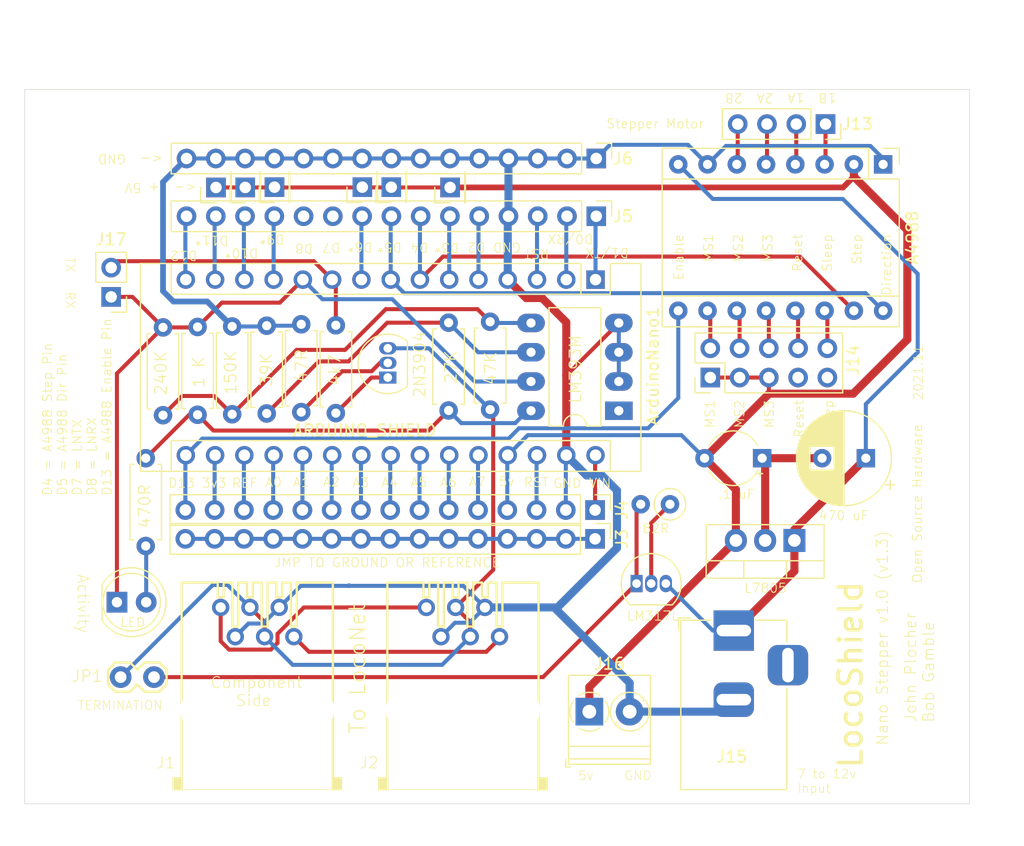
<source format=kicad_pcb>
(kicad_pcb (version 20171130) (host pcbnew "(5.1.9)-1")

  (general
    (thickness 1.6)
    (drawings 73)
    (tracks 259)
    (zones 0)
    (modules 41)
    (nets 58)
  )

  (page A4)
  (layers
    (0 Top signal)
    (31 Bottom signal)
    (32 B.Adhes user)
    (33 F.Adhes user)
    (34 B.Paste user)
    (35 F.Paste user hide)
    (36 B.SilkS user)
    (37 F.SilkS user)
    (38 B.Mask user)
    (39 F.Mask user)
    (40 Dwgs.User user hide)
    (41 Cmts.User user)
    (42 Eco1.User user)
    (43 Eco2.User user)
    (44 Edge.Cuts user)
    (45 Margin user)
    (46 B.CrtYd user hide)
    (47 F.CrtYd user hide)
    (48 B.Fab user hide)
    (49 F.Fab user hide)
  )

  (setup
    (last_trace_width 0.25)
    (user_trace_width 0.35)
    (user_trace_width 0.5)
    (user_trace_width 0.7)
    (trace_clearance 0.2)
    (zone_clearance 0.508)
    (zone_45_only no)
    (trace_min 0.2)
    (via_size 0.8)
    (via_drill 0.4)
    (via_min_size 0.4)
    (via_min_drill 0.3)
    (uvia_size 0.3)
    (uvia_drill 0.1)
    (uvias_allowed no)
    (uvia_min_size 0.2)
    (uvia_min_drill 0.1)
    (edge_width 0.05)
    (segment_width 0.2)
    (pcb_text_width 0.3)
    (pcb_text_size 1.5 1.5)
    (mod_edge_width 0.12)
    (mod_text_size 1 1)
    (mod_text_width 0.15)
    (pad_size 1.524 1.524)
    (pad_drill 0.762)
    (pad_to_mask_clearance 0)
    (aux_axis_origin 0 0)
    (visible_elements 7FFFFFFF)
    (pcbplotparams
      (layerselection 0x010fc_ffffffff)
      (usegerberextensions true)
      (usegerberattributes true)
      (usegerberadvancedattributes false)
      (creategerberjobfile false)
      (excludeedgelayer true)
      (linewidth 0.100000)
      (plotframeref false)
      (viasonmask false)
      (mode 1)
      (useauxorigin false)
      (hpglpennumber 1)
      (hpglpenspeed 20)
      (hpglpendiameter 15.000000)
      (psnegative false)
      (psa4output false)
      (plotreference true)
      (plotvalue false)
      (plotinvisibletext false)
      (padsonsilk false)
      (subtractmaskfromsilk true)
      (outputformat 1)
      (mirror false)
      (drillshape 0)
      (scaleselection 1)
      (outputdirectory "./gerbers"))
  )

  (net 0 "")
  (net 1 GND)
  (net 2 "Net-(Q1-Pad1)")
  (net 3 "Net-(Q1-Pad2)")
  (net 4 LNRX)
  (net 5 LNTX)
  (net 6 /VCC)
  (net 7 "Net-(J1-Pad3)")
  (net 8 "Net-(J1-Pad1)")
  (net 9 "Net-(J1-Pad6)")
  (net 10 "Net-(JP1-Pad2)")
  (net 11 "Net-(R1-Pad2)")
  (net 12 "Net-(R3-Pad1)")
  (net 13 "Net-(R5-Pad2)")
  (net 14 "Net-(U2-Pad1)")
  (net 15 "Net-(D1-Pad2)")
  (net 16 "Net-(J3-Pad1)")
  (net 17 "Net-(J5-Pad11)")
  (net 18 "Net-(J5-Pad10)")
  (net 19 "Net-(A4988-Pad9)")
  (net 20 "Net-(A4988-Pad2)")
  (net 21 "Net-(A4988-Pad10)")
  (net 22 "Net-(A4988-Pad3)")
  (net 23 "Net-(A4988-Pad11)")
  (net 24 "Net-(A4988-Pad4)")
  (net 25 "Net-(A4988-Pad12)")
  (net 26 "Net-(A4988-Pad5)")
  (net 27 "Net-(A4988-Pad13)")
  (net 28 "Net-(A4988-Pad6)")
  (net 29 "Net-(A4988-Pad14)")
  (net 30 "Net-(A4988-Pad15)")
  (net 31 "Net-(A4988-Pad8)")
  (net 32 "Net-(A4988-Pad16)")
  (net 33 "Net-(C1-Pad2)")
  (net 34 "Net-(J14-Pad7)")
  (net 35 "Net-(J14-Pad9)")
  (net 36 "Net-(ArduinoNano1-Pad15)")
  (net 37 "Net-(ArduinoNano1-Pad30)")
  (net 38 "Net-(ArduinoNano1-Pad14)")
  (net 39 "Net-(ArduinoNano1-Pad13)")
  (net 40 "Net-(ArduinoNano1-Pad28)")
  (net 41 "Net-(ArduinoNano1-Pad12)")
  (net 42 "Net-(ArduinoNano1-Pad26)")
  (net 43 "Net-(ArduinoNano1-Pad25)")
  (net 44 "Net-(ArduinoNano1-Pad9)")
  (net 45 "Net-(ArduinoNano1-Pad24)")
  (net 46 "Net-(ArduinoNano1-Pad23)")
  (net 47 "Net-(ArduinoNano1-Pad22)")
  (net 48 "Net-(ArduinoNano1-Pad6)")
  (net 49 "Net-(ArduinoNano1-Pad21)")
  (net 50 "Net-(ArduinoNano1-Pad5)")
  (net 51 "Net-(ArduinoNano1-Pad20)")
  (net 52 "Net-(ArduinoNano1-Pad19)")
  (net 53 "Net-(ArduinoNano1-Pad3)")
  (net 54 "Net-(ArduinoNano1-Pad18)")
  (net 55 "Net-(ArduinoNano1-Pad2)")
  (net 56 "Net-(ArduinoNano1-Pad17)")
  (net 57 "Net-(ArduinoNano1-Pad1)")

  (net_class Default "This is the default net class."
    (clearance 0.2)
    (trace_width 0.25)
    (via_dia 0.8)
    (via_drill 0.4)
    (uvia_dia 0.3)
    (uvia_drill 0.1)
    (add_net /VCC)
    (add_net GND)
    (add_net LNRX)
    (add_net LNTX)
    (add_net "Net-(A4988-Pad10)")
    (add_net "Net-(A4988-Pad11)")
    (add_net "Net-(A4988-Pad12)")
    (add_net "Net-(A4988-Pad13)")
    (add_net "Net-(A4988-Pad14)")
    (add_net "Net-(A4988-Pad15)")
    (add_net "Net-(A4988-Pad16)")
    (add_net "Net-(A4988-Pad2)")
    (add_net "Net-(A4988-Pad3)")
    (add_net "Net-(A4988-Pad4)")
    (add_net "Net-(A4988-Pad5)")
    (add_net "Net-(A4988-Pad6)")
    (add_net "Net-(A4988-Pad8)")
    (add_net "Net-(A4988-Pad9)")
    (add_net "Net-(ArduinoNano1-Pad1)")
    (add_net "Net-(ArduinoNano1-Pad12)")
    (add_net "Net-(ArduinoNano1-Pad13)")
    (add_net "Net-(ArduinoNano1-Pad14)")
    (add_net "Net-(ArduinoNano1-Pad15)")
    (add_net "Net-(ArduinoNano1-Pad17)")
    (add_net "Net-(ArduinoNano1-Pad18)")
    (add_net "Net-(ArduinoNano1-Pad19)")
    (add_net "Net-(ArduinoNano1-Pad2)")
    (add_net "Net-(ArduinoNano1-Pad20)")
    (add_net "Net-(ArduinoNano1-Pad21)")
    (add_net "Net-(ArduinoNano1-Pad22)")
    (add_net "Net-(ArduinoNano1-Pad23)")
    (add_net "Net-(ArduinoNano1-Pad24)")
    (add_net "Net-(ArduinoNano1-Pad25)")
    (add_net "Net-(ArduinoNano1-Pad26)")
    (add_net "Net-(ArduinoNano1-Pad28)")
    (add_net "Net-(ArduinoNano1-Pad3)")
    (add_net "Net-(ArduinoNano1-Pad30)")
    (add_net "Net-(ArduinoNano1-Pad5)")
    (add_net "Net-(ArduinoNano1-Pad6)")
    (add_net "Net-(ArduinoNano1-Pad9)")
    (add_net "Net-(C1-Pad2)")
    (add_net "Net-(D1-Pad2)")
    (add_net "Net-(J1-Pad1)")
    (add_net "Net-(J1-Pad3)")
    (add_net "Net-(J1-Pad6)")
    (add_net "Net-(J14-Pad7)")
    (add_net "Net-(J14-Pad9)")
    (add_net "Net-(J3-Pad1)")
    (add_net "Net-(J5-Pad10)")
    (add_net "Net-(J5-Pad11)")
    (add_net "Net-(JP1-Pad2)")
    (add_net "Net-(Q1-Pad1)")
    (add_net "Net-(Q1-Pad2)")
    (add_net "Net-(R1-Pad2)")
    (add_net "Net-(R3-Pad1)")
    (add_net "Net-(R5-Pad2)")
    (add_net "Net-(U2-Pad1)")
  )

  (module MountingHole:MountingHole_3.2mm_M3 (layer Top) (tedit 56D1B4CB) (tstamp 619135E9)
    (at 191 129 90)
    (descr "Mounting Hole 3.2mm, no annular, M3")
    (tags "mounting hole 3.2mm no annular m3")
    (attr virtual)
    (fp_text reference REF** (at -6.6 -4.9 90) (layer F.Fab)
      (effects (font (size 1 1) (thickness 0.15)))
    )
    (fp_text value MountingHole_3.2mm_M3 (at 0 4.2 90) (layer F.Fab)
      (effects (font (size 1 1) (thickness 0.15)))
    )
    (fp_circle (center 0 0) (end 3.45 0) (layer F.CrtYd) (width 0.05))
    (fp_circle (center 0 0) (end 3.2 0) (layer Cmts.User) (width 0.15))
    (fp_text user %R (at -4.4 6.9 90) (layer F.Fab)
      (effects (font (size 1 1) (thickness 0.15)))
    )
    (pad 1 np_thru_hole circle (at 0 0 90) (size 3.2 3.2) (drill 3.2) (layers *.Cu *.Mask))
  )

  (module Connector_BarrelJack:BarrelJack_Horizontal (layer Top) (tedit 5A1DBF6A) (tstamp 61912930)
    (at 173.54 116.96 90)
    (descr "DC Barrel Jack")
    (tags "Power Jack")
    (path /6194DBB2)
    (fp_text reference J15 (at -10.95 -0.18 180) (layer F.SilkS)
      (effects (font (size 1 1) (thickness 0.15)))
    )
    (fp_text value "12V Power In" (at -9.24 1.06 180) (layer F.Fab)
      (effects (font (size 1 1) (thickness 0.15)))
    )
    (fp_line (start 0 -4.5) (end -13.7 -4.5) (layer F.Fab) (width 0.1))
    (fp_line (start 0.8 4.5) (end 0.8 -3.75) (layer F.Fab) (width 0.1))
    (fp_line (start -13.7 4.5) (end 0.8 4.5) (layer F.Fab) (width 0.1))
    (fp_line (start -13.7 -4.5) (end -13.7 4.5) (layer F.Fab) (width 0.1))
    (fp_line (start -10.2 -4.5) (end -10.2 4.5) (layer F.Fab) (width 0.1))
    (fp_line (start 0.9 -4.6) (end 0.9 -2) (layer F.SilkS) (width 0.12))
    (fp_line (start -13.8 -4.6) (end 0.9 -4.6) (layer F.SilkS) (width 0.12))
    (fp_line (start 0.9 4.6) (end -1 4.6) (layer F.SilkS) (width 0.12))
    (fp_line (start 0.9 1.9) (end 0.9 4.6) (layer F.SilkS) (width 0.12))
    (fp_line (start -13.8 4.6) (end -13.8 -4.6) (layer F.SilkS) (width 0.12))
    (fp_line (start -5 4.6) (end -13.8 4.6) (layer F.SilkS) (width 0.12))
    (fp_line (start -14 4.75) (end -14 -4.75) (layer F.CrtYd) (width 0.05))
    (fp_line (start -5 4.75) (end -14 4.75) (layer F.CrtYd) (width 0.05))
    (fp_line (start -5 6.75) (end -5 4.75) (layer F.CrtYd) (width 0.05))
    (fp_line (start -1 6.75) (end -5 6.75) (layer F.CrtYd) (width 0.05))
    (fp_line (start -1 4.75) (end -1 6.75) (layer F.CrtYd) (width 0.05))
    (fp_line (start 1 4.75) (end -1 4.75) (layer F.CrtYd) (width 0.05))
    (fp_line (start 1 2) (end 1 4.75) (layer F.CrtYd) (width 0.05))
    (fp_line (start 2 2) (end 1 2) (layer F.CrtYd) (width 0.05))
    (fp_line (start 2 -2) (end 2 2) (layer F.CrtYd) (width 0.05))
    (fp_line (start 1 -2) (end 2 -2) (layer F.CrtYd) (width 0.05))
    (fp_line (start 1 -4.5) (end 1 -2) (layer F.CrtYd) (width 0.05))
    (fp_line (start 1 -4.75) (end -14 -4.75) (layer F.CrtYd) (width 0.05))
    (fp_line (start 1 -4.5) (end 1 -4.75) (layer F.CrtYd) (width 0.05))
    (fp_line (start 0.05 -4.8) (end 1.1 -4.8) (layer F.SilkS) (width 0.12))
    (fp_line (start 1.1 -3.75) (end 1.1 -4.8) (layer F.SilkS) (width 0.12))
    (fp_line (start -0.003213 -4.505425) (end 0.8 -3.75) (layer F.Fab) (width 0.1))
    (fp_text user %R (at 0 5.5 90) (layer F.Fab)
      (effects (font (size 1 1) (thickness 0.15)))
    )
    (pad 3 thru_hole roundrect (at -3 4.7 90) (size 3.5 3.5) (drill oval 3 1) (layers *.Cu *.Mask) (roundrect_rratio 0.25))
    (pad 2 thru_hole roundrect (at -6 0 90) (size 3 3.5) (drill oval 1 3) (layers *.Cu *.Mask) (roundrect_rratio 0.25)
      (net 1 GND))
    (pad 1 thru_hole rect (at 0 0 90) (size 3.5 3.5) (drill oval 1 3) (layers *.Cu *.Mask)
      (net 31 "Net-(A4988-Pad8)"))
    (model ${KISYS3DMOD}/Connector_BarrelJack.3dshapes/BarrelJack_Horizontal.wrl
      (at (xyz 0 0 0))
      (scale (xyz 1 1 1))
      (rotate (xyz 0 0 0))
    )
  )

  (module MountingHole:MountingHole_3.2mm_M3 (layer Top) (tedit 56D1B4CB) (tstamp 617CAA1A)
    (at 191 73 90)
    (descr "Mounting Hole 3.2mm, no annular, M3")
    (tags "mounting hole 3.2mm no annular m3")
    (attr virtual)
    (fp_text reference REF** (at 8.2 -3.4 90) (layer F.Fab)
      (effects (font (size 1 1) (thickness 0.15)))
    )
    (fp_text value MountingHole_3.2mm_M3 (at 0 4.2 90) (layer F.Fab)
      (effects (font (size 1 1) (thickness 0.15)))
    )
    (fp_circle (center 0 0) (end 3.2 0) (layer Cmts.User) (width 0.15))
    (fp_circle (center 0 0) (end 3.45 0) (layer F.CrtYd) (width 0.05))
    (fp_text user %R (at 8.5 0.1 90) (layer F.Fab)
      (effects (font (size 1 1) (thickness 0.15)))
    )
    (pad 1 np_thru_hole circle (at 0 0 90) (size 3.2 3.2) (drill 3.2) (layers *.Cu *.Mask))
  )

  (module MountingHole:MountingHole_3.2mm_M3 (layer Top) (tedit 56D1B4CB) (tstamp 617CA9F6)
    (at 115 129 90)
    (descr "Mounting Hole 3.2mm, no annular, M3")
    (tags "mounting hole 3.2mm no annular m3")
    (attr virtual)
    (fp_text reference REF** (at 0 -4.2 90) (layer F.Fab)
      (effects (font (size 1 1) (thickness 0.15)))
    )
    (fp_text value MountingHole_3.2mm_M3 (at 8.9 -7 90) (layer F.Fab)
      (effects (font (size 1 1) (thickness 0.15)))
    )
    (fp_circle (center 0 0) (end 3.2 0) (layer Cmts.User) (width 0.15))
    (fp_circle (center 0 0) (end 3.45 0) (layer F.CrtYd) (width 0.05))
    (fp_text user %R (at -2.49 -4.29 90) (layer F.Fab)
      (effects (font (size 1 1) (thickness 0.15)))
    )
    (pad 1 np_thru_hole circle (at 0 0 90) (size 3.2 3.2) (drill 3.2) (layers *.Cu *.Mask))
  )

  (module MountingHole:MountingHole_3.2mm_M3 (layer Top) (tedit 56D1B4CB) (tstamp 617CA9C9)
    (at 115 73 90)
    (descr "Mounting Hole 3.2mm, no annular, M3")
    (tags "mounting hole 3.2mm no annular m3")
    (attr virtual)
    (fp_text reference REF** (at 7.5 -3.5 90) (layer F.Fab)
      (effects (font (size 1 1) (thickness 0.15)))
    )
    (fp_text value MountingHole_3.2mm_M3 (at 1.1 -6 90) (layer F.Fab)
      (effects (font (size 1 1) (thickness 0.15)))
    )
    (fp_circle (center 0 0) (end 3.2 0) (layer Cmts.User) (width 0.15))
    (fp_circle (center 0 0) (end 3.45 0) (layer F.CrtYd) (width 0.05))
    (fp_text user %R (at -3.3 -4.3 90) (layer F.Fab)
      (effects (font (size 1 1) (thickness 0.15)))
    )
    (pad 1 np_thru_hole circle (at 0 0 90) (size 3.2 3.2) (drill 3.2) (layers *.Cu *.Mask))
  )

  (module Package_TO_SOT_THT:TO-92_Inline (layer Top) (tedit 5A1DD157) (tstamp 617BD208)
    (at 165.1 112.88)
    (descr "TO-92 leads in-line, narrow, oval pads, drill 0.75mm (see NXP sot054_po.pdf)")
    (tags "to-92 sc-43 sc-43a sot54 PA33 transistor")
    (path /617D74D8)
    (fp_text reference U1 (at 1.27 4.5) (layer F.Fab)
      (effects (font (size 1 1) (thickness 0.15)))
    )
    (fp_text value LM317L_TO92 (at -0.1 2.79) (layer Dwgs.User)
      (effects (font (size 0.8 0.8) (thickness 0.15)))
    )
    (fp_line (start 4 2.01) (end -1.46 2.01) (layer F.CrtYd) (width 0.05))
    (fp_line (start 4 2.01) (end 4 -2.73) (layer F.CrtYd) (width 0.05))
    (fp_line (start -1.46 -2.73) (end -1.46 2.01) (layer F.CrtYd) (width 0.05))
    (fp_line (start -1.46 -2.73) (end 4 -2.73) (layer F.CrtYd) (width 0.05))
    (fp_line (start -0.5 1.75) (end 3 1.75) (layer F.Fab) (width 0.1))
    (fp_line (start -0.53 1.85) (end 3.07 1.85) (layer F.SilkS) (width 0.12))
    (fp_text user %R (at 1.27 0) (layer F.Fab)
      (effects (font (size 1 1) (thickness 0.15)))
    )
    (fp_arc (start 1.27 0) (end 1.27 -2.48) (angle 135) (layer F.Fab) (width 0.1))
    (fp_arc (start 1.27 0) (end 1.27 -2.6) (angle -135) (layer F.SilkS) (width 0.12))
    (fp_arc (start 1.27 0) (end 1.27 -2.48) (angle -135) (layer F.Fab) (width 0.1))
    (fp_arc (start 1.27 0) (end 1.27 -2.6) (angle 135) (layer F.SilkS) (width 0.12))
    (pad 2 thru_hole oval (at 1.27 0) (size 1.05 1.5) (drill 0.75) (layers *.Cu *.Mask)
      (net 12 "Net-(R3-Pad1)"))
    (pad 3 thru_hole oval (at 2.54 0) (size 1.05 1.5) (drill 0.75) (layers *.Cu *.Mask)
      (net 31 "Net-(A4988-Pad8)"))
    (pad 1 thru_hole rect (at 0 0) (size 1.05 1.5) (drill 0.75) (layers *.Cu *.Mask)
      (net 10 "Net-(JP1-Pad2)"))
    (model ${KISYS3DMOD}/Package_TO_SOT_THT.3dshapes/TO-92_Inline.wrl
      (at (xyz 0 0 0))
      (scale (xyz 1 1 1))
      (rotate (xyz 0 0 0))
    )
  )

  (module LocoShield:RJ25-PANEL (layer Top) (tedit 0) (tstamp 617AFC7D)
    (at 150.031 123.8436)
    (descr "Modular Jackwith Panel Stops")
    (path /D4DF694B)
    (fp_text reference J2 (at -9.031 5.1564) (layer F.SilkS)
      (effects (font (size 0.9652 0.9652) (thickness 0.077216)) (justify left bottom))
    )
    (fp_text value RJ12/6 (at -2.051 6.0564) (layer F.Fab)
      (effects (font (size 0.9652 0.9652) (thickness 0.077216)) (justify left bottom))
    )
    (fp_line (start 6.562 -11.044) (end 6.562 6.9215) (layer F.SilkS) (width 0.2032))
    (fp_line (start 6.562 6.9215) (end 6.562 9.538) (layer F.Fab) (width 0.2032))
    (fp_line (start -6.562 9.538) (end -6.562 6.9215) (layer F.Fab) (width 0.2032))
    (fp_line (start -6.562 6.9215) (end -6.562 -11.044) (layer F.SilkS) (width 0.2032))
    (fp_line (start -6.562 -11.044) (end -3.429 -11.049) (layer F.SilkS) (width 0.2032))
    (fp_line (start -2.921 -11.044) (end -2.159 -11.044) (layer F.SilkS) (width 0.2032))
    (fp_line (start -1.651 -11.049) (end -0.889 -11.049) (layer F.SilkS) (width 0.2032))
    (fp_line (start -0.381 -11.049) (end 0.381 -11.049) (layer F.SilkS) (width 0.2032))
    (fp_line (start 0.889 -11.049) (end 1.651 -11.049) (layer F.SilkS) (width 0.2032))
    (fp_line (start 2.159 -11.044) (end 2.921 -11.0439) (layer F.SilkS) (width 0.2032))
    (fp_line (start 3.429 -11.049) (end 6.562 -11.044) (layer F.SilkS) (width 0.2032))
    (fp_line (start -2.159 -7.239) (end -1.651 -7.239) (layer F.SilkS) (width 0.2032))
    (fp_line (start -0.889 -9.779) (end -0.381 -9.779) (layer F.SilkS) (width 0.2032))
    (fp_line (start 0.381 -7.239) (end 0.889 -7.239) (layer F.SilkS) (width 0.2032))
    (fp_line (start -2.159 -11.049) (end -2.159 -11.044) (layer F.SilkS) (width 0.2032))
    (fp_line (start -2.159 -11.044) (end -2.159 -7.239) (layer F.SilkS) (width 0.2032))
    (fp_line (start -0.889 -11.049) (end -0.889 -9.779) (layer F.SilkS) (width 0.2032))
    (fp_line (start -1.651 -11.049) (end -1.651 -7.239) (layer F.SilkS) (width 0.2032))
    (fp_line (start 0.381 -11.049) (end 0.381 -7.239) (layer F.SilkS) (width 0.2032))
    (fp_line (start -0.381 -11.049) (end -0.381 -9.779) (layer F.SilkS) (width 0.2032))
    (fp_line (start 1.651 -11.049) (end 1.651 -9.779) (layer F.SilkS) (width 0.2032))
    (fp_line (start 0.889 -11.049) (end 0.889 -7.239) (layer F.SilkS) (width 0.2032))
    (fp_line (start 1.651 -9.779) (end 2.159 -9.779) (layer F.SilkS) (width 0.2032))
    (fp_line (start 6.562 6.9215) (end -6.562 6.9215) (layer F.SilkS) (width 0.0508))
    (fp_line (start 2.159 -11.049) (end 2.159 -11.044) (layer F.SilkS) (width 0.2032))
    (fp_line (start 2.159 -11.044) (end 2.159 -9.779) (layer F.SilkS) (width 0.2032))
    (fp_line (start 6.477 9.652) (end -6.477 9.652) (layer F.Fab) (width 0.2032))
    (fp_line (start -3.429 -9.779) (end -2.921 -9.779) (layer F.SilkS) (width 0.2032))
    (fp_line (start -3.429 -11.049) (end -3.429 -9.779) (layer F.SilkS) (width 0.2032))
    (fp_line (start -2.921 -11.049) (end -2.921 -11.044) (layer F.SilkS) (width 0.2032))
    (fp_line (start -2.921 -11.044) (end -2.921 -9.779) (layer F.SilkS) (width 0.2032))
    (fp_line (start 2.921 -7.239) (end 3.429 -7.239) (layer F.SilkS) (width 0.2032))
    (fp_line (start 2.921 -11.0491) (end 2.921 -7.239) (layer F.SilkS) (width 0.2032))
    (fp_line (start 3.429 -11.049) (end 3.429 -7.239) (layer F.SilkS) (width 0.2032))
    (fp_poly (pts (xy 6.604 6.985) (xy 7.366 6.985) (xy 7.366 5.842) (xy 6.604 5.842)) (layer F.SilkS) (width 0))
    (fp_poly (pts (xy -7.366 6.985) (xy -6.604 6.985) (xy -6.604 5.842) (xy -7.366 5.842)) (layer F.SilkS) (width 0))
    (pad "" np_thru_hole circle (at 5.08 0) (size 3.2512 3.2512) (drill 3.2512) (layers *.Cu *.Mask))
    (pad "" np_thru_hole circle (at -5.08 0) (size 3.2512 3.2512) (drill 3.2512) (layers *.Cu *.Mask))
    (pad 6 thru_hole circle (at 3.175 -6.35) (size 1.4986 1.4986) (drill 0.889) (layers *.Cu *.Mask)
      (net 9 "Net-(J1-Pad6)") (solder_mask_margin 0.1016))
    (pad 1 thru_hole circle (at -3.175 -8.89) (size 1.4986 1.4986) (drill 0.889) (layers *.Cu *.Mask)
      (net 8 "Net-(J1-Pad1)") (solder_mask_margin 0.1016))
    (pad 5 thru_hole circle (at 1.905 -8.89) (size 1.4986 1.4986) (drill 0.889) (layers *.Cu *.Mask)
      (net 1 GND) (solder_mask_margin 0.1016))
    (pad 2 thru_hole circle (at -1.905 -6.35) (size 1.4986 1.4986) (drill 0.889) (layers *.Cu *.Mask)
      (net 1 GND) (solder_mask_margin 0.1016))
    (pad 3 thru_hole circle (at -0.635 -8.89) (size 1.4986 1.4986) (drill 0.889) (layers *.Cu *.Mask)
      (net 7 "Net-(J1-Pad3)") (solder_mask_margin 0.1016))
    (pad 4 thru_hole circle (at 0.635 -6.35) (size 1.4986 1.4986) (drill 0.889) (layers *.Cu *.Mask)
      (net 7 "Net-(J1-Pad3)") (solder_mask_margin 0.1016))
  )

  (module Package_TO_SOT_THT:TO-92L_Inline (layer Top) (tedit 5A279A44) (tstamp 617B6F35)
    (at 143.51 95 90)
    (descr "TO-92L leads in-line (large body variant of TO-92), also known as TO-226, wide, drill 0.75mm (see https://www.diodes.com/assets/Package-Files/TO92L.pdf and http://www.ti.com/lit/an/snoa059/snoa059.pdf)")
    (tags "TO-92L Inline Wide transistor")
    (path /6F4A0AEF)
    (fp_text reference Q1 (at -2.1844 -1.397 90) (layer F.Fab)
      (effects (font (size 1 1) (thickness 0.15)))
    )
    (fp_text value 2N3904 (at 1.19 2.79 90) (layer Dwgs.User)
      (effects (font (size 1 1) (thickness 0.15)))
    )
    (fp_line (start 3.95 1.85) (end -1.55 1.85) (layer F.CrtYd) (width 0.05))
    (fp_line (start 3.95 1.85) (end 3.95 -2.75) (layer F.CrtYd) (width 0.05))
    (fp_line (start -1.55 -2.75) (end -1.55 1.85) (layer F.CrtYd) (width 0.05))
    (fp_line (start -1.55 -2.75) (end 3.95 -2.75) (layer F.CrtYd) (width 0.05))
    (fp_line (start -0.7 1.6) (end 3.05 1.6) (layer F.Fab) (width 0.1))
    (fp_line (start -0.75 1.7) (end 3.1 1.7) (layer F.SilkS) (width 0.12))
    (fp_text user %R (at 1.19 0 90) (layer F.Fab)
      (effects (font (size 1 1) (thickness 0.15)))
    )
    (fp_arc (start 1.19 0) (end -0.75 1.7) (angle 262.164354) (layer F.SilkS) (width 0.12))
    (fp_arc (start 1.19 0) (end 1.19 -2.48) (angle 129.9527847) (layer F.Fab) (width 0.1))
    (fp_arc (start 1.19 0) (end 1.19 -2.48) (angle -130.2499344) (layer F.Fab) (width 0.1))
    (pad 2 thru_hole oval (at 1.27 0 90) (size 1.05 1.5) (drill 0.75) (layers *.Cu *.Mask)
      (net 3 "Net-(Q1-Pad2)"))
    (pad 3 thru_hole oval (at 2.54 0 90) (size 1.05 1.5) (drill 0.75) (layers *.Cu *.Mask)
      (net 7 "Net-(J1-Pad3)"))
    (pad 1 thru_hole rect (at 0 0 90) (size 1.05 1.5) (drill 0.75) (layers *.Cu *.Mask)
      (net 2 "Net-(Q1-Pad1)"))
    (model ${KISYS3DMOD}/Package_TO_SOT_THT.3dshapes/TO-92L_Inline.wrl
      (at (xyz 0 0 0))
      (scale (xyz 1 1 1))
      (rotate (xyz 0 0 0))
    )
  )

  (module Resistor_THT:R_Axial_DIN0207_L6.3mm_D2.5mm_P2.54mm_Vertical (layer Top) (tedit 5AE5139B) (tstamp 617B6F61)
    (at 168 106 180)
    (descr "Resistor, Axial_DIN0207 series, Axial, Vertical, pin pitch=2.54mm, 0.25W = 1/4W, length*diameter=6.3*2.5mm^2, http://cdn-reichelt.de/documents/datenblatt/B400/1_4W%23YAG.pdf")
    (tags "Resistor Axial_DIN0207 series Axial Vertical pin pitch 2.54mm 0.25W = 1/4W length 6.3mm diameter 2.5mm")
    (path /46D54860)
    (fp_text reference R3 (at 4.308 -0.1318 270) (layer F.Fab)
      (effects (font (size 1 1) (thickness 0.15)))
    )
    (fp_text value 82R (at -2.2452 -0.1572 270) (layer Dwgs.User)
      (effects (font (size 1 1) (thickness 0.15)))
    )
    (fp_circle (center 0 0) (end 1.25 0) (layer F.Fab) (width 0.1))
    (fp_circle (center 0 0) (end 1.37 0) (layer F.SilkS) (width 0.12))
    (fp_line (start 0 0) (end 2.54 0) (layer F.Fab) (width 0.1))
    (fp_line (start 1.37 0) (end 1.44 0) (layer F.SilkS) (width 0.12))
    (fp_line (start -1.5 -1.5) (end -1.5 1.5) (layer F.CrtYd) (width 0.05))
    (fp_line (start -1.5 1.5) (end 3.59 1.5) (layer F.CrtYd) (width 0.05))
    (fp_line (start 3.59 1.5) (end 3.59 -1.5) (layer F.CrtYd) (width 0.05))
    (fp_line (start 3.59 -1.5) (end -1.5 -1.5) (layer F.CrtYd) (width 0.05))
    (pad 2 thru_hole oval (at 2.54 0 180) (size 1.6 1.6) (drill 0.8) (layers *.Cu *.Mask)
      (net 10 "Net-(JP1-Pad2)"))
    (pad 1 thru_hole circle (at 0 0 180) (size 1.6 1.6) (drill 0.8) (layers *.Cu *.Mask)
      (net 12 "Net-(R3-Pad1)"))
    (model ${KISYS3DMOD}/Resistor_THT.3dshapes/R_Axial_DIN0207_L6.3mm_D2.5mm_P2.54mm_Vertical.wrl
      (at (xyz 0 0 0))
      (scale (xyz 1 1 1))
      (rotate (xyz 0 0 0))
    )
  )

  (module Module:Arduino_Nano (layer Top) (tedit 58ACAF70) (tstamp 617BD1C1)
    (at 161.54 86.5 270)
    (descr "Arduino Nano, http://www.mouser.com/pdfdocs/Gravitech_Arduino_Nano3_0.pdf")
    (tags "Arduino Nano")
    (path /776B73EA)
    (fp_text reference ArduinoNano1 (at 7.5 -4.96 90 unlocked) (layer F.SilkS)
      (effects (font (size 1 1) (thickness 0.15)))
    )
    (fp_text value ARDUINO_SHIELD (at 13.085 20.0408) (layer F.SilkS)
      (effects (font (size 1 1) (thickness 0.15)))
    )
    (fp_line (start 1.27 1.27) (end 1.27 -1.27) (layer F.SilkS) (width 0.12))
    (fp_line (start 1.27 -1.27) (end -1.4 -1.27) (layer F.SilkS) (width 0.12))
    (fp_line (start -1.4 1.27) (end -1.4 39.5) (layer F.SilkS) (width 0.12))
    (fp_line (start -1.4 -3.94) (end -1.4 -1.27) (layer F.SilkS) (width 0.12))
    (fp_line (start 13.97 -1.27) (end 16.64 -1.27) (layer F.SilkS) (width 0.12))
    (fp_line (start 13.97 -1.27) (end 13.97 36.83) (layer F.SilkS) (width 0.12))
    (fp_line (start 13.97 36.83) (end 16.64 36.83) (layer F.SilkS) (width 0.12))
    (fp_line (start 1.27 1.27) (end -1.4 1.27) (layer F.SilkS) (width 0.12))
    (fp_line (start 1.27 1.27) (end 1.27 36.83) (layer F.SilkS) (width 0.12))
    (fp_line (start 1.27 36.83) (end -1.4 36.83) (layer F.SilkS) (width 0.12))
    (fp_line (start 3.81 31.75) (end 11.43 31.75) (layer F.Fab) (width 0.1))
    (fp_line (start 11.43 31.75) (end 11.43 41.91) (layer F.Fab) (width 0.1))
    (fp_line (start 11.43 41.91) (end 3.81 41.91) (layer F.Fab) (width 0.1))
    (fp_line (start 3.81 41.91) (end 3.81 31.75) (layer F.Fab) (width 0.1))
    (fp_line (start -1.4 39.5) (end 16.64 39.5) (layer F.SilkS) (width 0.12))
    (fp_line (start 16.64 39.5) (end 16.64 -3.94) (layer F.SilkS) (width 0.12))
    (fp_line (start 16.64 -3.94) (end -1.4 -3.94) (layer F.SilkS) (width 0.12))
    (fp_line (start 16.51 39.37) (end -1.27 39.37) (layer F.Fab) (width 0.1))
    (fp_line (start -1.27 39.37) (end -1.27 -2.54) (layer F.Fab) (width 0.1))
    (fp_line (start -1.27 -2.54) (end 0 -3.81) (layer F.Fab) (width 0.1))
    (fp_line (start 0 -3.81) (end 16.51 -3.81) (layer F.Fab) (width 0.1))
    (fp_line (start 16.51 -3.81) (end 16.51 39.37) (layer F.Fab) (width 0.1))
    (fp_line (start -1.53 -4.06) (end 16.75 -4.06) (layer F.CrtYd) (width 0.05))
    (fp_line (start -1.53 -4.06) (end -1.53 42.16) (layer F.CrtYd) (width 0.05))
    (fp_line (start 16.75 42.16) (end 16.75 -4.06) (layer F.CrtYd) (width 0.05))
    (fp_line (start 16.75 42.16) (end -1.53 42.16) (layer F.CrtYd) (width 0.05))
    (fp_text user %R (at 14.4 48.24 90 unlocked) (layer F.Fab)
      (effects (font (size 1 1) (thickness 0.15)))
    )
    (pad 16 thru_hole oval (at 15.24 35.56 270) (size 1.6 1.6) (drill 1) (layers *.Cu *.Mask)
      (net 19 "Net-(A4988-Pad9)"))
    (pad 15 thru_hole oval (at 0 35.56 270) (size 1.6 1.6) (drill 1) (layers *.Cu *.Mask)
      (net 36 "Net-(ArduinoNano1-Pad15)"))
    (pad 30 thru_hole oval (at 15.24 0 270) (size 1.6 1.6) (drill 1) (layers *.Cu *.Mask)
      (net 37 "Net-(ArduinoNano1-Pad30)"))
    (pad 14 thru_hole oval (at 0 33.02 270) (size 1.6 1.6) (drill 1) (layers *.Cu *.Mask)
      (net 38 "Net-(ArduinoNano1-Pad14)"))
    (pad 29 thru_hole oval (at 15.24 2.54 270) (size 1.6 1.6) (drill 1) (layers *.Cu *.Mask)
      (net 1 GND))
    (pad 13 thru_hole oval (at 0 30.48 270) (size 1.6 1.6) (drill 1) (layers *.Cu *.Mask)
      (net 39 "Net-(ArduinoNano1-Pad13)"))
    (pad 28 thru_hole oval (at 15.24 5.08 270) (size 1.6 1.6) (drill 1) (layers *.Cu *.Mask)
      (net 40 "Net-(ArduinoNano1-Pad28)"))
    (pad 12 thru_hole oval (at 0 27.94 270) (size 1.6 1.6) (drill 1) (layers *.Cu *.Mask)
      (net 41 "Net-(ArduinoNano1-Pad12)"))
    (pad 27 thru_hole oval (at 15.24 7.62 270) (size 1.6 1.6) (drill 1) (layers *.Cu *.Mask)
      (net 20 "Net-(A4988-Pad2)"))
    (pad 11 thru_hole oval (at 0 25.4 270) (size 1.6 1.6) (drill 1) (layers *.Cu *.Mask)
      (net 4 LNRX))
    (pad 26 thru_hole oval (at 15.24 10.16 270) (size 1.6 1.6) (drill 1) (layers *.Cu *.Mask)
      (net 42 "Net-(ArduinoNano1-Pad26)"))
    (pad 10 thru_hole oval (at 0 22.86 270) (size 1.6 1.6) (drill 1) (layers *.Cu *.Mask)
      (net 5 LNTX))
    (pad 25 thru_hole oval (at 15.24 12.7 270) (size 1.6 1.6) (drill 1) (layers *.Cu *.Mask)
      (net 43 "Net-(ArduinoNano1-Pad25)"))
    (pad 9 thru_hole oval (at 0 20.32 270) (size 1.6 1.6) (drill 1) (layers *.Cu *.Mask)
      (net 44 "Net-(ArduinoNano1-Pad9)"))
    (pad 24 thru_hole oval (at 15.24 15.24 270) (size 1.6 1.6) (drill 1) (layers *.Cu *.Mask)
      (net 45 "Net-(ArduinoNano1-Pad24)"))
    (pad 8 thru_hole oval (at 0 17.78 270) (size 1.6 1.6) (drill 1) (layers *.Cu *.Mask)
      (net 32 "Net-(A4988-Pad16)"))
    (pad 23 thru_hole oval (at 15.24 17.78 270) (size 1.6 1.6) (drill 1) (layers *.Cu *.Mask)
      (net 46 "Net-(ArduinoNano1-Pad23)"))
    (pad 7 thru_hole oval (at 0 15.24 270) (size 1.6 1.6) (drill 1) (layers *.Cu *.Mask)
      (net 30 "Net-(A4988-Pad15)"))
    (pad 22 thru_hole oval (at 15.24 20.32 270) (size 1.6 1.6) (drill 1) (layers *.Cu *.Mask)
      (net 47 "Net-(ArduinoNano1-Pad22)"))
    (pad 6 thru_hole oval (at 0 12.7 270) (size 1.6 1.6) (drill 1) (layers *.Cu *.Mask)
      (net 48 "Net-(ArduinoNano1-Pad6)"))
    (pad 21 thru_hole oval (at 15.24 22.86 270) (size 1.6 1.6) (drill 1) (layers *.Cu *.Mask)
      (net 49 "Net-(ArduinoNano1-Pad21)"))
    (pad 5 thru_hole oval (at 0 10.16 270) (size 1.6 1.6) (drill 1) (layers *.Cu *.Mask)
      (net 50 "Net-(ArduinoNano1-Pad5)"))
    (pad 20 thru_hole oval (at 15.24 25.4 270) (size 1.6 1.6) (drill 1) (layers *.Cu *.Mask)
      (net 51 "Net-(ArduinoNano1-Pad20)"))
    (pad 4 thru_hole oval (at 0 7.62 270) (size 1.6 1.6) (drill 1) (layers *.Cu *.Mask)
      (net 1 GND))
    (pad 19 thru_hole oval (at 15.24 27.94 270) (size 1.6 1.6) (drill 1) (layers *.Cu *.Mask)
      (net 52 "Net-(ArduinoNano1-Pad19)"))
    (pad 3 thru_hole oval (at 0 5.08 270) (size 1.6 1.6) (drill 1) (layers *.Cu *.Mask)
      (net 53 "Net-(ArduinoNano1-Pad3)"))
    (pad 18 thru_hole oval (at 15.24 30.48 270) (size 1.6 1.6) (drill 1) (layers *.Cu *.Mask)
      (net 54 "Net-(ArduinoNano1-Pad18)"))
    (pad 2 thru_hole oval (at 0 2.54 270) (size 1.6 1.6) (drill 1) (layers *.Cu *.Mask)
      (net 55 "Net-(ArduinoNano1-Pad2)"))
    (pad 17 thru_hole oval (at 15.24 33.02 270) (size 1.6 1.6) (drill 1) (layers *.Cu *.Mask)
      (net 56 "Net-(ArduinoNano1-Pad17)"))
    (pad 1 thru_hole rect (at 0 0 270) (size 1.6 1.6) (drill 1) (layers *.Cu *.Mask)
      (net 57 "Net-(ArduinoNano1-Pad1)"))
    (model ${KISYS3DMOD}/Module.3dshapes/Arduino_Nano_WithMountingHoles.wrl
      (at (xyz 0 0 0))
      (scale (xyz 1 1 1))
      (rotate (xyz 0 0 0))
    )
  )

  (module LocoShield:RJ25-PANEL (layer Top) (tedit 0) (tstamp 617BD1F1)
    (at 132.18 123.84)
    (descr "Modular Jackwith Panel Stops")
    (path /A15DF7D4)
    (fp_text reference J1 (at -8.81 5.16) (layer F.SilkS)
      (effects (font (size 0.9652 0.9652) (thickness 0.077216)) (justify left bottom))
    )
    (fp_text value RJ12/6 (at -2.2086 5.8242) (layer F.Fab)
      (effects (font (size 0.9652 0.9652) (thickness 0.077216)) (justify left bottom))
    )
    (fp_line (start 6.562 -11.044) (end 6.562 6.9215) (layer F.SilkS) (width 0.2032))
    (fp_line (start 6.562 6.9215) (end 6.562 9.538) (layer F.Fab) (width 0.2032))
    (fp_line (start -6.562 9.538) (end -6.562 6.9215) (layer F.Fab) (width 0.2032))
    (fp_line (start -6.562 6.9215) (end -6.562 -11.044) (layer F.SilkS) (width 0.2032))
    (fp_line (start -6.562 -11.044) (end -3.429 -11.049) (layer F.SilkS) (width 0.2032))
    (fp_line (start -2.921 -11.044) (end -2.159 -11.044) (layer F.SilkS) (width 0.2032))
    (fp_line (start -1.651 -11.049) (end -0.889 -11.049) (layer F.SilkS) (width 0.2032))
    (fp_line (start -0.381 -11.049) (end 0.381 -11.049) (layer F.SilkS) (width 0.2032))
    (fp_line (start 0.889 -11.049) (end 1.651 -11.049) (layer F.SilkS) (width 0.2032))
    (fp_line (start 2.159 -11.044) (end 2.921 -11.0439) (layer F.SilkS) (width 0.2032))
    (fp_line (start 3.429 -11.049) (end 6.562 -11.044) (layer F.SilkS) (width 0.2032))
    (fp_line (start -2.159 -7.239) (end -1.651 -7.239) (layer F.SilkS) (width 0.2032))
    (fp_line (start -0.889 -9.779) (end -0.381 -9.779) (layer F.SilkS) (width 0.2032))
    (fp_line (start 0.381 -7.239) (end 0.889 -7.239) (layer F.SilkS) (width 0.2032))
    (fp_line (start -2.159 -11.049) (end -2.159 -11.044) (layer F.SilkS) (width 0.2032))
    (fp_line (start -2.159 -11.044) (end -2.159 -7.239) (layer F.SilkS) (width 0.2032))
    (fp_line (start -0.889 -11.049) (end -0.889 -9.779) (layer F.SilkS) (width 0.2032))
    (fp_line (start -1.651 -11.049) (end -1.651 -7.239) (layer F.SilkS) (width 0.2032))
    (fp_line (start 0.381 -11.049) (end 0.381 -7.239) (layer F.SilkS) (width 0.2032))
    (fp_line (start -0.381 -11.049) (end -0.381 -9.779) (layer F.SilkS) (width 0.2032))
    (fp_line (start 1.651 -11.049) (end 1.651 -9.779) (layer F.SilkS) (width 0.2032))
    (fp_line (start 0.889 -11.049) (end 0.889 -7.239) (layer F.SilkS) (width 0.2032))
    (fp_line (start 1.651 -9.779) (end 2.159 -9.779) (layer F.SilkS) (width 0.2032))
    (fp_line (start 6.562 6.9215) (end -6.562 6.9215) (layer F.SilkS) (width 0.0508))
    (fp_line (start 2.159 -11.049) (end 2.159 -11.044) (layer F.SilkS) (width 0.2032))
    (fp_line (start 2.159 -11.044) (end 2.159 -9.779) (layer F.SilkS) (width 0.2032))
    (fp_line (start 6.477 9.652) (end -6.477 9.652) (layer F.Fab) (width 0.2032))
    (fp_line (start -3.429 -9.779) (end -2.921 -9.779) (layer F.SilkS) (width 0.2032))
    (fp_line (start -3.429 -11.049) (end -3.429 -9.779) (layer F.SilkS) (width 0.2032))
    (fp_line (start -2.921 -11.049) (end -2.921 -11.044) (layer F.SilkS) (width 0.2032))
    (fp_line (start -2.921 -11.044) (end -2.921 -9.779) (layer F.SilkS) (width 0.2032))
    (fp_line (start 2.921 -7.239) (end 3.429 -7.239) (layer F.SilkS) (width 0.2032))
    (fp_line (start 2.921 -11.0491) (end 2.921 -7.239) (layer F.SilkS) (width 0.2032))
    (fp_line (start 3.429 -11.049) (end 3.429 -7.239) (layer F.SilkS) (width 0.2032))
    (fp_poly (pts (xy 6.604 6.985) (xy 7.366 6.985) (xy 7.366 5.842) (xy 6.604 5.842)) (layer F.SilkS) (width 0))
    (fp_poly (pts (xy -7.366 6.985) (xy -6.604 6.985) (xy -6.604 5.842) (xy -7.366 5.842)) (layer F.SilkS) (width 0))
    (pad "" np_thru_hole circle (at 5.08 0) (size 3.2512 3.2512) (drill 3.2512) (layers *.Cu *.Mask))
    (pad "" np_thru_hole circle (at -5.08 0) (size 3.2512 3.2512) (drill 3.2512) (layers *.Cu *.Mask))
    (pad 6 thru_hole circle (at 3.175 -6.35) (size 1.4986 1.4986) (drill 0.889) (layers *.Cu *.Mask)
      (net 9 "Net-(J1-Pad6)") (solder_mask_margin 0.1016))
    (pad 1 thru_hole circle (at -3.175 -8.89) (size 1.4986 1.4986) (drill 0.889) (layers *.Cu *.Mask)
      (net 8 "Net-(J1-Pad1)") (solder_mask_margin 0.1016))
    (pad 5 thru_hole circle (at 1.905 -8.89) (size 1.4986 1.4986) (drill 0.889) (layers *.Cu *.Mask)
      (net 1 GND) (solder_mask_margin 0.1016))
    (pad 2 thru_hole circle (at -1.905 -6.35) (size 1.4986 1.4986) (drill 0.889) (layers *.Cu *.Mask)
      (net 1 GND) (solder_mask_margin 0.1016))
    (pad 3 thru_hole circle (at -0.635 -8.89) (size 1.4986 1.4986) (drill 0.889) (layers *.Cu *.Mask)
      (net 7 "Net-(J1-Pad3)") (solder_mask_margin 0.1016))
    (pad 4 thru_hole circle (at 0.635 -6.35) (size 1.4986 1.4986) (drill 0.889) (layers *.Cu *.Mask)
      (net 7 "Net-(J1-Pad3)") (solder_mask_margin 0.1016))
  )

  (module LocoShield:1X02_LOCK (layer Top) (tedit 0) (tstamp 617BD207)
    (at 120.5 121)
    (path /39E275F6)
    (fp_text reference JP1 (at -4.5 0.5 180) (layer F.SilkS)
      (effects (font (size 1 1) (thickness 0.1)) (justify left bottom))
    )
    (fp_text value 0.100 (at -2.4176 -1.7356 270) (layer F.Fab)
      (effects (font (size 0.77216 0.77216) (thickness 0.061772)) (justify right bottom))
    )
    (fp_poly (pts (xy 2.2479 0.2921) (xy 2.8321 0.2921) (xy 2.8321 -0.2921) (xy 2.2479 -0.2921)) (layer F.Fab) (width 0))
    (fp_poly (pts (xy -0.2921 0.2921) (xy 0.2921 0.2921) (xy 0.2921 -0.2921) (xy -0.2921 -0.2921)) (layer F.Fab) (width 0))
    (fp_line (start 3.81 -0.635) (end 3.81 0.635) (layer F.SilkS) (width 0.2032))
    (fp_line (start 0.635 1.27) (end -0.635 1.27) (layer F.SilkS) (width 0.2032))
    (fp_line (start -1.27 0.635) (end -0.635 1.27) (layer F.SilkS) (width 0.2032))
    (fp_line (start -0.635 -1.27) (end -1.27 -0.635) (layer F.SilkS) (width 0.2032))
    (fp_line (start -1.27 -0.635) (end -1.27 0.635) (layer F.SilkS) (width 0.2032))
    (fp_line (start 1.905 1.27) (end 1.27 0.635) (layer F.SilkS) (width 0.2032))
    (fp_line (start 3.175 1.27) (end 1.905 1.27) (layer F.SilkS) (width 0.2032))
    (fp_line (start 3.81 0.635) (end 3.175 1.27) (layer F.SilkS) (width 0.2032))
    (fp_line (start 3.175 -1.27) (end 3.81 -0.635) (layer F.SilkS) (width 0.2032))
    (fp_line (start 1.905 -1.27) (end 3.175 -1.27) (layer F.SilkS) (width 0.2032))
    (fp_line (start 1.27 -0.635) (end 1.905 -1.27) (layer F.SilkS) (width 0.2032))
    (fp_line (start 1.27 0.635) (end 0.635 1.27) (layer F.SilkS) (width 0.2032))
    (fp_line (start 0.635 -1.27) (end 1.27 -0.635) (layer F.SilkS) (width 0.2032))
    (fp_line (start -0.635 -1.27) (end 0.635 -1.27) (layer F.SilkS) (width 0.2032))
    (pad 1 thru_hole circle (at -0.1778 0 90) (size 1.8796 1.8796) (drill 1.016) (layers *.Cu *.Mask)
      (net 7 "Net-(J1-Pad3)") (solder_mask_margin 0.1016))
    (pad 2 thru_hole circle (at 2.7178 0 90) (size 1.8796 1.8796) (drill 1.016) (layers *.Cu *.Mask)
      (net 10 "Net-(JP1-Pad2)") (solder_mask_margin 0.1016))
  )

  (module Package_DIP:DIP-8_W7.62mm_LongPads (layer Top) (tedit 5A02E8C5) (tstamp 617BD219)
    (at 163.56 97.8832 180)
    (descr "8-lead though-hole mounted DIP package, row spacing 7.62 mm (300 mils), LongPads")
    (tags "THT DIP DIL PDIP 2.54mm 7.62mm 300mil LongPads")
    (path /94FABF2C)
    (fp_text reference U2 (at 5.1308 3.5814 270) (layer F.Fab)
      (effects (font (size 1 1) (thickness 0.15)))
    )
    (fp_text value LM393M (at 3.683 3.6322 270) (layer Dwgs.User)
      (effects (font (size 1 1) (thickness 0.15)))
    )
    (fp_line (start 9.1 -1.55) (end -1.45 -1.55) (layer F.CrtYd) (width 0.05))
    (fp_line (start 9.1 9.15) (end 9.1 -1.55) (layer F.CrtYd) (width 0.05))
    (fp_line (start -1.45 9.15) (end 9.1 9.15) (layer F.CrtYd) (width 0.05))
    (fp_line (start -1.45 -1.55) (end -1.45 9.15) (layer F.CrtYd) (width 0.05))
    (fp_line (start 6.06 -1.33) (end 4.81 -1.33) (layer F.SilkS) (width 0.12))
    (fp_line (start 6.06 8.95) (end 6.06 -1.33) (layer F.SilkS) (width 0.12))
    (fp_line (start 1.56 8.95) (end 6.06 8.95) (layer F.SilkS) (width 0.12))
    (fp_line (start 1.56 -1.33) (end 1.56 8.95) (layer F.SilkS) (width 0.12))
    (fp_line (start 2.81 -1.33) (end 1.56 -1.33) (layer F.SilkS) (width 0.12))
    (fp_line (start 0.635 -0.27) (end 1.635 -1.27) (layer F.Fab) (width 0.1))
    (fp_line (start 0.635 8.89) (end 0.635 -0.27) (layer F.Fab) (width 0.1))
    (fp_line (start 6.985 8.89) (end 0.635 8.89) (layer F.Fab) (width 0.1))
    (fp_line (start 6.985 -1.27) (end 6.985 8.89) (layer F.Fab) (width 0.1))
    (fp_line (start 1.635 -1.27) (end 6.985 -1.27) (layer F.Fab) (width 0.1))
    (fp_arc (start 3.81 -1.33) (end 2.81 -1.33) (angle -180) (layer F.SilkS) (width 0.12))
    (pad 1 thru_hole rect (at 0 0 180) (size 2.4 1.6) (drill 0.8) (layers *.Cu *.Mask)
      (net 14 "Net-(U2-Pad1)"))
    (pad 5 thru_hole oval (at 7.62 7.62 180) (size 2.4 1.6) (drill 0.8) (layers *.Cu *.Mask)
      (net 11 "Net-(R1-Pad2)"))
    (pad 2 thru_hole oval (at 0 2.54 180) (size 2.4 1.6) (drill 0.8) (layers *.Cu *.Mask)
      (net 1 GND))
    (pad 6 thru_hole oval (at 7.62 5.08 180) (size 2.4 1.6) (drill 0.8) (layers *.Cu *.Mask)
      (net 13 "Net-(R5-Pad2)"))
    (pad 3 thru_hole oval (at 0 5.08 180) (size 2.4 1.6) (drill 0.8) (layers *.Cu *.Mask)
      (net 1 GND))
    (pad 7 thru_hole oval (at 7.62 2.54 180) (size 2.4 1.6) (drill 0.8) (layers *.Cu *.Mask)
      (net 4 LNRX))
    (pad 4 thru_hole oval (at 0 7.62 180) (size 2.4 1.6) (drill 0.8) (layers *.Cu *.Mask)
      (net 1 GND))
    (pad 8 thru_hole oval (at 7.62 0 180) (size 2.4 1.6) (drill 0.8) (layers *.Cu *.Mask)
      (net 6 /VCC))
    (model ${KISYS3DMOD}/Package_DIP.3dshapes/DIP-8_W7.62mm.wrl
      (at (xyz 0 0 0))
      (scale (xyz 1 1 1))
      (rotate (xyz 0 0 0))
    )
  )

  (module LED_THT:LED_D5.0mm (layer Top) (tedit 5995936A) (tstamp 617C2238)
    (at 120 114.5)
    (descr "LED, diameter 5.0mm, 2 pins, http://cdn-reichelt.de/documents/datenblatt/A500/LL-504BC2E-009.pdf")
    (tags "LED diameter 5.0mm 2 pins")
    (path /617D902D)
    (fp_text reference D1 (at 6.0836 -1.2364) (layer F.Fab)
      (effects (font (size 1 1) (thickness 0.15)))
    )
    (fp_text value LED (at 1.2954 1.7018) (layer Dwgs.User)
      (effects (font (size 1 1) (thickness 0.15)))
    )
    (fp_circle (center 1.27 0) (end 3.77 0) (layer F.Fab) (width 0.1))
    (fp_circle (center 1.27 0) (end 3.77 0) (layer F.SilkS) (width 0.12))
    (fp_line (start -1.23 -1.469694) (end -1.23 1.469694) (layer F.Fab) (width 0.1))
    (fp_line (start -1.29 -1.545) (end -1.29 1.545) (layer F.SilkS) (width 0.12))
    (fp_line (start -1.95 -3.25) (end -1.95 3.25) (layer F.CrtYd) (width 0.05))
    (fp_line (start -1.95 3.25) (end 4.5 3.25) (layer F.CrtYd) (width 0.05))
    (fp_line (start 4.5 3.25) (end 4.5 -3.25) (layer F.CrtYd) (width 0.05))
    (fp_line (start 4.5 -3.25) (end -1.95 -3.25) (layer F.CrtYd) (width 0.05))
    (fp_arc (start 1.27 0) (end -1.23 -1.469694) (angle 299.1) (layer F.Fab) (width 0.1))
    (fp_arc (start 1.27 0) (end -1.29 -1.54483) (angle 148.9) (layer F.SilkS) (width 0.12))
    (fp_arc (start 1.27 0) (end -1.29 1.54483) (angle -148.9) (layer F.SilkS) (width 0.12))
    (fp_text user %R (at 6.0198 0.3048) (layer F.Fab)
      (effects (font (size 0.8 0.8) (thickness 0.2)))
    )
    (pad 1 thru_hole rect (at 0 0) (size 1.8 1.8) (drill 0.9) (layers *.Cu *.Mask)
      (net 4 LNRX))
    (pad 2 thru_hole circle (at 2.54 0) (size 1.8 1.8) (drill 0.9) (layers *.Cu *.Mask)
      (net 15 "Net-(D1-Pad2)"))
    (model ${KISYS3DMOD}/LED_THT.3dshapes/LED_D5.0mm.wrl
      (at (xyz 0 0 0))
      (scale (xyz 1 1 1))
      (rotate (xyz 0 0 0))
    )
  )

  (module Connector_PinHeader_2.54mm:PinHeader_1x15_P2.54mm_Vertical (layer Top) (tedit 59FED5CC) (tstamp 617C225B)
    (at 161.5 109 270)
    (descr "Through hole straight pin header, 1x15, 2.54mm pitch, single row")
    (tags "Through hole pin header THT 1x15 2.54mm single row")
    (path /617C9C8D)
    (fp_text reference J3 (at 0 -2.33 90) (layer F.SilkS)
      (effects (font (size 1 1) (thickness 0.15)))
    )
    (fp_text value Conn_01x15 (at 7.7554 38.3142 90) (layer F.Fab)
      (effects (font (size 1 1) (thickness 0.15)))
    )
    (fp_line (start 1.8 -1.8) (end -1.8 -1.8) (layer F.CrtYd) (width 0.05))
    (fp_line (start 1.8 37.35) (end 1.8 -1.8) (layer F.CrtYd) (width 0.05))
    (fp_line (start -1.8 37.35) (end 1.8 37.35) (layer F.CrtYd) (width 0.05))
    (fp_line (start -1.8 -1.8) (end -1.8 37.35) (layer F.CrtYd) (width 0.05))
    (fp_line (start -1.33 -1.33) (end 0 -1.33) (layer F.SilkS) (width 0.12))
    (fp_line (start -1.33 0) (end -1.33 -1.33) (layer F.SilkS) (width 0.12))
    (fp_line (start -1.33 1.27) (end 1.33 1.27) (layer F.SilkS) (width 0.12))
    (fp_line (start 1.33 1.27) (end 1.33 36.89) (layer F.SilkS) (width 0.12))
    (fp_line (start -1.33 1.27) (end -1.33 36.89) (layer F.SilkS) (width 0.12))
    (fp_line (start -1.33 36.89) (end 1.33 36.89) (layer F.SilkS) (width 0.12))
    (fp_line (start -1.27 -0.635) (end -0.635 -1.27) (layer F.Fab) (width 0.1))
    (fp_line (start -1.27 36.83) (end -1.27 -0.635) (layer F.Fab) (width 0.1))
    (fp_line (start 1.27 36.83) (end -1.27 36.83) (layer F.Fab) (width 0.1))
    (fp_line (start 1.27 -1.27) (end 1.27 36.83) (layer F.Fab) (width 0.1))
    (fp_line (start -0.635 -1.27) (end 1.27 -1.27) (layer F.Fab) (width 0.1))
    (fp_text user %R (at 0 17.78) (layer F.Fab)
      (effects (font (size 1 1) (thickness 0.15)))
    )
    (pad 15 thru_hole oval (at 0 35.56 270) (size 1.7 1.7) (drill 1) (layers *.Cu *.Mask)
      (net 16 "Net-(J3-Pad1)"))
    (pad 14 thru_hole oval (at 0 33.02 270) (size 1.7 1.7) (drill 1) (layers *.Cu *.Mask)
      (net 16 "Net-(J3-Pad1)"))
    (pad 13 thru_hole oval (at 0 30.48 270) (size 1.7 1.7) (drill 1) (layers *.Cu *.Mask)
      (net 16 "Net-(J3-Pad1)"))
    (pad 12 thru_hole oval (at 0 27.94 270) (size 1.7 1.7) (drill 1) (layers *.Cu *.Mask)
      (net 16 "Net-(J3-Pad1)"))
    (pad 11 thru_hole oval (at 0 25.4 270) (size 1.7 1.7) (drill 1) (layers *.Cu *.Mask)
      (net 16 "Net-(J3-Pad1)"))
    (pad 10 thru_hole oval (at 0 22.86 270) (size 1.7 1.7) (drill 1) (layers *.Cu *.Mask)
      (net 16 "Net-(J3-Pad1)"))
    (pad 9 thru_hole oval (at 0 20.32 270) (size 1.7 1.7) (drill 1) (layers *.Cu *.Mask)
      (net 16 "Net-(J3-Pad1)"))
    (pad 8 thru_hole oval (at 0 17.78 270) (size 1.7 1.7) (drill 1) (layers *.Cu *.Mask)
      (net 16 "Net-(J3-Pad1)"))
    (pad 7 thru_hole oval (at 0 15.24 270) (size 1.7 1.7) (drill 1) (layers *.Cu *.Mask)
      (net 16 "Net-(J3-Pad1)"))
    (pad 6 thru_hole oval (at 0 12.7 270) (size 1.7 1.7) (drill 1) (layers *.Cu *.Mask)
      (net 16 "Net-(J3-Pad1)"))
    (pad 5 thru_hole oval (at 0 10.16 270) (size 1.7 1.7) (drill 1) (layers *.Cu *.Mask)
      (net 16 "Net-(J3-Pad1)"))
    (pad 4 thru_hole oval (at 0 7.62 270) (size 1.7 1.7) (drill 1) (layers *.Cu *.Mask)
      (net 16 "Net-(J3-Pad1)"))
    (pad 3 thru_hole oval (at 0 5.08 270) (size 1.7 1.7) (drill 1) (layers *.Cu *.Mask)
      (net 16 "Net-(J3-Pad1)"))
    (pad 2 thru_hole oval (at 0 2.54 270) (size 1.7 1.7) (drill 1) (layers *.Cu *.Mask)
      (net 16 "Net-(J3-Pad1)"))
    (pad 1 thru_hole rect (at 0 0 270) (size 1.7 1.7) (drill 1) (layers *.Cu *.Mask)
      (net 16 "Net-(J3-Pad1)"))
    (model ${KISYS3DMOD}/Connector_PinHeader_2.54mm.3dshapes/PinHeader_1x15_P2.54mm_Vertical.wrl
      (at (xyz 0 0 0))
      (scale (xyz 1 1 1))
      (rotate (xyz 0 0 0))
    )
  )

  (module Connector_PinHeader_2.54mm:PinHeader_1x15_P2.54mm_Vertical (layer Top) (tedit 59FED5CC) (tstamp 617C227E)
    (at 161.5 106.5 270)
    (descr "Through hole straight pin header, 1x15, 2.54mm pitch, single row")
    (tags "Through hole pin header THT 1x15 2.54mm single row")
    (path /617C5E28)
    (fp_text reference J4 (at 0 -2.33 90) (layer F.SilkS)
      (effects (font (size 1 1) (thickness 0.15)))
    )
    (fp_text value Conn_01x15 (at 10.103 36.2822 90) (layer F.Fab)
      (effects (font (size 1 1) (thickness 0.15)))
    )
    (fp_line (start 1.8 -1.8) (end -1.8 -1.8) (layer F.CrtYd) (width 0.05))
    (fp_line (start 1.8 37.35) (end 1.8 -1.8) (layer F.CrtYd) (width 0.05))
    (fp_line (start -1.8 37.35) (end 1.8 37.35) (layer F.CrtYd) (width 0.05))
    (fp_line (start -1.8 -1.8) (end -1.8 37.35) (layer F.CrtYd) (width 0.05))
    (fp_line (start -1.33 -1.33) (end 0 -1.33) (layer F.SilkS) (width 0.12))
    (fp_line (start -1.33 0) (end -1.33 -1.33) (layer F.SilkS) (width 0.12))
    (fp_line (start -1.33 1.27) (end 1.33 1.27) (layer F.SilkS) (width 0.12))
    (fp_line (start 1.33 1.27) (end 1.33 36.89) (layer F.SilkS) (width 0.12))
    (fp_line (start -1.33 1.27) (end -1.33 36.89) (layer F.SilkS) (width 0.12))
    (fp_line (start -1.33 36.89) (end 1.33 36.89) (layer F.SilkS) (width 0.12))
    (fp_line (start -1.27 -0.635) (end -0.635 -1.27) (layer F.Fab) (width 0.1))
    (fp_line (start -1.27 36.83) (end -1.27 -0.635) (layer F.Fab) (width 0.1))
    (fp_line (start 1.27 36.83) (end -1.27 36.83) (layer F.Fab) (width 0.1))
    (fp_line (start 1.27 -1.27) (end 1.27 36.83) (layer F.Fab) (width 0.1))
    (fp_line (start -0.635 -1.27) (end 1.27 -1.27) (layer F.Fab) (width 0.1))
    (fp_text user %R (at 0 17.78) (layer F.Fab)
      (effects (font (size 1 1) (thickness 0.15)))
    )
    (pad 15 thru_hole oval (at 0 35.56 270) (size 1.7 1.7) (drill 1) (layers *.Cu *.Mask)
      (net 19 "Net-(A4988-Pad9)"))
    (pad 14 thru_hole oval (at 0 33.02 270) (size 1.7 1.7) (drill 1) (layers *.Cu *.Mask)
      (net 56 "Net-(ArduinoNano1-Pad17)"))
    (pad 13 thru_hole oval (at 0 30.48 270) (size 1.7 1.7) (drill 1) (layers *.Cu *.Mask)
      (net 54 "Net-(ArduinoNano1-Pad18)"))
    (pad 12 thru_hole oval (at 0 27.94 270) (size 1.7 1.7) (drill 1) (layers *.Cu *.Mask)
      (net 52 "Net-(ArduinoNano1-Pad19)"))
    (pad 11 thru_hole oval (at 0 25.4 270) (size 1.7 1.7) (drill 1) (layers *.Cu *.Mask)
      (net 51 "Net-(ArduinoNano1-Pad20)"))
    (pad 10 thru_hole oval (at 0 22.86 270) (size 1.7 1.7) (drill 1) (layers *.Cu *.Mask)
      (net 49 "Net-(ArduinoNano1-Pad21)"))
    (pad 9 thru_hole oval (at 0 20.32 270) (size 1.7 1.7) (drill 1) (layers *.Cu *.Mask)
      (net 47 "Net-(ArduinoNano1-Pad22)"))
    (pad 8 thru_hole oval (at 0 17.78 270) (size 1.7 1.7) (drill 1) (layers *.Cu *.Mask)
      (net 46 "Net-(ArduinoNano1-Pad23)"))
    (pad 7 thru_hole oval (at 0 15.24 270) (size 1.7 1.7) (drill 1) (layers *.Cu *.Mask)
      (net 45 "Net-(ArduinoNano1-Pad24)"))
    (pad 6 thru_hole oval (at 0 12.7 270) (size 1.7 1.7) (drill 1) (layers *.Cu *.Mask)
      (net 43 "Net-(ArduinoNano1-Pad25)"))
    (pad 5 thru_hole oval (at 0 10.16 270) (size 1.7 1.7) (drill 1) (layers *.Cu *.Mask)
      (net 42 "Net-(ArduinoNano1-Pad26)"))
    (pad 4 thru_hole oval (at 0 7.62 270) (size 1.7 1.7) (drill 1) (layers *.Cu *.Mask)
      (net 20 "Net-(A4988-Pad2)"))
    (pad 3 thru_hole oval (at 0 5.08 270) (size 1.7 1.7) (drill 1) (layers *.Cu *.Mask)
      (net 40 "Net-(ArduinoNano1-Pad28)"))
    (pad 2 thru_hole oval (at 0 2.54 270) (size 1.7 1.7) (drill 1) (layers *.Cu *.Mask)
      (net 1 GND))
    (pad 1 thru_hole rect (at 0 0 270) (size 1.7 1.7) (drill 1) (layers *.Cu *.Mask)
      (net 37 "Net-(ArduinoNano1-Pad30)"))
    (model ${KISYS3DMOD}/Connector_PinHeader_2.54mm.3dshapes/PinHeader_1x15_P2.54mm_Vertical.wrl
      (at (xyz 0 0 0))
      (scale (xyz 1 1 1))
      (rotate (xyz 0 0 0))
    )
  )

  (module Connector_PinHeader_2.54mm:PinHeader_1x15_P2.54mm_Vertical (layer Top) (tedit 59FED5CC) (tstamp 617C22A1)
    (at 161.6016 81 270)
    (descr "Through hole straight pin header, 1x15, 2.54mm pitch, single row")
    (tags "Through hole pin header THT 1x15 2.54mm single row")
    (path /617C335D)
    (fp_text reference J5 (at 0 -2.33 180) (layer F.SilkS)
      (effects (font (size 1 1) (thickness 0.15)))
    )
    (fp_text value Conn_01x15 (at -14.6636 40.4224 90) (layer F.Fab)
      (effects (font (size 1 1) (thickness 0.15)))
    )
    (fp_line (start -0.635 -1.27) (end 1.27 -1.27) (layer F.Fab) (width 0.1))
    (fp_line (start 1.27 -1.27) (end 1.27 36.83) (layer F.Fab) (width 0.1))
    (fp_line (start 1.27 36.83) (end -1.27 36.83) (layer F.Fab) (width 0.1))
    (fp_line (start -1.27 36.83) (end -1.27 -0.635) (layer F.Fab) (width 0.1))
    (fp_line (start -1.27 -0.635) (end -0.635 -1.27) (layer F.Fab) (width 0.1))
    (fp_line (start -1.33 36.89) (end 1.33 36.89) (layer F.SilkS) (width 0.12))
    (fp_line (start -1.33 1.27) (end -1.33 36.89) (layer F.SilkS) (width 0.12))
    (fp_line (start 1.33 1.27) (end 1.33 36.89) (layer F.SilkS) (width 0.12))
    (fp_line (start -1.33 1.27) (end 1.33 1.27) (layer F.SilkS) (width 0.12))
    (fp_line (start -1.33 0) (end -1.33 -1.33) (layer F.SilkS) (width 0.12))
    (fp_line (start -1.33 -1.33) (end 0 -1.33) (layer F.SilkS) (width 0.12))
    (fp_line (start -1.8 -1.8) (end -1.8 37.35) (layer F.CrtYd) (width 0.05))
    (fp_line (start -1.8 37.35) (end 1.8 37.35) (layer F.CrtYd) (width 0.05))
    (fp_line (start 1.8 37.35) (end 1.8 -1.8) (layer F.CrtYd) (width 0.05))
    (fp_line (start 1.8 -1.8) (end -1.8 -1.8) (layer F.CrtYd) (width 0.05))
    (fp_text user %R (at 0 17.78) (layer F.Fab)
      (effects (font (size 1 1) (thickness 0.15)))
    )
    (pad 1 thru_hole rect (at 0 0 270) (size 1.7 1.7) (drill 1) (layers *.Cu *.Mask)
      (net 57 "Net-(ArduinoNano1-Pad1)"))
    (pad 2 thru_hole oval (at 0 2.54 270) (size 1.7 1.7) (drill 1) (layers *.Cu *.Mask)
      (net 55 "Net-(ArduinoNano1-Pad2)"))
    (pad 3 thru_hole oval (at 0 5.08 270) (size 1.7 1.7) (drill 1) (layers *.Cu *.Mask)
      (net 53 "Net-(ArduinoNano1-Pad3)"))
    (pad 4 thru_hole oval (at 0 7.62 270) (size 1.7 1.7) (drill 1) (layers *.Cu *.Mask)
      (net 1 GND))
    (pad 5 thru_hole oval (at 0 10.16 270) (size 1.7 1.7) (drill 1) (layers *.Cu *.Mask)
      (net 50 "Net-(ArduinoNano1-Pad5)"))
    (pad 6 thru_hole oval (at 0 12.7 270) (size 1.7 1.7) (drill 1) (layers *.Cu *.Mask)
      (net 48 "Net-(ArduinoNano1-Pad6)"))
    (pad 7 thru_hole oval (at 0 15.24 270) (size 1.7 1.7) (drill 1) (layers *.Cu *.Mask)
      (net 30 "Net-(A4988-Pad15)"))
    (pad 8 thru_hole oval (at 0 17.78 270) (size 1.7 1.7) (drill 1) (layers *.Cu *.Mask)
      (net 32 "Net-(A4988-Pad16)"))
    (pad 9 thru_hole oval (at 0 20.32 270) (size 1.7 1.7) (drill 1) (layers *.Cu *.Mask)
      (net 44 "Net-(ArduinoNano1-Pad9)"))
    (pad 10 thru_hole oval (at 0 22.86 270) (size 1.7 1.7) (drill 1) (layers *.Cu *.Mask)
      (net 18 "Net-(J5-Pad10)"))
    (pad 11 thru_hole oval (at 0 25.4 270) (size 1.7 1.7) (drill 1) (layers *.Cu *.Mask)
      (net 17 "Net-(J5-Pad11)"))
    (pad 12 thru_hole oval (at 0 27.94 270) (size 1.7 1.7) (drill 1) (layers *.Cu *.Mask)
      (net 41 "Net-(ArduinoNano1-Pad12)"))
    (pad 13 thru_hole oval (at 0 30.48 270) (size 1.7 1.7) (drill 1) (layers *.Cu *.Mask)
      (net 39 "Net-(ArduinoNano1-Pad13)"))
    (pad 14 thru_hole oval (at 0 33.02 270) (size 1.7 1.7) (drill 1) (layers *.Cu *.Mask)
      (net 38 "Net-(ArduinoNano1-Pad14)"))
    (pad 15 thru_hole oval (at 0 35.56 270) (size 1.7 1.7) (drill 1) (layers *.Cu *.Mask)
      (net 36 "Net-(ArduinoNano1-Pad15)"))
    (model ${KISYS3DMOD}/Connector_PinHeader_2.54mm.3dshapes/PinHeader_1x15_P2.54mm_Vertical.wrl
      (at (xyz 0 0 0))
      (scale (xyz 1 1 1))
      (rotate (xyz 0 0 0))
    )
  )

  (module Connector_PinHeader_2.54mm:PinHeader_1x15_P2.54mm_Vertical (layer Top) (tedit 59FED5CC) (tstamp 617C22C4)
    (at 161.6016 75.9884 270)
    (descr "Through hole straight pin header, 1x15, 2.54mm pitch, single row")
    (tags "Through hole pin header THT 1x15 2.54mm single row")
    (path /617C86DA)
    (fp_text reference J6 (at 0 -2.33 180) (layer F.SilkS)
      (effects (font (size 1 1) (thickness 0.15)))
    )
    (fp_text value Conn_01x15 (at -10.3124 37.349 90) (layer F.Fab)
      (effects (font (size 1 1) (thickness 0.15)))
    )
    (fp_line (start -0.635 -1.27) (end 1.27 -1.27) (layer F.Fab) (width 0.1))
    (fp_line (start 1.27 -1.27) (end 1.27 36.83) (layer F.Fab) (width 0.1))
    (fp_line (start 1.27 36.83) (end -1.27 36.83) (layer F.Fab) (width 0.1))
    (fp_line (start -1.27 36.83) (end -1.27 -0.635) (layer F.Fab) (width 0.1))
    (fp_line (start -1.27 -0.635) (end -0.635 -1.27) (layer F.Fab) (width 0.1))
    (fp_line (start -1.33 36.89) (end 1.33 36.89) (layer F.SilkS) (width 0.12))
    (fp_line (start -1.33 1.27) (end -1.33 36.89) (layer F.SilkS) (width 0.12))
    (fp_line (start 1.33 1.27) (end 1.33 36.89) (layer F.SilkS) (width 0.12))
    (fp_line (start -1.33 1.27) (end 1.33 1.27) (layer F.SilkS) (width 0.12))
    (fp_line (start -1.33 0) (end -1.33 -1.33) (layer F.SilkS) (width 0.12))
    (fp_line (start -1.33 -1.33) (end 0 -1.33) (layer F.SilkS) (width 0.12))
    (fp_line (start -1.8 -1.8) (end -1.8 37.35) (layer F.CrtYd) (width 0.05))
    (fp_line (start -1.8 37.35) (end 1.8 37.35) (layer F.CrtYd) (width 0.05))
    (fp_line (start 1.8 37.35) (end 1.8 -1.8) (layer F.CrtYd) (width 0.05))
    (fp_line (start 1.8 -1.8) (end -1.8 -1.8) (layer F.CrtYd) (width 0.05))
    (fp_text user %R (at 0 17.78) (layer F.Fab)
      (effects (font (size 1 1) (thickness 0.15)))
    )
    (pad 1 thru_hole rect (at 0 0 270) (size 1.7 1.7) (drill 1) (layers *.Cu *.Mask)
      (net 1 GND))
    (pad 2 thru_hole oval (at 0 2.54 270) (size 1.7 1.7) (drill 1) (layers *.Cu *.Mask)
      (net 1 GND))
    (pad 3 thru_hole oval (at 0 5.08 270) (size 1.7 1.7) (drill 1) (layers *.Cu *.Mask)
      (net 1 GND))
    (pad 4 thru_hole oval (at 0 7.62 270) (size 1.7 1.7) (drill 1) (layers *.Cu *.Mask)
      (net 1 GND))
    (pad 5 thru_hole oval (at 0 10.16 270) (size 1.7 1.7) (drill 1) (layers *.Cu *.Mask)
      (net 1 GND))
    (pad 6 thru_hole oval (at 0 12.7 270) (size 1.7 1.7) (drill 1) (layers *.Cu *.Mask)
      (net 1 GND))
    (pad 7 thru_hole oval (at 0 15.24 270) (size 1.7 1.7) (drill 1) (layers *.Cu *.Mask)
      (net 1 GND))
    (pad 8 thru_hole oval (at 0 17.78 270) (size 1.7 1.7) (drill 1) (layers *.Cu *.Mask)
      (net 1 GND))
    (pad 9 thru_hole oval (at 0 20.32 270) (size 1.7 1.7) (drill 1) (layers *.Cu *.Mask)
      (net 1 GND))
    (pad 10 thru_hole oval (at 0 22.86 270) (size 1.7 1.7) (drill 1) (layers *.Cu *.Mask)
      (net 1 GND))
    (pad 11 thru_hole oval (at 0 25.4 270) (size 1.7 1.7) (drill 1) (layers *.Cu *.Mask)
      (net 1 GND))
    (pad 12 thru_hole oval (at 0 27.94 270) (size 1.7 1.7) (drill 1) (layers *.Cu *.Mask)
      (net 1 GND))
    (pad 13 thru_hole oval (at 0 30.48 270) (size 1.7 1.7) (drill 1) (layers *.Cu *.Mask)
      (net 1 GND))
    (pad 14 thru_hole oval (at 0 33.02 270) (size 1.7 1.7) (drill 1) (layers *.Cu *.Mask)
      (net 1 GND))
    (pad 15 thru_hole oval (at 0 35.56 270) (size 1.7 1.7) (drill 1) (layers *.Cu *.Mask)
      (net 1 GND))
    (model ${KISYS3DMOD}/Connector_PinHeader_2.54mm.3dshapes/PinHeader_1x15_P2.54mm_Vertical.wrl
      (at (xyz 0 0 0))
      (scale (xyz 1 1 1))
      (rotate (xyz 0 0 0))
    )
  )

  (module Connector_PinHeader_2.54mm:PinHeader_1x01_P2.54mm_Vertical (layer Top) (tedit 59FED5CC) (tstamp 617C22D9)
    (at 141.296 78.4776 90)
    (descr "Through hole straight pin header, 1x01, 2.54mm pitch, single row")
    (tags "Through hole pin header THT 1x01 2.54mm single row")
    (path /617D2BE3)
    (fp_text reference J7 (at 0 -2.33 90) (layer F.Fab)
      (effects (font (size 1 1) (thickness 0.15)))
    )
    (fp_text value Conn_01x01 (at 12.5222 -0.127 90) (layer F.Fab)
      (effects (font (size 1 1) (thickness 0.15)))
    )
    (fp_line (start 1.8 -1.8) (end -1.8 -1.8) (layer F.CrtYd) (width 0.05))
    (fp_line (start 1.8 1.8) (end 1.8 -1.8) (layer F.CrtYd) (width 0.05))
    (fp_line (start -1.8 1.8) (end 1.8 1.8) (layer F.CrtYd) (width 0.05))
    (fp_line (start -1.8 -1.8) (end -1.8 1.8) (layer F.CrtYd) (width 0.05))
    (fp_line (start -1.33 -1.33) (end 0 -1.33) (layer F.SilkS) (width 0.12))
    (fp_line (start -1.33 0) (end -1.33 -1.33) (layer F.SilkS) (width 0.12))
    (fp_line (start -1.33 1.27) (end 1.33 1.27) (layer F.SilkS) (width 0.12))
    (fp_line (start 1.33 1.27) (end 1.33 1.33) (layer F.SilkS) (width 0.12))
    (fp_line (start -1.33 1.27) (end -1.33 1.33) (layer F.SilkS) (width 0.12))
    (fp_line (start -1.33 1.33) (end 1.33 1.33) (layer F.SilkS) (width 0.12))
    (fp_line (start -1.27 -0.635) (end -0.635 -1.27) (layer F.Fab) (width 0.1))
    (fp_line (start -1.27 1.27) (end -1.27 -0.635) (layer F.Fab) (width 0.1))
    (fp_line (start 1.27 1.27) (end -1.27 1.27) (layer F.Fab) (width 0.1))
    (fp_line (start 1.27 -1.27) (end 1.27 1.27) (layer F.Fab) (width 0.1))
    (fp_line (start -0.635 -1.27) (end 1.27 -1.27) (layer F.Fab) (width 0.1))
    (fp_text user %R (at 0 0) (layer F.Fab)
      (effects (font (size 1 1) (thickness 0.15)))
    )
    (pad 1 thru_hole rect (at 0 0 90) (size 1.7 1.7) (drill 1) (layers *.Cu *.Mask)
      (net 20 "Net-(A4988-Pad2)"))
    (model ${KISYS3DMOD}/Connector_PinHeader_2.54mm.3dshapes/PinHeader_1x01_P2.54mm_Vertical.wrl
      (at (xyz 0 0 0))
      (scale (xyz 1 1 1))
      (rotate (xyz 0 0 0))
    )
  )

  (module Connector_PinHeader_2.54mm:PinHeader_1x01_P2.54mm_Vertical (layer Top) (tedit 59FED5CC) (tstamp 617C22EE)
    (at 133.676 78.4776 90)
    (descr "Through hole straight pin header, 1x01, 2.54mm pitch, single row")
    (tags "Through hole pin header THT 1x01 2.54mm single row")
    (path /617D3B61)
    (fp_text reference J8 (at 0 -2.33 90) (layer F.Fab)
      (effects (font (size 1 1) (thickness 0.15)))
    )
    (fp_text value Conn_01x01 (at 12.1158 0.1778 90) (layer F.Fab)
      (effects (font (size 1 1) (thickness 0.15)))
    )
    (fp_line (start 1.8 -1.8) (end -1.8 -1.8) (layer F.CrtYd) (width 0.05))
    (fp_line (start 1.8 1.8) (end 1.8 -1.8) (layer F.CrtYd) (width 0.05))
    (fp_line (start -1.8 1.8) (end 1.8 1.8) (layer F.CrtYd) (width 0.05))
    (fp_line (start -1.8 -1.8) (end -1.8 1.8) (layer F.CrtYd) (width 0.05))
    (fp_line (start -1.33 -1.33) (end 0 -1.33) (layer F.SilkS) (width 0.12))
    (fp_line (start -1.33 0) (end -1.33 -1.33) (layer F.SilkS) (width 0.12))
    (fp_line (start -1.33 1.27) (end 1.33 1.27) (layer F.SilkS) (width 0.12))
    (fp_line (start 1.33 1.27) (end 1.33 1.33) (layer F.SilkS) (width 0.12))
    (fp_line (start -1.33 1.27) (end -1.33 1.33) (layer F.SilkS) (width 0.12))
    (fp_line (start -1.33 1.33) (end 1.33 1.33) (layer F.SilkS) (width 0.12))
    (fp_line (start -1.27 -0.635) (end -0.635 -1.27) (layer F.Fab) (width 0.1))
    (fp_line (start -1.27 1.27) (end -1.27 -0.635) (layer F.Fab) (width 0.1))
    (fp_line (start 1.27 1.27) (end -1.27 1.27) (layer F.Fab) (width 0.1))
    (fp_line (start 1.27 -1.27) (end 1.27 1.27) (layer F.Fab) (width 0.1))
    (fp_line (start -0.635 -1.27) (end 1.27 -1.27) (layer F.Fab) (width 0.1))
    (fp_text user %R (at 0 0) (layer F.Fab)
      (effects (font (size 1 1) (thickness 0.15)))
    )
    (pad 1 thru_hole rect (at 0 0 90) (size 1.7 1.7) (drill 1) (layers *.Cu *.Mask)
      (net 20 "Net-(A4988-Pad2)"))
    (model ${KISYS3DMOD}/Connector_PinHeader_2.54mm.3dshapes/PinHeader_1x01_P2.54mm_Vertical.wrl
      (at (xyz 0 0 0))
      (scale (xyz 1 1 1))
      (rotate (xyz 0 0 0))
    )
  )

  (module Connector_PinHeader_2.54mm:PinHeader_1x01_P2.54mm_Vertical (layer Top) (tedit 59FED5CC) (tstamp 617C2303)
    (at 131.136 78.5 90)
    (descr "Through hole straight pin header, 1x01, 2.54mm pitch, single row")
    (tags "Through hole pin header THT 1x01 2.54mm single row")
    (path /617D475E)
    (fp_text reference J9 (at 0 -2.33 90) (layer F.Fab)
      (effects (font (size 1 1) (thickness 0.15)))
    )
    (fp_text value Conn_01x01 (at 12.0874 -0.1524 90) (layer F.Fab)
      (effects (font (size 1 1) (thickness 0.15)))
    )
    (fp_line (start -0.635 -1.27) (end 1.27 -1.27) (layer F.Fab) (width 0.1))
    (fp_line (start 1.27 -1.27) (end 1.27 1.27) (layer F.Fab) (width 0.1))
    (fp_line (start 1.27 1.27) (end -1.27 1.27) (layer F.Fab) (width 0.1))
    (fp_line (start -1.27 1.27) (end -1.27 -0.635) (layer F.Fab) (width 0.1))
    (fp_line (start -1.27 -0.635) (end -0.635 -1.27) (layer F.Fab) (width 0.1))
    (fp_line (start -1.33 1.33) (end 1.33 1.33) (layer F.SilkS) (width 0.12))
    (fp_line (start -1.33 1.27) (end -1.33 1.33) (layer F.SilkS) (width 0.12))
    (fp_line (start 1.33 1.27) (end 1.33 1.33) (layer F.SilkS) (width 0.12))
    (fp_line (start -1.33 1.27) (end 1.33 1.27) (layer F.SilkS) (width 0.12))
    (fp_line (start -1.33 0) (end -1.33 -1.33) (layer F.SilkS) (width 0.12))
    (fp_line (start -1.33 -1.33) (end 0 -1.33) (layer F.SilkS) (width 0.12))
    (fp_line (start -1.8 -1.8) (end -1.8 1.8) (layer F.CrtYd) (width 0.05))
    (fp_line (start -1.8 1.8) (end 1.8 1.8) (layer F.CrtYd) (width 0.05))
    (fp_line (start 1.8 1.8) (end 1.8 -1.8) (layer F.CrtYd) (width 0.05))
    (fp_line (start 1.8 -1.8) (end -1.8 -1.8) (layer F.CrtYd) (width 0.05))
    (fp_text user %R (at 0 0) (layer F.Fab)
      (effects (font (size 1 1) (thickness 0.15)))
    )
    (pad 1 thru_hole rect (at 0 0 90) (size 1.7 1.7) (drill 1) (layers *.Cu *.Mask)
      (net 20 "Net-(A4988-Pad2)"))
    (model ${KISYS3DMOD}/Connector_PinHeader_2.54mm.3dshapes/PinHeader_1x01_P2.54mm_Vertical.wrl
      (at (xyz 0 0 0))
      (scale (xyz 1 1 1))
      (rotate (xyz 0 0 0))
    )
  )

  (module Connector_PinHeader_2.54mm:PinHeader_1x01_P2.54mm_Vertical (layer Top) (tedit 59FED5CC) (tstamp 617C2318)
    (at 128.596 78.503 90)
    (descr "Through hole straight pin header, 1x01, 2.54mm pitch, single row")
    (tags "Through hole pin header THT 1x01 2.54mm single row")
    (path /617D5022)
    (fp_text reference J10 (at 0 -2.33 90) (layer F.Fab)
      (effects (font (size 1 1) (thickness 0.15)))
    )
    (fp_text value Conn_01x01 (at 12.192 0.0254 90) (layer F.Fab)
      (effects (font (size 1 1) (thickness 0.15)))
    )
    (fp_line (start -0.635 -1.27) (end 1.27 -1.27) (layer F.Fab) (width 0.1))
    (fp_line (start 1.27 -1.27) (end 1.27 1.27) (layer F.Fab) (width 0.1))
    (fp_line (start 1.27 1.27) (end -1.27 1.27) (layer F.Fab) (width 0.1))
    (fp_line (start -1.27 1.27) (end -1.27 -0.635) (layer F.Fab) (width 0.1))
    (fp_line (start -1.27 -0.635) (end -0.635 -1.27) (layer F.Fab) (width 0.1))
    (fp_line (start -1.33 1.33) (end 1.33 1.33) (layer F.SilkS) (width 0.12))
    (fp_line (start -1.33 1.27) (end -1.33 1.33) (layer F.SilkS) (width 0.12))
    (fp_line (start 1.33 1.27) (end 1.33 1.33) (layer F.SilkS) (width 0.12))
    (fp_line (start -1.33 1.27) (end 1.33 1.27) (layer F.SilkS) (width 0.12))
    (fp_line (start -1.33 0) (end -1.33 -1.33) (layer F.SilkS) (width 0.12))
    (fp_line (start -1.33 -1.33) (end 0 -1.33) (layer F.SilkS) (width 0.12))
    (fp_line (start -1.8 -1.8) (end -1.8 1.8) (layer F.CrtYd) (width 0.05))
    (fp_line (start -1.8 1.8) (end 1.8 1.8) (layer F.CrtYd) (width 0.05))
    (fp_line (start 1.8 1.8) (end 1.8 -1.8) (layer F.CrtYd) (width 0.05))
    (fp_line (start 1.8 -1.8) (end -1.8 -1.8) (layer F.CrtYd) (width 0.05))
    (pad 1 thru_hole rect (at 0 0 90) (size 1.7 1.7) (drill 1) (layers *.Cu *.Mask)
      (net 20 "Net-(A4988-Pad2)"))
    (model ${KISYS3DMOD}/Connector_PinHeader_2.54mm.3dshapes/PinHeader_1x01_P2.54mm_Vertical.wrl
      (at (xyz 0 0 0))
      (scale (xyz 1 1 1))
      (rotate (xyz 0 0 0))
    )
  )

  (module Connector_PinHeader_2.54mm:PinHeader_1x01_P2.54mm_Vertical (layer Top) (tedit 59FED5CC) (tstamp 617C232D)
    (at 143.8106 78.4776 90)
    (descr "Through hole straight pin header, 1x01, 2.54mm pitch, single row")
    (tags "Through hole pin header THT 1x01 2.54mm single row")
    (path /617D56F9)
    (fp_text reference J11 (at 0 2.1336 90) (layer F.Fab)
      (effects (font (size 1 1) (thickness 0.15)))
    )
    (fp_text value Conn_01x01 (at 12.4714 -0.2794 90) (layer F.Fab)
      (effects (font (size 1 1) (thickness 0.15)))
    )
    (fp_line (start 1.8 -1.8) (end -1.8 -1.8) (layer F.CrtYd) (width 0.05))
    (fp_line (start 1.8 1.8) (end 1.8 -1.8) (layer F.CrtYd) (width 0.05))
    (fp_line (start -1.8 1.8) (end 1.8 1.8) (layer F.CrtYd) (width 0.05))
    (fp_line (start -1.8 -1.8) (end -1.8 1.8) (layer F.CrtYd) (width 0.05))
    (fp_line (start -1.33 -1.33) (end 0 -1.33) (layer F.SilkS) (width 0.12))
    (fp_line (start -1.33 0) (end -1.33 -1.33) (layer F.SilkS) (width 0.12))
    (fp_line (start -1.33 1.27) (end 1.33 1.27) (layer F.SilkS) (width 0.12))
    (fp_line (start 1.33 1.27) (end 1.33 1.33) (layer F.SilkS) (width 0.12))
    (fp_line (start -1.33 1.27) (end -1.33 1.33) (layer F.SilkS) (width 0.12))
    (fp_line (start -1.33 1.33) (end 1.33 1.33) (layer F.SilkS) (width 0.12))
    (fp_line (start -1.27 -0.635) (end -0.635 -1.27) (layer F.Fab) (width 0.1))
    (fp_line (start -1.27 1.27) (end -1.27 -0.635) (layer F.Fab) (width 0.1))
    (fp_line (start 1.27 1.27) (end -1.27 1.27) (layer F.Fab) (width 0.1))
    (fp_line (start 1.27 -1.27) (end 1.27 1.27) (layer F.Fab) (width 0.1))
    (fp_line (start -0.635 -1.27) (end 1.27 -1.27) (layer F.Fab) (width 0.1))
    (pad 1 thru_hole rect (at 0 0 90) (size 1.7 1.7) (drill 1) (layers *.Cu *.Mask)
      (net 20 "Net-(A4988-Pad2)"))
    (model ${KISYS3DMOD}/Connector_PinHeader_2.54mm.3dshapes/PinHeader_1x01_P2.54mm_Vertical.wrl
      (at (xyz 0 0 0))
      (scale (xyz 1 1 1))
      (rotate (xyz 0 0 0))
    )
  )

  (module Connector_PinHeader_2.54mm:PinHeader_1x01_P2.54mm_Vertical (layer Top) (tedit 59FED5CC) (tstamp 617C2342)
    (at 148.916 78.5 90)
    (descr "Through hole straight pin header, 1x01, 2.54mm pitch, single row")
    (tags "Through hole pin header THT 1x01 2.54mm single row")
    (path /617D5D58)
    (fp_text reference J12 (at 0.0478 2.6416 90) (layer F.Fab)
      (effects (font (size 1 1) (thickness 0.15)))
    )
    (fp_text value Conn_01x01 (at 12.1636 -0.0762 90) (layer F.Fab)
      (effects (font (size 1 1) (thickness 0.15)))
    )
    (fp_line (start -0.635 -1.27) (end 1.27 -1.27) (layer F.Fab) (width 0.1))
    (fp_line (start 1.27 -1.27) (end 1.27 1.27) (layer F.Fab) (width 0.1))
    (fp_line (start 1.27 1.27) (end -1.27 1.27) (layer F.Fab) (width 0.1))
    (fp_line (start -1.27 1.27) (end -1.27 -0.635) (layer F.Fab) (width 0.1))
    (fp_line (start -1.27 -0.635) (end -0.635 -1.27) (layer F.Fab) (width 0.1))
    (fp_line (start -1.33 1.33) (end 1.33 1.33) (layer F.SilkS) (width 0.12))
    (fp_line (start -1.33 1.27) (end -1.33 1.33) (layer F.SilkS) (width 0.12))
    (fp_line (start 1.33 1.27) (end 1.33 1.33) (layer F.SilkS) (width 0.12))
    (fp_line (start -1.33 1.27) (end 1.33 1.27) (layer F.SilkS) (width 0.12))
    (fp_line (start -1.33 0) (end -1.33 -1.33) (layer F.SilkS) (width 0.12))
    (fp_line (start -1.33 -1.33) (end 0 -1.33) (layer F.SilkS) (width 0.12))
    (fp_line (start -1.8 -1.8) (end -1.8 1.8) (layer F.CrtYd) (width 0.05))
    (fp_line (start -1.8 1.8) (end 1.8 1.8) (layer F.CrtYd) (width 0.05))
    (fp_line (start 1.8 1.8) (end 1.8 -1.8) (layer F.CrtYd) (width 0.05))
    (fp_line (start 1.8 -1.8) (end -1.8 -1.8) (layer F.CrtYd) (width 0.05))
    (pad 1 thru_hole rect (at 0 0 90) (size 1.7 1.7) (drill 1) (layers *.Cu *.Mask)
      (net 20 "Net-(A4988-Pad2)"))
    (model ${KISYS3DMOD}/Connector_PinHeader_2.54mm.3dshapes/PinHeader_1x01_P2.54mm_Vertical.wrl
      (at (xyz 0 0 0))
      (scale (xyz 1 1 1))
      (rotate (xyz 0 0 0))
    )
  )

  (module Resistor_THT:R_Axial_DIN0207_L6.3mm_D2.5mm_P7.62mm_Horizontal (layer Top) (tedit 5AE5139B) (tstamp 617C2343)
    (at 136 98 90)
    (descr "Resistor, Axial_DIN0207 series, Axial, Horizontal, pin pitch=7.62mm, 0.25W = 1/4W, length*diameter=6.3*2.5mm^2, http://cdn-reichelt.de/documents/datenblatt/B400/1_4W%23YAG.pdf")
    (tags "Resistor Axial_DIN0207 series Axial Horizontal pin pitch 7.62mm 0.25W = 1/4W length 6.3mm diameter 2.5mm")
    (path /E2F92D10)
    (fp_text reference R2 (at -0.1188 -2.0888 90) (layer F.Fab)
      (effects (font (size 1 1) (thickness 0.15)))
    )
    (fp_text value 47R (at 3.8436 -0.006 90) (layer Dwgs.User)
      (effects (font (size 1 1) (thickness 0.15)))
    )
    (fp_line (start 8.67 -1.5) (end -1.05 -1.5) (layer F.CrtYd) (width 0.05))
    (fp_line (start 8.67 1.5) (end 8.67 -1.5) (layer F.CrtYd) (width 0.05))
    (fp_line (start -1.05 1.5) (end 8.67 1.5) (layer F.CrtYd) (width 0.05))
    (fp_line (start -1.05 -1.5) (end -1.05 1.5) (layer F.CrtYd) (width 0.05))
    (fp_line (start 7.08 1.37) (end 7.08 1.04) (layer F.SilkS) (width 0.12))
    (fp_line (start 0.54 1.37) (end 7.08 1.37) (layer F.SilkS) (width 0.12))
    (fp_line (start 0.54 1.04) (end 0.54 1.37) (layer F.SilkS) (width 0.12))
    (fp_line (start 7.08 -1.37) (end 7.08 -1.04) (layer F.SilkS) (width 0.12))
    (fp_line (start 0.54 -1.37) (end 7.08 -1.37) (layer F.SilkS) (width 0.12))
    (fp_line (start 0.54 -1.04) (end 0.54 -1.37) (layer F.SilkS) (width 0.12))
    (fp_line (start 7.62 0) (end 6.96 0) (layer F.Fab) (width 0.1))
    (fp_line (start 0 0) (end 0.66 0) (layer F.Fab) (width 0.1))
    (fp_line (start 6.96 -1.25) (end 0.66 -1.25) (layer F.Fab) (width 0.1))
    (fp_line (start 6.96 1.25) (end 6.96 -1.25) (layer F.Fab) (width 0.1))
    (fp_line (start 0.66 1.25) (end 6.96 1.25) (layer F.Fab) (width 0.1))
    (fp_line (start 0.66 -1.25) (end 0.66 1.25) (layer F.Fab) (width 0.1))
    (pad 2 thru_hole oval (at 7.62 0 90) (size 1.6 1.6) (drill 0.8) (layers *.Cu *.Mask)
      (net 1 GND))
    (pad 1 thru_hole circle (at 0 0 90) (size 1.6 1.6) (drill 0.8) (layers *.Cu *.Mask)
      (net 3 "Net-(Q1-Pad2)"))
    (model ${KISYS3DMOD}/Resistor_THT.3dshapes/R_Axial_DIN0207_L6.3mm_D2.5mm_P7.62mm_Horizontal.wrl
      (at (xyz 0 0 0))
      (scale (xyz 1 1 1))
      (rotate (xyz 0 0 0))
    )
  )

  (module Resistor_THT:R_Axial_DIN0207_L6.3mm_D2.5mm_P7.62mm_Horizontal (layer Top) (tedit 5AE5139B) (tstamp 617C2359)
    (at 130 90.568 270)
    (descr "Resistor, Axial_DIN0207 series, Axial, Horizontal, pin pitch=7.62mm, 0.25W = 1/4W, length*diameter=6.3*2.5mm^2, http://cdn-reichelt.de/documents/datenblatt/B400/1_4W%23YAG.pdf")
    (tags "Resistor Axial_DIN0207 series Axial Horizontal pin pitch 7.62mm 0.25W = 1/4W length 6.3mm diameter 2.5mm")
    (path /39ADFCCD)
    (fp_text reference R4 (at 3.432 0.04 90) (layer F.Fab)
      (effects (font (size 1 1) (thickness 0.15)))
    )
    (fp_text value 150k (at 3.8608 0.0508 90) (layer Dwgs.User)
      (effects (font (size 1 1) (thickness 0.15)))
    )
    (fp_line (start 0.66 -1.25) (end 0.66 1.25) (layer F.Fab) (width 0.1))
    (fp_line (start 0.66 1.25) (end 6.96 1.25) (layer F.Fab) (width 0.1))
    (fp_line (start 6.96 1.25) (end 6.96 -1.25) (layer F.Fab) (width 0.1))
    (fp_line (start 6.96 -1.25) (end 0.66 -1.25) (layer F.Fab) (width 0.1))
    (fp_line (start 0 0) (end 0.66 0) (layer F.Fab) (width 0.1))
    (fp_line (start 7.62 0) (end 6.96 0) (layer F.Fab) (width 0.1))
    (fp_line (start 0.54 -1.04) (end 0.54 -1.37) (layer F.SilkS) (width 0.12))
    (fp_line (start 0.54 -1.37) (end 7.08 -1.37) (layer F.SilkS) (width 0.12))
    (fp_line (start 7.08 -1.37) (end 7.08 -1.04) (layer F.SilkS) (width 0.12))
    (fp_line (start 0.54 1.04) (end 0.54 1.37) (layer F.SilkS) (width 0.12))
    (fp_line (start 0.54 1.37) (end 7.08 1.37) (layer F.SilkS) (width 0.12))
    (fp_line (start 7.08 1.37) (end 7.08 1.04) (layer F.SilkS) (width 0.12))
    (fp_line (start -1.05 -1.5) (end -1.05 1.5) (layer F.CrtYd) (width 0.05))
    (fp_line (start -1.05 1.5) (end 8.67 1.5) (layer F.CrtYd) (width 0.05))
    (fp_line (start 8.67 1.5) (end 8.67 -1.5) (layer F.CrtYd) (width 0.05))
    (fp_line (start 8.67 -1.5) (end -1.05 -1.5) (layer F.CrtYd) (width 0.05))
    (pad 1 thru_hole circle (at 0 0 270) (size 1.6 1.6) (drill 0.8) (layers *.Cu *.Mask)
      (net 1 GND))
    (pad 2 thru_hole oval (at 7.62 0 270) (size 1.6 1.6) (drill 0.8) (layers *.Cu *.Mask)
      (net 11 "Net-(R1-Pad2)"))
    (model ${KISYS3DMOD}/Resistor_THT.3dshapes/R_Axial_DIN0207_L6.3mm_D2.5mm_P7.62mm_Horizontal.wrl
      (at (xyz 0 0 0))
      (scale (xyz 1 1 1))
      (rotate (xyz 0 0 0))
    )
  )

  (module Resistor_THT:R_Axial_DIN0207_L6.3mm_D2.5mm_P7.62mm_Horizontal (layer Top) (tedit 5AE5139B) (tstamp 617C236F)
    (at 148.789 97.8578 90)
    (descr "Resistor, Axial_DIN0207 series, Axial, Horizontal, pin pitch=7.62mm, 0.25W = 1/4W, length*diameter=6.3*2.5mm^2, http://cdn-reichelt.de/documents/datenblatt/B400/1_4W%23YAG.pdf")
    (tags "Resistor Axial_DIN0207 series Axial Horizontal pin pitch 7.62mm 0.25W = 1/4W length 6.3mm diameter 2.5mm")
    (path /E4216AB2)
    (fp_text reference R5 (at 3.7846 2.286 90) (layer F.Fab)
      (effects (font (size 1 1) (thickness 0.15)))
    )
    (fp_text value 27k (at 3.7846 0.0508 90) (layer Dwgs.User)
      (effects (font (size 1 1) (thickness 0.15)))
    )
    (fp_line (start 8.67 -1.5) (end -1.05 -1.5) (layer F.CrtYd) (width 0.05))
    (fp_line (start 8.67 1.5) (end 8.67 -1.5) (layer F.CrtYd) (width 0.05))
    (fp_line (start -1.05 1.5) (end 8.67 1.5) (layer F.CrtYd) (width 0.05))
    (fp_line (start -1.05 -1.5) (end -1.05 1.5) (layer F.CrtYd) (width 0.05))
    (fp_line (start 7.08 1.37) (end 7.08 1.04) (layer F.SilkS) (width 0.12))
    (fp_line (start 0.54 1.37) (end 7.08 1.37) (layer F.SilkS) (width 0.12))
    (fp_line (start 0.54 1.04) (end 0.54 1.37) (layer F.SilkS) (width 0.12))
    (fp_line (start 7.08 -1.37) (end 7.08 -1.04) (layer F.SilkS) (width 0.12))
    (fp_line (start 0.54 -1.37) (end 7.08 -1.37) (layer F.SilkS) (width 0.12))
    (fp_line (start 0.54 -1.04) (end 0.54 -1.37) (layer F.SilkS) (width 0.12))
    (fp_line (start 7.62 0) (end 6.96 0) (layer F.Fab) (width 0.1))
    (fp_line (start 0 0) (end 0.66 0) (layer F.Fab) (width 0.1))
    (fp_line (start 6.96 -1.25) (end 0.66 -1.25) (layer F.Fab) (width 0.1))
    (fp_line (start 6.96 1.25) (end 6.96 -1.25) (layer F.Fab) (width 0.1))
    (fp_line (start 0.66 1.25) (end 6.96 1.25) (layer F.Fab) (width 0.1))
    (fp_line (start 0.66 -1.25) (end 0.66 1.25) (layer F.Fab) (width 0.1))
    (pad 2 thru_hole oval (at 7.62 0 90) (size 1.6 1.6) (drill 0.8) (layers *.Cu *.Mask)
      (net 13 "Net-(R5-Pad2)"))
    (pad 1 thru_hole circle (at 0 0 90) (size 1.6 1.6) (drill 0.8) (layers *.Cu *.Mask)
      (net 6 /VCC))
    (model ${KISYS3DMOD}/Resistor_THT.3dshapes/R_Axial_DIN0207_L6.3mm_D2.5mm_P7.62mm_Horizontal.wrl
      (at (xyz 0 0 0))
      (scale (xyz 1 1 1))
      (rotate (xyz 0 0 0))
    )
  )

  (module Resistor_THT:R_Axial_DIN0207_L6.3mm_D2.5mm_P7.62mm_Horizontal (layer Top) (tedit 5AE5139B) (tstamp 617C2385)
    (at 133 90.5 270)
    (descr "Resistor, Axial_DIN0207 series, Axial, Horizontal, pin pitch=7.62mm, 0.25W = 1/4W, length*diameter=6.3*2.5mm^2, http://cdn-reichelt.de/documents/datenblatt/B400/1_4W%23YAG.pdf")
    (tags "Resistor Axial_DIN0207 series Axial Horizontal pin pitch 7.62mm 0.25W = 1/4W length 6.3mm diameter 2.5mm")
    (path /EFEB7D1A)
    (fp_text reference R6 (at 7.8994 1.905 90) (layer F.Fab)
      (effects (font (size 1 1) (thickness 0.15)))
    )
    (fp_text value 39k (at 3.7846 0.1524 90) (layer Dwgs.User)
      (effects (font (size 1 1) (thickness 0.15)))
    )
    (fp_line (start 0.66 -1.25) (end 0.66 1.25) (layer F.Fab) (width 0.1))
    (fp_line (start 0.66 1.25) (end 6.96 1.25) (layer F.Fab) (width 0.1))
    (fp_line (start 6.96 1.25) (end 6.96 -1.25) (layer F.Fab) (width 0.1))
    (fp_line (start 6.96 -1.25) (end 0.66 -1.25) (layer F.Fab) (width 0.1))
    (fp_line (start 0 0) (end 0.66 0) (layer F.Fab) (width 0.1))
    (fp_line (start 7.62 0) (end 6.96 0) (layer F.Fab) (width 0.1))
    (fp_line (start 0.54 -1.04) (end 0.54 -1.37) (layer F.SilkS) (width 0.12))
    (fp_line (start 0.54 -1.37) (end 7.08 -1.37) (layer F.SilkS) (width 0.12))
    (fp_line (start 7.08 -1.37) (end 7.08 -1.04) (layer F.SilkS) (width 0.12))
    (fp_line (start 0.54 1.04) (end 0.54 1.37) (layer F.SilkS) (width 0.12))
    (fp_line (start 0.54 1.37) (end 7.08 1.37) (layer F.SilkS) (width 0.12))
    (fp_line (start 7.08 1.37) (end 7.08 1.04) (layer F.SilkS) (width 0.12))
    (fp_line (start -1.05 -1.5) (end -1.05 1.5) (layer F.CrtYd) (width 0.05))
    (fp_line (start -1.05 1.5) (end 8.67 1.5) (layer F.CrtYd) (width 0.05))
    (fp_line (start 8.67 1.5) (end 8.67 -1.5) (layer F.CrtYd) (width 0.05))
    (fp_line (start 8.67 -1.5) (end -1.05 -1.5) (layer F.CrtYd) (width 0.05))
    (pad 1 thru_hole circle (at 0 0 270) (size 1.6 1.6) (drill 0.8) (layers *.Cu *.Mask)
      (net 1 GND))
    (pad 2 thru_hole oval (at 7.62 0 270) (size 1.6 1.6) (drill 0.8) (layers *.Cu *.Mask)
      (net 13 "Net-(R5-Pad2)"))
    (model ${KISYS3DMOD}/Resistor_THT.3dshapes/R_Axial_DIN0207_L6.3mm_D2.5mm_P7.62mm_Horizontal.wrl
      (at (xyz 0 0 0))
      (scale (xyz 1 1 1))
      (rotate (xyz 0 0 0))
    )
  )

  (module Resistor_THT:R_Axial_DIN0207_L6.3mm_D2.5mm_P7.62mm_Horizontal (layer Top) (tedit 5AE5139B) (tstamp 617C239B)
    (at 124 98.27 90)
    (descr "Resistor, Axial_DIN0207 series, Axial, Horizontal, pin pitch=7.62mm, 0.25W = 1/4W, length*diameter=6.3*2.5mm^2, http://cdn-reichelt.de/documents/datenblatt/B400/1_4W%23YAG.pdf")
    (tags "Resistor Axial_DIN0207 series Axial Horizontal pin pitch 7.62mm 0.25W = 1/4W length 6.3mm diameter 2.5mm")
    (path /B5E7436D)
    (fp_text reference R7 (at 2.9972 2.3114 90) (layer F.Fab)
      (effects (font (size 1 1) (thickness 0.15)))
    )
    (fp_text value 240k (at 3.6322 -0.127 90) (layer Dwgs.User)
      (effects (font (size 1 1) (thickness 0.15)))
    )
    (fp_line (start 0.66 -1.25) (end 0.66 1.25) (layer F.Fab) (width 0.1))
    (fp_line (start 0.66 1.25) (end 6.96 1.25) (layer F.Fab) (width 0.1))
    (fp_line (start 6.96 1.25) (end 6.96 -1.25) (layer F.Fab) (width 0.1))
    (fp_line (start 6.96 -1.25) (end 0.66 -1.25) (layer F.Fab) (width 0.1))
    (fp_line (start 0 0) (end 0.66 0) (layer F.Fab) (width 0.1))
    (fp_line (start 7.62 0) (end 6.96 0) (layer F.Fab) (width 0.1))
    (fp_line (start 0.54 -1.04) (end 0.54 -1.37) (layer F.SilkS) (width 0.12))
    (fp_line (start 0.54 -1.37) (end 7.08 -1.37) (layer F.SilkS) (width 0.12))
    (fp_line (start 7.08 -1.37) (end 7.08 -1.04) (layer F.SilkS) (width 0.12))
    (fp_line (start 0.54 1.04) (end 0.54 1.37) (layer F.SilkS) (width 0.12))
    (fp_line (start 0.54 1.37) (end 7.08 1.37) (layer F.SilkS) (width 0.12))
    (fp_line (start 7.08 1.37) (end 7.08 1.04) (layer F.SilkS) (width 0.12))
    (fp_line (start -1.05 -1.5) (end -1.05 1.5) (layer F.CrtYd) (width 0.05))
    (fp_line (start -1.05 1.5) (end 8.67 1.5) (layer F.CrtYd) (width 0.05))
    (fp_line (start 8.67 1.5) (end 8.67 -1.5) (layer F.CrtYd) (width 0.05))
    (fp_line (start 8.67 -1.5) (end -1.05 -1.5) (layer F.CrtYd) (width 0.05))
    (pad 1 thru_hole circle (at 0 0 90) (size 1.6 1.6) (drill 0.8) (layers *.Cu *.Mask)
      (net 11 "Net-(R1-Pad2)"))
    (pad 2 thru_hole oval (at 7.62 0 90) (size 1.6 1.6) (drill 0.8) (layers *.Cu *.Mask)
      (net 4 LNRX))
    (model ${KISYS3DMOD}/Resistor_THT.3dshapes/R_Axial_DIN0207_L6.3mm_D2.5mm_P7.62mm_Horizontal.wrl
      (at (xyz 0 0 0))
      (scale (xyz 1 1 1))
      (rotate (xyz 0 0 0))
    )
  )

  (module Resistor_THT:R_Axial_DIN0207_L6.3mm_D2.5mm_P7.62mm_Horizontal (layer Top) (tedit 5AE5139B) (tstamp 617C23B1)
    (at 139 90.4664 270)
    (descr "Resistor, Axial_DIN0207 series, Axial, Horizontal, pin pitch=7.62mm, 0.25W = 1/4W, length*diameter=6.3*2.5mm^2, http://cdn-reichelt.de/documents/datenblatt/B400/1_4W%23YAG.pdf")
    (tags "Resistor Axial_DIN0207 series Axial Horizontal pin pitch 7.62mm 0.25W = 1/4W length 6.3mm diameter 2.5mm")
    (path /A46A1423)
    (fp_text reference R8 (at 7.5692 1.905 90) (layer F.Fab)
      (effects (font (size 1 1) (thickness 0.15)))
    )
    (fp_text value 4k7 (at 3.8608 0.1016 90) (layer Dwgs.User)
      (effects (font (size 1 1) (thickness 0.15)))
    )
    (fp_line (start 0.66 -1.25) (end 0.66 1.25) (layer F.Fab) (width 0.1))
    (fp_line (start 0.66 1.25) (end 6.96 1.25) (layer F.Fab) (width 0.1))
    (fp_line (start 6.96 1.25) (end 6.96 -1.25) (layer F.Fab) (width 0.1))
    (fp_line (start 6.96 -1.25) (end 0.66 -1.25) (layer F.Fab) (width 0.1))
    (fp_line (start 0 0) (end 0.66 0) (layer F.Fab) (width 0.1))
    (fp_line (start 7.62 0) (end 6.96 0) (layer F.Fab) (width 0.1))
    (fp_line (start 0.54 -1.04) (end 0.54 -1.37) (layer F.SilkS) (width 0.12))
    (fp_line (start 0.54 -1.37) (end 7.08 -1.37) (layer F.SilkS) (width 0.12))
    (fp_line (start 7.08 -1.37) (end 7.08 -1.04) (layer F.SilkS) (width 0.12))
    (fp_line (start 0.54 1.04) (end 0.54 1.37) (layer F.SilkS) (width 0.12))
    (fp_line (start 0.54 1.37) (end 7.08 1.37) (layer F.SilkS) (width 0.12))
    (fp_line (start 7.08 1.37) (end 7.08 1.04) (layer F.SilkS) (width 0.12))
    (fp_line (start -1.05 -1.5) (end -1.05 1.5) (layer F.CrtYd) (width 0.05))
    (fp_line (start -1.05 1.5) (end 8.67 1.5) (layer F.CrtYd) (width 0.05))
    (fp_line (start 8.67 1.5) (end 8.67 -1.5) (layer F.CrtYd) (width 0.05))
    (fp_line (start 8.67 -1.5) (end -1.05 -1.5) (layer F.CrtYd) (width 0.05))
    (pad 1 thru_hole circle (at 0 0 270) (size 1.6 1.6) (drill 0.8) (layers *.Cu *.Mask)
      (net 5 LNTX))
    (pad 2 thru_hole oval (at 7.62 0 270) (size 1.6 1.6) (drill 0.8) (layers *.Cu *.Mask)
      (net 2 "Net-(Q1-Pad1)"))
    (model ${KISYS3DMOD}/Resistor_THT.3dshapes/R_Axial_DIN0207_L6.3mm_D2.5mm_P7.62mm_Horizontal.wrl
      (at (xyz 0 0 0))
      (scale (xyz 1 1 1))
      (rotate (xyz 0 0 0))
    )
  )

  (module Resistor_THT:R_Axial_DIN0207_L6.3mm_D2.5mm_P7.62mm_Horizontal (layer Top) (tedit 5AE5139B) (tstamp 617C23C7)
    (at 127 98.23 90)
    (descr "Resistor, Axial_DIN0207 series, Axial, Horizontal, pin pitch=7.62mm, 0.25W = 1/4W, length*diameter=6.3*2.5mm^2, http://cdn-reichelt.de/documents/datenblatt/B400/1_4W%23YAG.pdf")
    (tags "Resistor Axial_DIN0207 series Axial Horizontal pin pitch 7.62mm 0.25W = 1/4W length 6.3mm diameter 2.5mm")
    (path /0CC8F4E9)
    (fp_text reference R9 (at -2.3876 0 90) (layer F.Fab)
      (effects (font (size 1 1) (thickness 0.15)))
    )
    (fp_text value 1k (at 3.683 0.0254 90) (layer Dwgs.User)
      (effects (font (size 1 1) (thickness 0.15)))
    )
    (fp_line (start 8.67 -1.5) (end -1.05 -1.5) (layer F.CrtYd) (width 0.05))
    (fp_line (start 8.67 1.5) (end 8.67 -1.5) (layer F.CrtYd) (width 0.05))
    (fp_line (start -1.05 1.5) (end 8.67 1.5) (layer F.CrtYd) (width 0.05))
    (fp_line (start -1.05 -1.5) (end -1.05 1.5) (layer F.CrtYd) (width 0.05))
    (fp_line (start 7.08 1.37) (end 7.08 1.04) (layer F.SilkS) (width 0.12))
    (fp_line (start 0.54 1.37) (end 7.08 1.37) (layer F.SilkS) (width 0.12))
    (fp_line (start 0.54 1.04) (end 0.54 1.37) (layer F.SilkS) (width 0.12))
    (fp_line (start 7.08 -1.37) (end 7.08 -1.04) (layer F.SilkS) (width 0.12))
    (fp_line (start 0.54 -1.37) (end 7.08 -1.37) (layer F.SilkS) (width 0.12))
    (fp_line (start 0.54 -1.04) (end 0.54 -1.37) (layer F.SilkS) (width 0.12))
    (fp_line (start 7.62 0) (end 6.96 0) (layer F.Fab) (width 0.1))
    (fp_line (start 0 0) (end 0.66 0) (layer F.Fab) (width 0.1))
    (fp_line (start 6.96 -1.25) (end 0.66 -1.25) (layer F.Fab) (width 0.1))
    (fp_line (start 6.96 1.25) (end 6.96 -1.25) (layer F.Fab) (width 0.1))
    (fp_line (start 0.66 1.25) (end 6.96 1.25) (layer F.Fab) (width 0.1))
    (fp_line (start 0.66 -1.25) (end 0.66 1.25) (layer F.Fab) (width 0.1))
    (pad 2 thru_hole oval (at 7.62 0 90) (size 1.6 1.6) (drill 0.8) (layers *.Cu *.Mask)
      (net 4 LNRX))
    (pad 1 thru_hole circle (at 0 0 90) (size 1.6 1.6) (drill 0.8) (layers *.Cu *.Mask)
      (net 6 /VCC))
    (model ${KISYS3DMOD}/Resistor_THT.3dshapes/R_Axial_DIN0207_L6.3mm_D2.5mm_P7.62mm_Horizontal.wrl
      (at (xyz 0 0 0))
      (scale (xyz 1 1 1))
      (rotate (xyz 0 0 0))
    )
  )

  (module Resistor_THT:R_Axial_DIN0207_L6.3mm_D2.5mm_P7.62mm_Horizontal (layer Top) (tedit 5AE5139B) (tstamp 617C23DD)
    (at 122.5 102 270)
    (descr "Resistor, Axial_DIN0207 series, Axial, Horizontal, pin pitch=7.62mm, 0.25W = 1/4W, length*diameter=6.3*2.5mm^2, http://cdn-reichelt.de/documents/datenblatt/B400/1_4W%23YAG.pdf")
    (tags "Resistor Axial_DIN0207 series Axial Horizontal pin pitch 7.62mm 0.25W = 1/4W length 6.3mm diameter 2.5mm")
    (path /876098D8)
    (fp_text reference R10 (at 5.3922 2.3928 90) (layer F.Fab)
      (effects (font (size 1 1) (thickness 0.15)))
    )
    (fp_text value 470R (at 3.9444 0.0306 90) (layer Dwgs.User)
      (effects (font (size 1 1) (thickness 0.15)))
    )
    (fp_line (start 0.66 -1.25) (end 0.66 1.25) (layer F.Fab) (width 0.1))
    (fp_line (start 0.66 1.25) (end 6.96 1.25) (layer F.Fab) (width 0.1))
    (fp_line (start 6.96 1.25) (end 6.96 -1.25) (layer F.Fab) (width 0.1))
    (fp_line (start 6.96 -1.25) (end 0.66 -1.25) (layer F.Fab) (width 0.1))
    (fp_line (start 0 0) (end 0.66 0) (layer F.Fab) (width 0.1))
    (fp_line (start 7.62 0) (end 6.96 0) (layer F.Fab) (width 0.1))
    (fp_line (start 0.54 -1.04) (end 0.54 -1.37) (layer F.SilkS) (width 0.12))
    (fp_line (start 0.54 -1.37) (end 7.08 -1.37) (layer F.SilkS) (width 0.12))
    (fp_line (start 7.08 -1.37) (end 7.08 -1.04) (layer F.SilkS) (width 0.12))
    (fp_line (start 0.54 1.04) (end 0.54 1.37) (layer F.SilkS) (width 0.12))
    (fp_line (start 0.54 1.37) (end 7.08 1.37) (layer F.SilkS) (width 0.12))
    (fp_line (start 7.08 1.37) (end 7.08 1.04) (layer F.SilkS) (width 0.12))
    (fp_line (start -1.05 -1.5) (end -1.05 1.5) (layer F.CrtYd) (width 0.05))
    (fp_line (start -1.05 1.5) (end 8.67 1.5) (layer F.CrtYd) (width 0.05))
    (fp_line (start 8.67 1.5) (end 8.67 -1.5) (layer F.CrtYd) (width 0.05))
    (fp_line (start 8.67 -1.5) (end -1.05 -1.5) (layer F.CrtYd) (width 0.05))
    (pad 1 thru_hole circle (at 0 0 270) (size 1.6 1.6) (drill 0.8) (layers *.Cu *.Mask)
      (net 6 /VCC))
    (pad 2 thru_hole oval (at 7.62 0 270) (size 1.6 1.6) (drill 0.8) (layers *.Cu *.Mask)
      (net 15 "Net-(D1-Pad2)"))
    (model ${KISYS3DMOD}/Resistor_THT.3dshapes/R_Axial_DIN0207_L6.3mm_D2.5mm_P7.62mm_Horizontal.wrl
      (at (xyz 0 0 0))
      (scale (xyz 1 1 1))
      (rotate (xyz 0 0 0))
    )
  )

  (module Module:Pololu_Breakout-16_15.2x20.3mm (layer Top) (tedit 58AB602C) (tstamp 61908D17)
    (at 186.5 76.5 270)
    (descr "Pololu Breakout 16-pin 15.2x20.3mm 0.6x0.8\\")
    (tags "Pololu Breakout")
    (path /61927392)
    (fp_text reference A4988 (at 6.35 -2.54 90) (layer F.SilkS)
      (effects (font (size 1 1) (thickness 0.15)))
    )
    (fp_text value Pololu_Breakout_A4988 (at 6.35 20.17 90) (layer F.Fab)
      (effects (font (size 1 1) (thickness 0.15)))
    )
    (fp_line (start 14.21 19.3) (end -1.53 19.3) (layer F.CrtYd) (width 0.05))
    (fp_line (start 14.21 19.3) (end 14.21 -1.52) (layer F.CrtYd) (width 0.05))
    (fp_line (start -1.53 -1.52) (end -1.53 19.3) (layer F.CrtYd) (width 0.05))
    (fp_line (start -1.53 -1.52) (end 14.21 -1.52) (layer F.CrtYd) (width 0.05))
    (fp_line (start -1.27 19.05) (end -1.27 0) (layer F.Fab) (width 0.1))
    (fp_line (start 13.97 19.05) (end -1.27 19.05) (layer F.Fab) (width 0.1))
    (fp_line (start 13.97 -1.27) (end 13.97 19.05) (layer F.Fab) (width 0.1))
    (fp_line (start 0 -1.27) (end 13.97 -1.27) (layer F.Fab) (width 0.1))
    (fp_line (start -1.27 0) (end 0 -1.27) (layer F.Fab) (width 0.1))
    (fp_line (start 14.1 -1.4) (end 1.27 -1.4) (layer F.SilkS) (width 0.12))
    (fp_line (start 14.1 19.18) (end 14.1 -1.4) (layer F.SilkS) (width 0.12))
    (fp_line (start -1.4 19.18) (end 14.1 19.18) (layer F.SilkS) (width 0.12))
    (fp_line (start -1.4 1.27) (end -1.4 19.18) (layer F.SilkS) (width 0.12))
    (fp_line (start 1.27 1.27) (end -1.4 1.27) (layer F.SilkS) (width 0.12))
    (fp_line (start 1.27 -1.4) (end 1.27 1.27) (layer F.SilkS) (width 0.12))
    (fp_line (start -1.4 -1.4) (end -1.4 0) (layer F.SilkS) (width 0.12))
    (fp_line (start 0 -1.4) (end -1.4 -1.4) (layer F.SilkS) (width 0.12))
    (fp_line (start 1.27 1.27) (end 1.27 19.18) (layer F.SilkS) (width 0.12))
    (fp_line (start 11.43 -1.4) (end 11.43 19.18) (layer F.SilkS) (width 0.12))
    (fp_text user %R (at 6.35 0 90) (layer F.Fab)
      (effects (font (size 1 1) (thickness 0.15)))
    )
    (pad 1 thru_hole rect (at 0 0 270) (size 1.6 1.6) (drill 0.8) (layers *.Cu *.Mask)
      (net 1 GND))
    (pad 9 thru_hole oval (at 12.7 17.78 270) (size 1.6 1.6) (drill 0.8) (layers *.Cu *.Mask)
      (net 19 "Net-(A4988-Pad9)"))
    (pad 2 thru_hole oval (at 0 2.54 270) (size 1.6 1.6) (drill 0.8) (layers *.Cu *.Mask)
      (net 20 "Net-(A4988-Pad2)"))
    (pad 10 thru_hole oval (at 12.7 15.24 270) (size 1.6 1.6) (drill 0.8) (layers *.Cu *.Mask)
      (net 21 "Net-(A4988-Pad10)"))
    (pad 3 thru_hole oval (at 0 5.08 270) (size 1.6 1.6) (drill 0.8) (layers *.Cu *.Mask)
      (net 22 "Net-(A4988-Pad3)"))
    (pad 11 thru_hole oval (at 12.7 12.7 270) (size 1.6 1.6) (drill 0.8) (layers *.Cu *.Mask)
      (net 23 "Net-(A4988-Pad11)"))
    (pad 4 thru_hole oval (at 0 7.62 270) (size 1.6 1.6) (drill 0.8) (layers *.Cu *.Mask)
      (net 24 "Net-(A4988-Pad4)"))
    (pad 12 thru_hole oval (at 12.7 10.16 270) (size 1.6 1.6) (drill 0.8) (layers *.Cu *.Mask)
      (net 25 "Net-(A4988-Pad12)"))
    (pad 5 thru_hole oval (at 0 10.16 270) (size 1.6 1.6) (drill 0.8) (layers *.Cu *.Mask)
      (net 26 "Net-(A4988-Pad5)"))
    (pad 13 thru_hole oval (at 12.7 7.62 270) (size 1.6 1.6) (drill 0.8) (layers *.Cu *.Mask)
      (net 27 "Net-(A4988-Pad13)"))
    (pad 6 thru_hole oval (at 0 12.7 270) (size 1.6 1.6) (drill 0.8) (layers *.Cu *.Mask)
      (net 28 "Net-(A4988-Pad6)"))
    (pad 14 thru_hole oval (at 12.7 5.08 270) (size 1.6 1.6) (drill 0.8) (layers *.Cu *.Mask)
      (net 29 "Net-(A4988-Pad14)"))
    (pad 7 thru_hole oval (at 0 15.24 270) (size 1.6 1.6) (drill 0.8) (layers *.Cu *.Mask)
      (net 1 GND))
    (pad 15 thru_hole oval (at 12.7 2.54 270) (size 1.6 1.6) (drill 0.8) (layers *.Cu *.Mask)
      (net 30 "Net-(A4988-Pad15)"))
    (pad 8 thru_hole oval (at 0 17.78 270) (size 1.6 1.6) (drill 0.8) (layers *.Cu *.Mask)
      (net 31 "Net-(A4988-Pad8)"))
    (pad 16 thru_hole oval (at 12.7 0 270) (size 1.6 1.6) (drill 0.8) (layers *.Cu *.Mask)
      (net 32 "Net-(A4988-Pad16)"))
    (model ${KISYS3DMOD}/Module.3dshapes/Pololu_Breakout-16_15.2x20.3mm.wrl
      (at (xyz 0 0 0))
      (scale (xyz 1 1 1))
      (rotate (xyz 0 0 0))
    )
  )

  (module Capacitor_THT:CP_Radial_D8.0mm_P3.80mm (layer Top) (tedit 5AE50EF0) (tstamp 61908DC0)
    (at 185 102 180)
    (descr "CP, Radial series, Radial, pin pitch=3.80mm, , diameter=8mm, Electrolytic Capacitor")
    (tags "CP Radial series Radial pin pitch 3.80mm  diameter 8mm Electrolytic Capacitor")
    (path /61925C15)
    (fp_text reference C1 (at -2 3) (layer F.Fab)
      (effects (font (size 1 1) (thickness 0.15)))
    )
    (fp_text value CP (at 0.3 -5.1) (layer Dwgs.User)
      (effects (font (size 1 1) (thickness 0.15)))
    )
    (fp_line (start -2.109698 -2.715) (end -2.109698 -1.915) (layer F.SilkS) (width 0.12))
    (fp_line (start -2.509698 -2.315) (end -1.709698 -2.315) (layer F.SilkS) (width 0.12))
    (fp_line (start 5.981 -0.533) (end 5.981 0.533) (layer F.SilkS) (width 0.12))
    (fp_line (start 5.941 -0.768) (end 5.941 0.768) (layer F.SilkS) (width 0.12))
    (fp_line (start 5.901 -0.948) (end 5.901 0.948) (layer F.SilkS) (width 0.12))
    (fp_line (start 5.861 -1.098) (end 5.861 1.098) (layer F.SilkS) (width 0.12))
    (fp_line (start 5.821 -1.229) (end 5.821 1.229) (layer F.SilkS) (width 0.12))
    (fp_line (start 5.781 -1.346) (end 5.781 1.346) (layer F.SilkS) (width 0.12))
    (fp_line (start 5.741 -1.453) (end 5.741 1.453) (layer F.SilkS) (width 0.12))
    (fp_line (start 5.701 -1.552) (end 5.701 1.552) (layer F.SilkS) (width 0.12))
    (fp_line (start 5.661 -1.645) (end 5.661 1.645) (layer F.SilkS) (width 0.12))
    (fp_line (start 5.621 -1.731) (end 5.621 1.731) (layer F.SilkS) (width 0.12))
    (fp_line (start 5.581 -1.813) (end 5.581 1.813) (layer F.SilkS) (width 0.12))
    (fp_line (start 5.541 -1.89) (end 5.541 1.89) (layer F.SilkS) (width 0.12))
    (fp_line (start 5.501 -1.964) (end 5.501 1.964) (layer F.SilkS) (width 0.12))
    (fp_line (start 5.461 -2.034) (end 5.461 2.034) (layer F.SilkS) (width 0.12))
    (fp_line (start 5.421 -2.102) (end 5.421 2.102) (layer F.SilkS) (width 0.12))
    (fp_line (start 5.381 -2.166) (end 5.381 2.166) (layer F.SilkS) (width 0.12))
    (fp_line (start 5.341 -2.228) (end 5.341 2.228) (layer F.SilkS) (width 0.12))
    (fp_line (start 5.301 -2.287) (end 5.301 2.287) (layer F.SilkS) (width 0.12))
    (fp_line (start 5.261 -2.345) (end 5.261 2.345) (layer F.SilkS) (width 0.12))
    (fp_line (start 5.221 -2.4) (end 5.221 2.4) (layer F.SilkS) (width 0.12))
    (fp_line (start 5.181 -2.454) (end 5.181 2.454) (layer F.SilkS) (width 0.12))
    (fp_line (start 5.141 -2.505) (end 5.141 2.505) (layer F.SilkS) (width 0.12))
    (fp_line (start 5.101 -2.556) (end 5.101 2.556) (layer F.SilkS) (width 0.12))
    (fp_line (start 5.061 -2.604) (end 5.061 2.604) (layer F.SilkS) (width 0.12))
    (fp_line (start 5.021 -2.651) (end 5.021 2.651) (layer F.SilkS) (width 0.12))
    (fp_line (start 4.981 -2.697) (end 4.981 2.697) (layer F.SilkS) (width 0.12))
    (fp_line (start 4.941 -2.741) (end 4.941 2.741) (layer F.SilkS) (width 0.12))
    (fp_line (start 4.901 -2.784) (end 4.901 2.784) (layer F.SilkS) (width 0.12))
    (fp_line (start 4.861 -2.826) (end 4.861 2.826) (layer F.SilkS) (width 0.12))
    (fp_line (start 4.821 1.04) (end 4.821 2.867) (layer F.SilkS) (width 0.12))
    (fp_line (start 4.821 -2.867) (end 4.821 -1.04) (layer F.SilkS) (width 0.12))
    (fp_line (start 4.781 1.04) (end 4.781 2.907) (layer F.SilkS) (width 0.12))
    (fp_line (start 4.781 -2.907) (end 4.781 -1.04) (layer F.SilkS) (width 0.12))
    (fp_line (start 4.741 1.04) (end 4.741 2.945) (layer F.SilkS) (width 0.12))
    (fp_line (start 4.741 -2.945) (end 4.741 -1.04) (layer F.SilkS) (width 0.12))
    (fp_line (start 4.701 1.04) (end 4.701 2.983) (layer F.SilkS) (width 0.12))
    (fp_line (start 4.701 -2.983) (end 4.701 -1.04) (layer F.SilkS) (width 0.12))
    (fp_line (start 4.661 1.04) (end 4.661 3.019) (layer F.SilkS) (width 0.12))
    (fp_line (start 4.661 -3.019) (end 4.661 -1.04) (layer F.SilkS) (width 0.12))
    (fp_line (start 4.621 1.04) (end 4.621 3.055) (layer F.SilkS) (width 0.12))
    (fp_line (start 4.621 -3.055) (end 4.621 -1.04) (layer F.SilkS) (width 0.12))
    (fp_line (start 4.581 1.04) (end 4.581 3.09) (layer F.SilkS) (width 0.12))
    (fp_line (start 4.581 -3.09) (end 4.581 -1.04) (layer F.SilkS) (width 0.12))
    (fp_line (start 4.541 1.04) (end 4.541 3.124) (layer F.SilkS) (width 0.12))
    (fp_line (start 4.541 -3.124) (end 4.541 -1.04) (layer F.SilkS) (width 0.12))
    (fp_line (start 4.501 1.04) (end 4.501 3.156) (layer F.SilkS) (width 0.12))
    (fp_line (start 4.501 -3.156) (end 4.501 -1.04) (layer F.SilkS) (width 0.12))
    (fp_line (start 4.461 1.04) (end 4.461 3.189) (layer F.SilkS) (width 0.12))
    (fp_line (start 4.461 -3.189) (end 4.461 -1.04) (layer F.SilkS) (width 0.12))
    (fp_line (start 4.421 1.04) (end 4.421 3.22) (layer F.SilkS) (width 0.12))
    (fp_line (start 4.421 -3.22) (end 4.421 -1.04) (layer F.SilkS) (width 0.12))
    (fp_line (start 4.381 1.04) (end 4.381 3.25) (layer F.SilkS) (width 0.12))
    (fp_line (start 4.381 -3.25) (end 4.381 -1.04) (layer F.SilkS) (width 0.12))
    (fp_line (start 4.341 1.04) (end 4.341 3.28) (layer F.SilkS) (width 0.12))
    (fp_line (start 4.341 -3.28) (end 4.341 -1.04) (layer F.SilkS) (width 0.12))
    (fp_line (start 4.301 1.04) (end 4.301 3.309) (layer F.SilkS) (width 0.12))
    (fp_line (start 4.301 -3.309) (end 4.301 -1.04) (layer F.SilkS) (width 0.12))
    (fp_line (start 4.261 1.04) (end 4.261 3.338) (layer F.SilkS) (width 0.12))
    (fp_line (start 4.261 -3.338) (end 4.261 -1.04) (layer F.SilkS) (width 0.12))
    (fp_line (start 4.221 1.04) (end 4.221 3.365) (layer F.SilkS) (width 0.12))
    (fp_line (start 4.221 -3.365) (end 4.221 -1.04) (layer F.SilkS) (width 0.12))
    (fp_line (start 4.181 1.04) (end 4.181 3.392) (layer F.SilkS) (width 0.12))
    (fp_line (start 4.181 -3.392) (end 4.181 -1.04) (layer F.SilkS) (width 0.12))
    (fp_line (start 4.141 1.04) (end 4.141 3.418) (layer F.SilkS) (width 0.12))
    (fp_line (start 4.141 -3.418) (end 4.141 -1.04) (layer F.SilkS) (width 0.12))
    (fp_line (start 4.101 1.04) (end 4.101 3.444) (layer F.SilkS) (width 0.12))
    (fp_line (start 4.101 -3.444) (end 4.101 -1.04) (layer F.SilkS) (width 0.12))
    (fp_line (start 4.061 1.04) (end 4.061 3.469) (layer F.SilkS) (width 0.12))
    (fp_line (start 4.061 -3.469) (end 4.061 -1.04) (layer F.SilkS) (width 0.12))
    (fp_line (start 4.021 1.04) (end 4.021 3.493) (layer F.SilkS) (width 0.12))
    (fp_line (start 4.021 -3.493) (end 4.021 -1.04) (layer F.SilkS) (width 0.12))
    (fp_line (start 3.981 1.04) (end 3.981 3.517) (layer F.SilkS) (width 0.12))
    (fp_line (start 3.981 -3.517) (end 3.981 -1.04) (layer F.SilkS) (width 0.12))
    (fp_line (start 3.941 1.04) (end 3.941 3.54) (layer F.SilkS) (width 0.12))
    (fp_line (start 3.941 -3.54) (end 3.941 -1.04) (layer F.SilkS) (width 0.12))
    (fp_line (start 3.901 1.04) (end 3.901 3.562) (layer F.SilkS) (width 0.12))
    (fp_line (start 3.901 -3.562) (end 3.901 -1.04) (layer F.SilkS) (width 0.12))
    (fp_line (start 3.861 1.04) (end 3.861 3.584) (layer F.SilkS) (width 0.12))
    (fp_line (start 3.861 -3.584) (end 3.861 -1.04) (layer F.SilkS) (width 0.12))
    (fp_line (start 3.821 1.04) (end 3.821 3.606) (layer F.SilkS) (width 0.12))
    (fp_line (start 3.821 -3.606) (end 3.821 -1.04) (layer F.SilkS) (width 0.12))
    (fp_line (start 3.781 1.04) (end 3.781 3.627) (layer F.SilkS) (width 0.12))
    (fp_line (start 3.781 -3.627) (end 3.781 -1.04) (layer F.SilkS) (width 0.12))
    (fp_line (start 3.741 1.04) (end 3.741 3.647) (layer F.SilkS) (width 0.12))
    (fp_line (start 3.741 -3.647) (end 3.741 -1.04) (layer F.SilkS) (width 0.12))
    (fp_line (start 3.701 1.04) (end 3.701 3.666) (layer F.SilkS) (width 0.12))
    (fp_line (start 3.701 -3.666) (end 3.701 -1.04) (layer F.SilkS) (width 0.12))
    (fp_line (start 3.661 1.04) (end 3.661 3.686) (layer F.SilkS) (width 0.12))
    (fp_line (start 3.661 -3.686) (end 3.661 -1.04) (layer F.SilkS) (width 0.12))
    (fp_line (start 3.621 1.04) (end 3.621 3.704) (layer F.SilkS) (width 0.12))
    (fp_line (start 3.621 -3.704) (end 3.621 -1.04) (layer F.SilkS) (width 0.12))
    (fp_line (start 3.581 1.04) (end 3.581 3.722) (layer F.SilkS) (width 0.12))
    (fp_line (start 3.581 -3.722) (end 3.581 -1.04) (layer F.SilkS) (width 0.12))
    (fp_line (start 3.541 1.04) (end 3.541 3.74) (layer F.SilkS) (width 0.12))
    (fp_line (start 3.541 -3.74) (end 3.541 -1.04) (layer F.SilkS) (width 0.12))
    (fp_line (start 3.501 1.04) (end 3.501 3.757) (layer F.SilkS) (width 0.12))
    (fp_line (start 3.501 -3.757) (end 3.501 -1.04) (layer F.SilkS) (width 0.12))
    (fp_line (start 3.461 1.04) (end 3.461 3.774) (layer F.SilkS) (width 0.12))
    (fp_line (start 3.461 -3.774) (end 3.461 -1.04) (layer F.SilkS) (width 0.12))
    (fp_line (start 3.421 1.04) (end 3.421 3.79) (layer F.SilkS) (width 0.12))
    (fp_line (start 3.421 -3.79) (end 3.421 -1.04) (layer F.SilkS) (width 0.12))
    (fp_line (start 3.381 1.04) (end 3.381 3.805) (layer F.SilkS) (width 0.12))
    (fp_line (start 3.381 -3.805) (end 3.381 -1.04) (layer F.SilkS) (width 0.12))
    (fp_line (start 3.341 1.04) (end 3.341 3.821) (layer F.SilkS) (width 0.12))
    (fp_line (start 3.341 -3.821) (end 3.341 -1.04) (layer F.SilkS) (width 0.12))
    (fp_line (start 3.301 1.04) (end 3.301 3.835) (layer F.SilkS) (width 0.12))
    (fp_line (start 3.301 -3.835) (end 3.301 -1.04) (layer F.SilkS) (width 0.12))
    (fp_line (start 3.261 1.04) (end 3.261 3.85) (layer F.SilkS) (width 0.12))
    (fp_line (start 3.261 -3.85) (end 3.261 -1.04) (layer F.SilkS) (width 0.12))
    (fp_line (start 3.221 1.04) (end 3.221 3.863) (layer F.SilkS) (width 0.12))
    (fp_line (start 3.221 -3.863) (end 3.221 -1.04) (layer F.SilkS) (width 0.12))
    (fp_line (start 3.181 1.04) (end 3.181 3.877) (layer F.SilkS) (width 0.12))
    (fp_line (start 3.181 -3.877) (end 3.181 -1.04) (layer F.SilkS) (width 0.12))
    (fp_line (start 3.141 1.04) (end 3.141 3.889) (layer F.SilkS) (width 0.12))
    (fp_line (start 3.141 -3.889) (end 3.141 -1.04) (layer F.SilkS) (width 0.12))
    (fp_line (start 3.101 1.04) (end 3.101 3.902) (layer F.SilkS) (width 0.12))
    (fp_line (start 3.101 -3.902) (end 3.101 -1.04) (layer F.SilkS) (width 0.12))
    (fp_line (start 3.061 1.04) (end 3.061 3.914) (layer F.SilkS) (width 0.12))
    (fp_line (start 3.061 -3.914) (end 3.061 -1.04) (layer F.SilkS) (width 0.12))
    (fp_line (start 3.021 1.04) (end 3.021 3.925) (layer F.SilkS) (width 0.12))
    (fp_line (start 3.021 -3.925) (end 3.021 -1.04) (layer F.SilkS) (width 0.12))
    (fp_line (start 2.981 1.04) (end 2.981 3.936) (layer F.SilkS) (width 0.12))
    (fp_line (start 2.981 -3.936) (end 2.981 -1.04) (layer F.SilkS) (width 0.12))
    (fp_line (start 2.941 1.04) (end 2.941 3.947) (layer F.SilkS) (width 0.12))
    (fp_line (start 2.941 -3.947) (end 2.941 -1.04) (layer F.SilkS) (width 0.12))
    (fp_line (start 2.901 1.04) (end 2.901 3.957) (layer F.SilkS) (width 0.12))
    (fp_line (start 2.901 -3.957) (end 2.901 -1.04) (layer F.SilkS) (width 0.12))
    (fp_line (start 2.861 1.04) (end 2.861 3.967) (layer F.SilkS) (width 0.12))
    (fp_line (start 2.861 -3.967) (end 2.861 -1.04) (layer F.SilkS) (width 0.12))
    (fp_line (start 2.821 1.04) (end 2.821 3.976) (layer F.SilkS) (width 0.12))
    (fp_line (start 2.821 -3.976) (end 2.821 -1.04) (layer F.SilkS) (width 0.12))
    (fp_line (start 2.781 1.04) (end 2.781 3.985) (layer F.SilkS) (width 0.12))
    (fp_line (start 2.781 -3.985) (end 2.781 -1.04) (layer F.SilkS) (width 0.12))
    (fp_line (start 2.741 -3.994) (end 2.741 3.994) (layer F.SilkS) (width 0.12))
    (fp_line (start 2.701 -4.002) (end 2.701 4.002) (layer F.SilkS) (width 0.12))
    (fp_line (start 2.661 -4.01) (end 2.661 4.01) (layer F.SilkS) (width 0.12))
    (fp_line (start 2.621 -4.017) (end 2.621 4.017) (layer F.SilkS) (width 0.12))
    (fp_line (start 2.58 -4.024) (end 2.58 4.024) (layer F.SilkS) (width 0.12))
    (fp_line (start 2.54 -4.03) (end 2.54 4.03) (layer F.SilkS) (width 0.12))
    (fp_line (start 2.5 -4.037) (end 2.5 4.037) (layer F.SilkS) (width 0.12))
    (fp_line (start 2.46 -4.042) (end 2.46 4.042) (layer F.SilkS) (width 0.12))
    (fp_line (start 2.42 -4.048) (end 2.42 4.048) (layer F.SilkS) (width 0.12))
    (fp_line (start 2.38 -4.052) (end 2.38 4.052) (layer F.SilkS) (width 0.12))
    (fp_line (start 2.34 -4.057) (end 2.34 4.057) (layer F.SilkS) (width 0.12))
    (fp_line (start 2.3 -4.061) (end 2.3 4.061) (layer F.SilkS) (width 0.12))
    (fp_line (start 2.26 -4.065) (end 2.26 4.065) (layer F.SilkS) (width 0.12))
    (fp_line (start 2.22 -4.068) (end 2.22 4.068) (layer F.SilkS) (width 0.12))
    (fp_line (start 2.18 -4.071) (end 2.18 4.071) (layer F.SilkS) (width 0.12))
    (fp_line (start 2.14 -4.074) (end 2.14 4.074) (layer F.SilkS) (width 0.12))
    (fp_line (start 2.1 -4.076) (end 2.1 4.076) (layer F.SilkS) (width 0.12))
    (fp_line (start 2.06 -4.077) (end 2.06 4.077) (layer F.SilkS) (width 0.12))
    (fp_line (start 2.02 -4.079) (end 2.02 4.079) (layer F.SilkS) (width 0.12))
    (fp_line (start 1.98 -4.08) (end 1.98 4.08) (layer F.SilkS) (width 0.12))
    (fp_line (start 1.94 -4.08) (end 1.94 4.08) (layer F.SilkS) (width 0.12))
    (fp_line (start 1.9 -4.08) (end 1.9 4.08) (layer F.SilkS) (width 0.12))
    (fp_line (start -1.126759 -2.1475) (end -1.126759 -1.3475) (layer F.Fab) (width 0.1))
    (fp_line (start -1.526759 -1.7475) (end -0.726759 -1.7475) (layer F.Fab) (width 0.1))
    (fp_circle (center 1.9 0) (end 6.15 0) (layer F.CrtYd) (width 0.05))
    (fp_circle (center 1.9 0) (end 6.02 0) (layer F.SilkS) (width 0.12))
    (fp_circle (center 1.9 0) (end 5.9 0) (layer F.Fab) (width 0.1))
    (fp_text user %R (at 1.9 0) (layer F.Fab)
      (effects (font (size 1 1) (thickness 0.15)))
    )
    (pad 1 thru_hole rect (at 0 0 180) (size 1.6 1.6) (drill 0.8) (layers *.Cu *.Mask)
      (net 31 "Net-(A4988-Pad8)"))
    (pad 2 thru_hole circle (at 3.8 0 180) (size 1.6 1.6) (drill 0.8) (layers *.Cu *.Mask)
      (net 33 "Net-(C1-Pad2)"))
    (model ${KISYS3DMOD}/Capacitor_THT.3dshapes/CP_Radial_D8.0mm_P3.80mm.wrl
      (at (xyz 0 0 0))
      (scale (xyz 1 1 1))
      (rotate (xyz 0 0 0))
    )
  )

  (module Capacitor_THT:CP_Radial_Tantal_D4.5mm_P5.00mm (layer Top) (tedit 5AE50EF0) (tstamp 61908DCF)
    (at 176 102 180)
    (descr "CP, Radial_Tantal series, Radial, pin pitch=5.00mm, , diameter=4.5mm, Tantal Electrolytic Capacitor, http://cdn-reichelt.de/documents/datenblatt/B300/TANTAL-TB-Serie%23.pdf")
    (tags "CP Radial_Tantal series Radial pin pitch 5.00mm  diameter 4.5mm Tantal Electrolytic Capacitor")
    (path /61926ABF)
    (fp_text reference C2 (at 2.4 0) (layer F.Fab)
      (effects (font (size 1 1) (thickness 0.15)))
    )
    (fp_text value C (at 0.1 -2.9) (layer Dwgs.User)
      (effects (font (size 1 1) (thickness 0.15)))
    )
    (fp_line (start 0.187712 -1.56) (end 0.187712 -1.11) (layer F.SilkS) (width 0.12))
    (fp_line (start -0.037288 -1.335) (end 0.412712 -1.335) (layer F.SilkS) (width 0.12))
    (fp_line (start 0.80692 -1.2025) (end 0.80692 -0.7525) (layer F.Fab) (width 0.1))
    (fp_line (start 0.58192 -0.9775) (end 1.03192 -0.9775) (layer F.Fab) (width 0.1))
    (fp_circle (center 2.5 0) (end 6.22 0) (layer F.CrtYd) (width 0.05))
    (fp_circle (center 2.5 0) (end 4.75 0) (layer F.Fab) (width 0.1))
    (fp_arc (start 2.5 0) (end 0.380259 -1.06) (angle 126.864288) (layer F.SilkS) (width 0.12))
    (fp_arc (start 2.5 0) (end 0.380259 1.06) (angle -126.864288) (layer F.SilkS) (width 0.12))
    (fp_text user %R (at 2.5 0) (layer F.Fab)
      (effects (font (size 0.9 0.9) (thickness 0.135)))
    )
    (pad 1 thru_hole rect (at 0 0 180) (size 1.6 1.6) (drill 0.8) (layers *.Cu *.Mask)
      (net 33 "Net-(C1-Pad2)"))
    (pad 2 thru_hole circle (at 5 0 180) (size 1.6 1.6) (drill 0.8) (layers *.Cu *.Mask)
      (net 20 "Net-(A4988-Pad2)"))
    (model ${KISYS3DMOD}/Capacitor_THT.3dshapes/CP_Radial_Tantal_D4.5mm_P5.00mm.wrl
      (at (xyz 0 0 0))
      (scale (xyz 1 1 1))
      (rotate (xyz 0 0 0))
    )
  )

  (module Connector_PinSocket_2.54mm:PinSocket_1x04_P2.54mm_Vertical (layer Top) (tedit 5A19A429) (tstamp 61908DFE)
    (at 181.5 73 270)
    (descr "Through hole straight socket strip, 1x04, 2.54mm pitch, single row (from Kicad 4.0.7), script generated")
    (tags "Through hole socket strip THT 1x04 2.54mm single row")
    (path /6192AC50)
    (fp_text reference J13 (at 0 -2.77 180) (layer F.SilkS)
      (effects (font (size 1 1) (thickness 0.15)))
    )
    (fp_text value Conn_01x04 (at -5 5.4 180) (layer F.Fab)
      (effects (font (size 1 1) (thickness 0.15)))
    )
    (fp_line (start -1.8 9.4) (end -1.8 -1.8) (layer F.CrtYd) (width 0.05))
    (fp_line (start 1.75 9.4) (end -1.8 9.4) (layer F.CrtYd) (width 0.05))
    (fp_line (start 1.75 -1.8) (end 1.75 9.4) (layer F.CrtYd) (width 0.05))
    (fp_line (start -1.8 -1.8) (end 1.75 -1.8) (layer F.CrtYd) (width 0.05))
    (fp_line (start 0 -1.33) (end 1.33 -1.33) (layer F.SilkS) (width 0.12))
    (fp_line (start 1.33 -1.33) (end 1.33 0) (layer F.SilkS) (width 0.12))
    (fp_line (start 1.33 1.27) (end 1.33 8.95) (layer F.SilkS) (width 0.12))
    (fp_line (start -1.33 8.95) (end 1.33 8.95) (layer F.SilkS) (width 0.12))
    (fp_line (start -1.33 1.27) (end -1.33 8.95) (layer F.SilkS) (width 0.12))
    (fp_line (start -1.33 1.27) (end 1.33 1.27) (layer F.SilkS) (width 0.12))
    (fp_line (start -1.27 8.89) (end -1.27 -1.27) (layer F.Fab) (width 0.1))
    (fp_line (start 1.27 8.89) (end -1.27 8.89) (layer F.Fab) (width 0.1))
    (fp_line (start 1.27 -0.635) (end 1.27 8.89) (layer F.Fab) (width 0.1))
    (fp_line (start 0.635 -1.27) (end 1.27 -0.635) (layer F.Fab) (width 0.1))
    (fp_line (start -1.27 -1.27) (end 0.635 -1.27) (layer F.Fab) (width 0.1))
    (fp_text user %R (at 0 3.81) (layer F.Fab)
      (effects (font (size 1 1) (thickness 0.15)))
    )
    (pad 1 thru_hole rect (at 0 0 270) (size 1.7 1.7) (drill 1) (layers *.Cu *.Mask)
      (net 22 "Net-(A4988-Pad3)"))
    (pad 2 thru_hole oval (at 0 2.54 270) (size 1.7 1.7) (drill 1) (layers *.Cu *.Mask)
      (net 24 "Net-(A4988-Pad4)"))
    (pad 3 thru_hole oval (at 0 5.08 270) (size 1.7 1.7) (drill 1) (layers *.Cu *.Mask)
      (net 26 "Net-(A4988-Pad5)"))
    (pad 4 thru_hole oval (at 0 7.62 270) (size 1.7 1.7) (drill 1) (layers *.Cu *.Mask)
      (net 28 "Net-(A4988-Pad6)"))
    (model ${KISYS3DMOD}/Connector_PinSocket_2.54mm.3dshapes/PinSocket_1x04_P2.54mm_Vertical.wrl
      (at (xyz 0 0 0))
      (scale (xyz 1 1 1))
      (rotate (xyz 0 0 0))
    )
  )

  (module Package_TO_SOT_THT:TO-220-3_Vertical (layer Top) (tedit 5AC8BA0D) (tstamp 61908E38)
    (at 178.8 109.14 180)
    (descr "TO-220-3, Vertical, RM 2.54mm, see https://www.vishay.com/docs/66542/to-220-1.pdf")
    (tags "TO-220-3 Vertical RM 2.54mm")
    (path /6191BB3E)
    (fp_text reference U3 (at 2.54 -4.27) (layer F.Fab)
      (effects (font (size 1 1) (thickness 0.15)))
    )
    (fp_text value L7805 (at 2.4 -4.16) (layer Dwgs.User)
      (effects (font (size 1 1) (thickness 0.15)))
    )
    (fp_line (start 7.79 -3.4) (end -2.71 -3.4) (layer F.CrtYd) (width 0.05))
    (fp_line (start 7.79 1.51) (end 7.79 -3.4) (layer F.CrtYd) (width 0.05))
    (fp_line (start -2.71 1.51) (end 7.79 1.51) (layer F.CrtYd) (width 0.05))
    (fp_line (start -2.71 -3.4) (end -2.71 1.51) (layer F.CrtYd) (width 0.05))
    (fp_line (start 4.391 -3.27) (end 4.391 -1.76) (layer F.SilkS) (width 0.12))
    (fp_line (start 0.69 -3.27) (end 0.69 -1.76) (layer F.SilkS) (width 0.12))
    (fp_line (start -2.58 -1.76) (end 7.66 -1.76) (layer F.SilkS) (width 0.12))
    (fp_line (start 7.66 -3.27) (end 7.66 1.371) (layer F.SilkS) (width 0.12))
    (fp_line (start -2.58 -3.27) (end -2.58 1.371) (layer F.SilkS) (width 0.12))
    (fp_line (start -2.58 1.371) (end 7.66 1.371) (layer F.SilkS) (width 0.12))
    (fp_line (start -2.58 -3.27) (end 7.66 -3.27) (layer F.SilkS) (width 0.12))
    (fp_line (start 4.39 -3.15) (end 4.39 -1.88) (layer F.Fab) (width 0.1))
    (fp_line (start 0.69 -3.15) (end 0.69 -1.88) (layer F.Fab) (width 0.1))
    (fp_line (start -2.46 -1.88) (end 7.54 -1.88) (layer F.Fab) (width 0.1))
    (fp_line (start 7.54 -3.15) (end -2.46 -3.15) (layer F.Fab) (width 0.1))
    (fp_line (start 7.54 1.25) (end 7.54 -3.15) (layer F.Fab) (width 0.1))
    (fp_line (start -2.46 1.25) (end 7.54 1.25) (layer F.Fab) (width 0.1))
    (fp_line (start -2.46 -3.15) (end -2.46 1.25) (layer F.Fab) (width 0.1))
    (fp_text user %R (at 2.54 -4.27) (layer F.Fab)
      (effects (font (size 1 1) (thickness 0.15)))
    )
    (pad 1 thru_hole rect (at 0 0 180) (size 1.905 2) (drill 1.1) (layers *.Cu *.Mask)
      (net 31 "Net-(A4988-Pad8)"))
    (pad 2 thru_hole oval (at 2.54 0 180) (size 1.905 2) (drill 1.1) (layers *.Cu *.Mask)
      (net 33 "Net-(C1-Pad2)"))
    (pad 3 thru_hole oval (at 5.08 0 180) (size 1.905 2) (drill 1.1) (layers *.Cu *.Mask)
      (net 20 "Net-(A4988-Pad2)"))
    (model ${KISYS3DMOD}/Package_TO_SOT_THT.3dshapes/TO-220-3_Vertical.wrl
      (at (xyz 0 0 0))
      (scale (xyz 1 1 1))
      (rotate (xyz 0 0 0))
    )
  )

  (module TerminalBlock_Phoenix:TerminalBlock_Phoenix_PT-1,5-2-3.5-H_1x02_P3.50mm_Horizontal (layer Top) (tedit 5B294F3F) (tstamp 6191295A)
    (at 161 124)
    (descr "Terminal Block Phoenix PT-1,5-2-3.5-H, 2 pins, pitch 3.5mm, size 7x7.6mm^2, drill diamater 1.2mm, pad diameter 2.4mm, see , script-generated using https://github.com/pointhi/kicad-footprint-generator/scripts/TerminalBlock_Phoenix")
    (tags "THT Terminal Block Phoenix PT-1,5-2-3.5-H pitch 3.5mm size 7x7.6mm^2 drill 1.2mm pad 2.4mm")
    (path /6194EAB5)
    (fp_text reference J16 (at 1.75 -4.16) (layer F.SilkS)
      (effects (font (size 1 1) (thickness 0.15)))
    )
    (fp_text value "5V Power" (at 1.7 7.2) (layer F.Fab)
      (effects (font (size 1 1) (thickness 0.15)))
    )
    (fp_circle (center 0 0) (end 1.5 0) (layer F.Fab) (width 0.1))
    (fp_circle (center 3.5 0) (end 5 0) (layer F.Fab) (width 0.1))
    (fp_circle (center 3.5 0) (end 5.18 0) (layer F.SilkS) (width 0.12))
    (fp_line (start -1.75 -3.1) (end 5.25 -3.1) (layer F.Fab) (width 0.1))
    (fp_line (start 5.25 -3.1) (end 5.25 4.5) (layer F.Fab) (width 0.1))
    (fp_line (start 5.25 4.5) (end -1.35 4.5) (layer F.Fab) (width 0.1))
    (fp_line (start -1.35 4.5) (end -1.75 4.1) (layer F.Fab) (width 0.1))
    (fp_line (start -1.75 4.1) (end -1.75 -3.1) (layer F.Fab) (width 0.1))
    (fp_line (start -1.75 4.1) (end 5.25 4.1) (layer F.Fab) (width 0.1))
    (fp_line (start -1.81 4.1) (end 5.31 4.1) (layer F.SilkS) (width 0.12))
    (fp_line (start -1.75 3) (end 5.25 3) (layer F.Fab) (width 0.1))
    (fp_line (start -1.81 3) (end 5.31 3) (layer F.SilkS) (width 0.12))
    (fp_line (start -1.81 -3.16) (end 5.31 -3.16) (layer F.SilkS) (width 0.12))
    (fp_line (start -1.81 4.56) (end 5.31 4.56) (layer F.SilkS) (width 0.12))
    (fp_line (start -1.81 -3.16) (end -1.81 4.56) (layer F.SilkS) (width 0.12))
    (fp_line (start 5.31 -3.16) (end 5.31 4.56) (layer F.SilkS) (width 0.12))
    (fp_line (start 1.138 -0.955) (end -0.955 1.138) (layer F.Fab) (width 0.1))
    (fp_line (start 0.955 -1.138) (end -1.138 0.955) (layer F.Fab) (width 0.1))
    (fp_line (start 4.638 -0.955) (end 2.546 1.138) (layer F.Fab) (width 0.1))
    (fp_line (start 4.455 -1.138) (end 2.363 0.955) (layer F.Fab) (width 0.1))
    (fp_line (start 4.775 -1.069) (end 4.646 -0.941) (layer F.SilkS) (width 0.12))
    (fp_line (start 2.525 1.181) (end 2.431 1.274) (layer F.SilkS) (width 0.12))
    (fp_line (start 4.57 -1.275) (end 4.476 -1.181) (layer F.SilkS) (width 0.12))
    (fp_line (start 2.355 0.941) (end 2.226 1.069) (layer F.SilkS) (width 0.12))
    (fp_line (start -2.05 4.16) (end -2.05 4.8) (layer F.SilkS) (width 0.12))
    (fp_line (start -2.05 4.8) (end -1.65 4.8) (layer F.SilkS) (width 0.12))
    (fp_line (start -2.25 -3.6) (end -2.25 5) (layer F.CrtYd) (width 0.05))
    (fp_line (start -2.25 5) (end 5.75 5) (layer F.CrtYd) (width 0.05))
    (fp_line (start 5.75 5) (end 5.75 -3.6) (layer F.CrtYd) (width 0.05))
    (fp_line (start 5.75 -3.6) (end -2.25 -3.6) (layer F.CrtYd) (width 0.05))
    (fp_arc (start 0 0) (end 0 1.68) (angle -32) (layer F.SilkS) (width 0.12))
    (fp_arc (start 0 0) (end 1.425 0.891) (angle -64) (layer F.SilkS) (width 0.12))
    (fp_arc (start 0 0) (end 0.866 -1.44) (angle -63) (layer F.SilkS) (width 0.12))
    (fp_arc (start 0 0) (end -1.44 -0.866) (angle -63) (layer F.SilkS) (width 0.12))
    (fp_arc (start 0 0) (end -0.866 1.44) (angle -32) (layer F.SilkS) (width 0.12))
    (fp_text user %R (at 1.75 2.4) (layer F.Fab)
      (effects (font (size 1 1) (thickness 0.15)))
    )
    (pad 1 thru_hole rect (at 0 0) (size 2.4 2.4) (drill 1.2) (layers *.Cu *.Mask)
      (net 20 "Net-(A4988-Pad2)"))
    (pad 2 thru_hole circle (at 3.5 0) (size 2.4 2.4) (drill 1.2) (layers *.Cu *.Mask)
      (net 1 GND))
    (model ${KISYS3DMOD}/TerminalBlock_Phoenix.3dshapes/TerminalBlock_Phoenix_PT-1,5-2-3.5-H_1x02_P3.50mm_Horizontal.wrl
      (at (xyz 0 0 0))
      (scale (xyz 1 1 1))
      (rotate (xyz 0 0 0))
    )
  )

  (module Connector_PinHeader_2.54mm:PinHeader_1x02_P2.54mm_Vertical (layer Top) (tedit 59FED5CC) (tstamp 61912970)
    (at 119.5 88 180)
    (descr "Through hole straight pin header, 1x02, 2.54mm pitch, single row")
    (tags "Through hole pin header THT 1x02 2.54mm single row")
    (path /6198A78A)
    (fp_text reference J17 (at 0 5) (layer F.SilkS)
      (effects (font (size 1 1) (thickness 0.15)))
    )
    (fp_text value "Tx/Rx tap" (at 13.1 0.4) (layer F.Fab)
      (effects (font (size 1 1) (thickness 0.15)))
    )
    (fp_line (start -0.635 -1.27) (end 1.27 -1.27) (layer F.Fab) (width 0.1))
    (fp_line (start 1.27 -1.27) (end 1.27 3.81) (layer F.Fab) (width 0.1))
    (fp_line (start 1.27 3.81) (end -1.27 3.81) (layer F.Fab) (width 0.1))
    (fp_line (start -1.27 3.81) (end -1.27 -0.635) (layer F.Fab) (width 0.1))
    (fp_line (start -1.27 -0.635) (end -0.635 -1.27) (layer F.Fab) (width 0.1))
    (fp_line (start -1.33 3.87) (end 1.33 3.87) (layer F.SilkS) (width 0.12))
    (fp_line (start -1.33 1.27) (end -1.33 3.87) (layer F.SilkS) (width 0.12))
    (fp_line (start 1.33 1.27) (end 1.33 3.87) (layer F.SilkS) (width 0.12))
    (fp_line (start -1.33 1.27) (end 1.33 1.27) (layer F.SilkS) (width 0.12))
    (fp_line (start -1.33 0) (end -1.33 -1.33) (layer F.SilkS) (width 0.12))
    (fp_line (start -1.33 -1.33) (end 0 -1.33) (layer F.SilkS) (width 0.12))
    (fp_line (start -1.8 -1.8) (end -1.8 4.35) (layer F.CrtYd) (width 0.05))
    (fp_line (start -1.8 4.35) (end 1.8 4.35) (layer F.CrtYd) (width 0.05))
    (fp_line (start 1.8 4.35) (end 1.8 -1.8) (layer F.CrtYd) (width 0.05))
    (fp_line (start 1.8 -1.8) (end -1.8 -1.8) (layer F.CrtYd) (width 0.05))
    (fp_text user %R (at 0 1.27 90) (layer F.Fab)
      (effects (font (size 1 1) (thickness 0.15)))
    )
    (pad 1 thru_hole rect (at 0 0 180) (size 1.7 1.7) (drill 1) (layers *.Cu *.Mask)
      (net 4 LNRX))
    (pad 2 thru_hole oval (at 0 2.54 180) (size 1.7 1.7) (drill 1) (layers *.Cu *.Mask)
      (net 5 LNTX))
    (model ${KISYS3DMOD}/Connector_PinHeader_2.54mm.3dshapes/PinHeader_1x02_P2.54mm_Vertical.wrl
      (at (xyz 0 0 0))
      (scale (xyz 1 1 1))
      (rotate (xyz 0 0 0))
    )
  )

  (module Connector_PinHeader_2.54mm:PinHeader_2x05_P2.54mm_Vertical (layer Top) (tedit 59FED5CC) (tstamp 619161BE)
    (at 171.5 95 90)
    (descr "Through hole straight pin header, 2x05, 2.54mm pitch, double rows")
    (tags "Through hole pin header THT 2x05 2.54mm double row")
    (path /61A6EF99)
    (fp_text reference J14 (at 1.5 12.4 90) (layer F.SilkS)
      (effects (font (size 1 1) (thickness 0.15)))
    )
    (fp_text value Conn_02x05_Odd_Even (at 0.9 23.9 90) (layer F.Fab)
      (effects (font (size 1 1) (thickness 0.15)))
    )
    (fp_line (start 0 -1.27) (end 3.81 -1.27) (layer F.Fab) (width 0.1))
    (fp_line (start 3.81 -1.27) (end 3.81 11.43) (layer F.Fab) (width 0.1))
    (fp_line (start 3.81 11.43) (end -1.27 11.43) (layer F.Fab) (width 0.1))
    (fp_line (start -1.27 11.43) (end -1.27 0) (layer F.Fab) (width 0.1))
    (fp_line (start -1.27 0) (end 0 -1.27) (layer F.Fab) (width 0.1))
    (fp_line (start -1.33 11.49) (end 3.87 11.49) (layer F.SilkS) (width 0.12))
    (fp_line (start -1.33 1.27) (end -1.33 11.49) (layer F.SilkS) (width 0.12))
    (fp_line (start 3.87 -1.33) (end 3.87 11.49) (layer F.SilkS) (width 0.12))
    (fp_line (start -1.33 1.27) (end 1.27 1.27) (layer F.SilkS) (width 0.12))
    (fp_line (start 1.27 1.27) (end 1.27 -1.33) (layer F.SilkS) (width 0.12))
    (fp_line (start 1.27 -1.33) (end 3.87 -1.33) (layer F.SilkS) (width 0.12))
    (fp_line (start -1.33 0) (end -1.33 -1.33) (layer F.SilkS) (width 0.12))
    (fp_line (start -1.33 -1.33) (end 0 -1.33) (layer F.SilkS) (width 0.12))
    (fp_line (start -1.8 -1.8) (end -1.8 11.95) (layer F.CrtYd) (width 0.05))
    (fp_line (start -1.8 11.95) (end 4.35 11.95) (layer F.CrtYd) (width 0.05))
    (fp_line (start 4.35 11.95) (end 4.35 -1.8) (layer F.CrtYd) (width 0.05))
    (fp_line (start 4.35 -1.8) (end -1.8 -1.8) (layer F.CrtYd) (width 0.05))
    (fp_text user %R (at 1.27 5.08) (layer F.Fab)
      (effects (font (size 1 1) (thickness 0.15)))
    )
    (pad 1 thru_hole rect (at 0 0 90) (size 1.7 1.7) (drill 1) (layers *.Cu *.Mask)
      (net 20 "Net-(A4988-Pad2)"))
    (pad 2 thru_hole oval (at 2.54 0 90) (size 1.7 1.7) (drill 1) (layers *.Cu *.Mask)
      (net 21 "Net-(A4988-Pad10)"))
    (pad 3 thru_hole oval (at 0 2.54 90) (size 1.7 1.7) (drill 1) (layers *.Cu *.Mask)
      (net 20 "Net-(A4988-Pad2)"))
    (pad 4 thru_hole oval (at 2.54 2.54 90) (size 1.7 1.7) (drill 1) (layers *.Cu *.Mask)
      (net 23 "Net-(A4988-Pad11)"))
    (pad 5 thru_hole oval (at 0 5.08 90) (size 1.7 1.7) (drill 1) (layers *.Cu *.Mask)
      (net 20 "Net-(A4988-Pad2)"))
    (pad 6 thru_hole oval (at 2.54 5.08 90) (size 1.7 1.7) (drill 1) (layers *.Cu *.Mask)
      (net 25 "Net-(A4988-Pad12)"))
    (pad 7 thru_hole oval (at 0 7.62 90) (size 1.7 1.7) (drill 1) (layers *.Cu *.Mask)
      (net 34 "Net-(J14-Pad7)"))
    (pad 8 thru_hole oval (at 2.54 7.62 90) (size 1.7 1.7) (drill 1) (layers *.Cu *.Mask)
      (net 27 "Net-(A4988-Pad13)"))
    (pad 9 thru_hole oval (at 0 10.16 90) (size 1.7 1.7) (drill 1) (layers *.Cu *.Mask)
      (net 35 "Net-(J14-Pad9)"))
    (pad 10 thru_hole oval (at 2.54 10.16 90) (size 1.7 1.7) (drill 1) (layers *.Cu *.Mask)
      (net 29 "Net-(A4988-Pad14)"))
    (model ${KISYS3DMOD}/Connector_PinHeader_2.54mm.3dshapes/PinHeader_2x05_P2.54mm_Vertical.wrl
      (at (xyz 0 0 0))
      (scale (xyz 1 1 1))
      (rotate (xyz 0 0 0))
    )
  )

  (module Resistor_THT:R_Axial_DIN0207_L6.3mm_D2.5mm_P7.62mm_Horizontal (layer Top) (tedit 5AE5139B) (tstamp 61916997)
    (at 152.39 97.78 90)
    (descr "Resistor, Axial_DIN0207 series, Axial, Horizontal, pin pitch=7.62mm, 0.25W = 1/4W, length*diameter=6.3*2.5mm^2, http://cdn-reichelt.de/documents/datenblatt/B400/1_4W%23YAG.pdf")
    (tags "Resistor Axial_DIN0207 series Axial Horizontal pin pitch 7.62mm 0.25W = 1/4W length 6.3mm diameter 2.5mm")
    (path /39A5056F)
    (fp_text reference R1 (at 3.81 -0.39 90) (layer F.Fab)
      (effects (font (size 1 1) (thickness 0.15)))
    )
    (fp_text value 47k (at 3.58 0.01 90) (layer Dwgs.User)
      (effects (font (size 1 1) (thickness 0.15)))
    )
    (fp_line (start 0.66 -1.25) (end 0.66 1.25) (layer F.Fab) (width 0.1))
    (fp_line (start 0.66 1.25) (end 6.96 1.25) (layer F.Fab) (width 0.1))
    (fp_line (start 6.96 1.25) (end 6.96 -1.25) (layer F.Fab) (width 0.1))
    (fp_line (start 6.96 -1.25) (end 0.66 -1.25) (layer F.Fab) (width 0.1))
    (fp_line (start 0 0) (end 0.66 0) (layer F.Fab) (width 0.1))
    (fp_line (start 7.62 0) (end 6.96 0) (layer F.Fab) (width 0.1))
    (fp_line (start 0.54 -1.04) (end 0.54 -1.37) (layer F.SilkS) (width 0.12))
    (fp_line (start 0.54 -1.37) (end 7.08 -1.37) (layer F.SilkS) (width 0.12))
    (fp_line (start 7.08 -1.37) (end 7.08 -1.04) (layer F.SilkS) (width 0.12))
    (fp_line (start 0.54 1.04) (end 0.54 1.37) (layer F.SilkS) (width 0.12))
    (fp_line (start 0.54 1.37) (end 7.08 1.37) (layer F.SilkS) (width 0.12))
    (fp_line (start 7.08 1.37) (end 7.08 1.04) (layer F.SilkS) (width 0.12))
    (fp_line (start -1.05 -1.5) (end -1.05 1.5) (layer F.CrtYd) (width 0.05))
    (fp_line (start -1.05 1.5) (end 8.67 1.5) (layer F.CrtYd) (width 0.05))
    (fp_line (start 8.67 1.5) (end 8.67 -1.5) (layer F.CrtYd) (width 0.05))
    (fp_line (start 8.67 -1.5) (end -1.05 -1.5) (layer F.CrtYd) (width 0.05))
    (fp_text user %R (at 3.81 0 90) (layer F.Fab)
      (effects (font (size 1 1) (thickness 0.15)))
    )
    (pad 1 thru_hole circle (at 0 0 90) (size 1.6 1.6) (drill 0.8) (layers *.Cu *.Mask)
      (net 7 "Net-(J1-Pad3)"))
    (pad 2 thru_hole oval (at 7.62 0 90) (size 1.6 1.6) (drill 0.8) (layers *.Cu *.Mask)
      (net 11 "Net-(R1-Pad2)"))
    (model ${KISYS3DMOD}/Resistor_THT.3dshapes/R_Axial_DIN0207_L6.3mm_D2.5mm_P7.62mm_Horizontal.wrl
      (at (xyz 0 0 0))
      (scale (xyz 1 1 1))
      (rotate (xyz 0 0 0))
    )
  )

  (gr_text LM393M (at 159.8 94.27 90) (layer F.SilkS) (tstamp 61917556)
    (effects (font (size 1 1) (thickness 0.1)))
  )
  (gr_text 47K (at 152.43 94.2 90) (layer F.SilkS) (tstamp 61917553)
    (effects (font (size 1 1) (thickness 0.1)))
  )
  (gr_text 27K (at 148.98 94.09 90) (layer F.SilkS) (tstamp 61917550)
    (effects (font (size 1 1) (thickness 0.1)))
  )
  (gr_text 2N3904 (at 146.27 93.87 90) (layer F.SilkS) (tstamp 6191754C)
    (effects (font (size 1 1) (thickness 0.1)))
  )
  (gr_text 4k7 (at 138.9 94.35 90) (layer F.SilkS) (tstamp 61917547)
    (effects (font (size 1 1) (thickness 0.1)))
  )
  (gr_text 47R (at 136.01 93.98 90) (layer F.SilkS) (tstamp 61917544)
    (effects (font (size 1 1) (thickness 0.1)))
  )
  (gr_text 39K (at 132.97 94.31 90) (layer F.SilkS) (tstamp 61917541)
    (effects (font (size 1 1) (thickness 0.1)))
  )
  (gr_text 150K (at 129.86 94.57 90) (layer F.SilkS) (tstamp 6191753E)
    (effects (font (size 1 1) (thickness 0.1)))
  )
  (gr_text "1 K" (at 127.08 94.53 90) (layer F.SilkS) (tstamp 6191753B)
    (effects (font (size 1 1) (thickness 0.1)))
  )
  (gr_text 240K (at 123.82 94.61 90) (layer F.SilkS) (tstamp 61917538)
    (effects (font (size 1 1) (thickness 0.1)))
  )
  (gr_text 470R (at 122.41 106.17 90) (layer F.SilkS) (tstamp 61917532)
    (effects (font (size 1 1) (thickness 0.1)))
  )
  (gr_text 82R (at 166.77 108.1) (layer F.SilkS) (tstamp 61917529)
    (effects (font (size 0.8 0.8) (thickness 0.08)))
  )
  (gr_text "470 uF" (at 183.07 106.98) (layer F.SilkS) (tstamp 61917526)
    (effects (font (size 0.8 0.8) (thickness 0.08)))
  )
  (gr_text ".1 uF" (at 173.77 105.13) (layer F.SilkS) (tstamp 61917522)
    (effects (font (size 0.8 0.8) (thickness 0.08)))
  )
  (gr_text L7805 (at 176.29 113.28) (layer F.SilkS) (tstamp 6191751E)
    (effects (font (size 0.8 0.8) (thickness 0.08)))
  )
  (gr_text LM317L (at 166.51 115.69) (layer F.SilkS) (tstamp 6191751A)
    (effects (font (size 0.8 0.8) (thickness 0.08)))
  )
  (gr_text LED (at 121.37 116.25) (layer F.SilkS) (tstamp 61917516)
    (effects (font (size 0.8 0.8) (thickness 0.08)))
  )
  (gr_text "1B  1A  2A  2B" (at 172.7 71.2 180) (layer F.SilkS) (tstamp 619178C2)
    (effects (font (size 0.8 0.8) (thickness 0.08)) (justify right top))
  )
  (gr_text "Enable\n\nMS1\n\nMS2\n\nMS3\n\nReset\n\nSleep\n\nStep\n\nDirection" (at 168.3 82.5 90) (layer F.SilkS) (tstamp 619178B8)
    (effects (font (size 0.8 0.8) (thickness 0.08)) (justify right top))
  )
  (gr_text "MS1\n\nMS2\n\nMS3\n\nReset\n\nSleep" (at 171 96.9 90) (layer F.SilkS) (tstamp 61917748)
    (effects (font (size 0.8 0.8) (thickness 0.08)) (justify right top))
  )
  (gr_text "D4 = A4988 Step Pin\nD5 = A4988 Dir Pin\nD7 = LNTX\nD8 = LNRX\nD13 = A4988 Enable Pin" (at 113.5 105.3 90) (layer F.SilkS) (tstamp 61917664)
    (effects (font (size 0.8 0.8) (thickness 0.08)) (justify left top))
  )
  (gr_text "<-  GND" (at 121.17 76.02 180) (layer F.SilkS) (tstamp 617C4933)
    (effects (font (size 0.8 0.8) (thickness 0.08)))
  )
  (gr_text "<-  + 5V" (at 123.79 78.52 180) (layer F.SilkS) (tstamp 617C4904)
    (effects (font (size 0.8 0.8) (thickness 0.08)))
  )
  (gr_text D1/TX (at 162.54 84.16 180) (layer F.SilkS) (tstamp 617C4860)
    (effects (font (size 0.8 0.8) (thickness 0.08)))
  )
  (gr_text D0/RX (at 159.35 82.96 180) (layer F.SilkS) (tstamp 617C4848)
    (effects (font (size 0.8 0.8) (thickness 0.08)))
  )
  (gr_text RST (at 156.43 84.24 180) (layer F.SilkS) (tstamp 617C4834)
    (effects (font (size 0.8 0.8) (thickness 0.08)))
  )
  (gr_text GND (at 153.85 83.68 180) (layer F.SilkS) (tstamp 617C4827)
    (effects (font (size 0.8 0.8) (thickness 0.08)))
  )
  (gr_text D2 (at 151.2 83.68 180) (layer F.SilkS) (tstamp 617C4818)
    (effects (font (size 0.8 0.8) (thickness 0.08)))
  )
  (gr_text D3* (at 148.62 83.72 180) (layer F.SilkS) (tstamp 617C480A)
    (effects (font (size 0.8 0.8) (thickness 0.08)))
  )
  (gr_text D4 (at 146.25 83.72 180) (layer F.SilkS) (tstamp 617C47FD)
    (effects (font (size 0.8 0.8) (thickness 0.08)))
  )
  (gr_text D5* (at 143.64 83.68 180) (layer F.SilkS) (tstamp 617C47EB)
    (effects (font (size 0.8 0.8) (thickness 0.08)))
  )
  (gr_text D6* (at 141.09 83.68 180) (layer F.SilkS) (tstamp 617C47DC)
    (effects (font (size 0.8 0.8) (thickness 0.08)))
  )
  (gr_text D7 (at 138.61 83.72 180) (layer F.SilkS) (tstamp 617C47CD)
    (effects (font (size 0.8 0.8) (thickness 0.08)))
  )
  (gr_text D8 (at 136.24 83.79 180) (layer F.SilkS) (tstamp 617C47C0)
    (effects (font (size 0.8 0.8) (thickness 0.08)))
  )
  (gr_text D9* (at 133.45 83 180) (layer F.SilkS) (tstamp 617C47AB)
    (effects (font (size 0.8 0.8) (thickness 0.08)))
  )
  (gr_text D10* (at 130.8 84.2 180) (layer F.SilkS) (tstamp 617C479A)
    (effects (font (size 0.8 0.8) (thickness 0.08)))
  )
  (gr_text D11* (at 128.22 83.1 180) (layer F.SilkS) (tstamp 617C4787)
    (effects (font (size 0.8 0.8) (thickness 0.08)))
  )
  (gr_text D12 (at 125.81 84.41 180) (layer F.SilkS) (tstamp 617C476A)
    (effects (font (size 0.8 0.8) (thickness 0.08)))
  )
  (gr_text REF (at 131.08 104.16) (layer F.SilkS) (tstamp 617C473A)
    (effects (font (size 0.8 0.8) (thickness 0.08)))
  )
  (gr_text VIN (at 161.94 104.16) (layer F.SilkS) (tstamp 617C46E3)
    (effects (font (size 0.8 0.8) (thickness 0.08)))
  )
  (gr_text GND (at 159.08 104.19) (layer F.SilkS) (tstamp 617C46D2)
    (effects (font (size 0.8 0.8) (thickness 0.08)))
  )
  (gr_text RST (at 156.4 104.09) (layer F.SilkS) (tstamp 617C46C2)
    (effects (font (size 0.8 0.8) (thickness 0.08)))
  )
  (gr_text 5v (at 153.82 104.02) (layer F.SilkS) (tstamp 617C4694)
    (effects (font (size 0.8 0.8) (thickness 0.08)))
  )
  (gr_text A7 (at 151.27 104.05) (layer F.SilkS) (tstamp 617C467D)
    (effects (font (size 0.8 0.8) (thickness 0.08)))
  )
  (gr_text A6 (at 148.76 104.09) (layer F.SilkS) (tstamp 617C4669)
    (effects (font (size 0.8 0.8) (thickness 0.08)))
  )
  (gr_text A5 (at 146.2 104.1) (layer F.SilkS) (tstamp 617C465B)
    (effects (font (size 0.8 0.8) (thickness 0.08)))
  )
  (gr_text A4 (at 143.67 104.12) (layer F.SilkS) (tstamp 617C464B)
    (effects (font (size 0.8 0.8) (thickness 0.08)))
  )
  (gr_text A3 (at 141.16 104.12) (layer F.SilkS) (tstamp 617C4638)
    (effects (font (size 0.8 0.8) (thickness 0.08)))
  )
  (gr_text A2 (at 138.61 104.05) (layer F.SilkS) (tstamp 617C4627)
    (effects (font (size 0.8 0.8) (thickness 0.08)))
  )
  (gr_text A1 (at 136 104.09) (layer F.SilkS) (tstamp 617C4614)
    (effects (font (size 0.8 0.8) (thickness 0.08)))
  )
  (gr_text A0 (at 133.59 104.09) (layer F.SilkS) (tstamp 617C45FD)
    (effects (font (size 0.8 0.8) (thickness 0.08)))
  )
  (gr_text 3v3 (at 128.43 104.16) (layer F.SilkS) (tstamp 617C45E6)
    (effects (font (size 0.8 0.8) (thickness 0.08)))
  )
  (gr_text D13 (at 125.61 104.16) (layer F.SilkS)
    (effects (font (size 0.8 0.8) (thickness 0.08)))
  )
  (gr_text "JMP TO GROUND OR REFERENCE" (at 143.45 111.06) (layer F.SilkS)
    (effects (font (size 0.8 0.8) (thickness 0.08)))
  )
  (gr_text "Component\n   Side" (at 128.06 123.5896) (layer F.SilkS) (tstamp 19382C20)
    (effects (font (size 0.9652 0.9652) (thickness 0.08128)) (justify left bottom))
  )
  (gr_text "John Plocher\nBob Gamble" (at 191 125 90) (layer F.SilkS) (tstamp 19381DC0)
    (effects (font (size 0.9652 0.9652) (thickness 0.08128)) (justify left bottom))
  )
  (gr_text 2021.11 (at 190 97 90) (layer F.SilkS) (tstamp 193820E0)
    (effects (font (size 0.77216 0.77216) (thickness 0.065024)) (justify left bottom))
  )
  (gr_text "Nano Stepper v1.0 (v1.3)" (at 187 127 90) (layer F.SilkS) (tstamp 19381820)
    (effects (font (size 0.9652 0.9652) (thickness 0.08128)) (justify left bottom))
  )
  (gr_text LocoShield (at 182.5 112.5 90) (layer F.SilkS) (tstamp 19382E00)
    (effects (font (size 2 2) (thickness 0.3)) (justify right top))
  )
  (gr_text RX (at 115.5 87.5 270) (layer F.SilkS) (tstamp 19382360)
    (effects (font (size 0.77216 0.77216) (thickness 0.065024)) (justify left bottom))
  )
  (gr_text TX (at 115.5 84.5 270) (layer F.SilkS) (tstamp 19382540)
    (effects (font (size 0.77216 0.77216) (thickness 0.065024)) (justify left bottom))
  )
  (gr_text 5v (at 160 130) (layer F.SilkS) (tstamp 19381460)
    (effects (font (size 0.77216 0.77216) (thickness 0.065024)) (justify left bottom))
  )
  (gr_text GND (at 164 130) (layer F.SilkS) (tstamp 19382180)
    (effects (font (size 0.77216 0.77216) (thickness 0.065024)) (justify left bottom))
  )
  (gr_text "To LocoNet" (at 141.66 126 90) (layer F.SilkS) (tstamp 19381FA0)
    (effects (font (size 1.35128 1.35128) (thickness 0.113792)) (justify left bottom))
  )
  (gr_text Activity (at 116.5 112 270) (layer F.SilkS) (tstamp 19382AE0)
    (effects (font (size 0.9652 0.9652) (thickness 0.08128)) (justify left bottom))
  )
  (gr_text "Open Source Hardware" (at 189 99 90) (layer F.SilkS) (tstamp 1A415020)
    (effects (font (size 0.8 0.8) (thickness 0.08)) (justify right top))
  )
  (gr_text "Stepper Motor" (at 171 72.5) (layer F.SilkS) (tstamp 1A414620)
    (effects (font (size 0.8 0.8) (thickness 0.08)) (justify right top))
  )
  (gr_text "7 to 12v\nInput" (at 179 131.1) (layer F.SilkS) (tstamp 1A4150C0)
    (effects (font (size 0.77216 0.77216) (thickness 0.065024)) (justify left bottom))
  )
  (gr_text TERMINATION (at 124 123) (layer F.SilkS) (tstamp 1A415160)
    (effects (font (size 0.77216 0.77216) (thickness 0.065024)) (justify right top))
  )
  (gr_line (start 194 132) (end 112 132) (layer Edge.Cuts) (width 0.05) (tstamp 1A415840))
  (gr_line (start 112 132) (end 112 70) (layer Edge.Cuts) (width 0.05) (tstamp 1A415DE0))
  (gr_line (start 112 70) (end 194 70) (layer Edge.Cuts) (width 0.05) (tstamp 1A416C40))
  (gr_line (start 194 70) (end 194 132) (layer Edge.Cuts) (width 0.05) (tstamp 1A417960))

  (segment (start 130.275 117.49) (end 131.415 116.35) (width 0.35) (layer Bottom) (net 1))
  (segment (start 132.685 116.35) (end 134.085 114.95) (width 0.35) (layer Bottom) (net 1))
  (segment (start 131.415 116.35) (end 132.685 116.35) (width 0.35) (layer Bottom) (net 1))
  (segment (start 148.126 117.4936) (end 149.3396 116.28) (width 0.35) (layer Bottom) (net 1))
  (segment (start 150.6096 116.28) (end 151.936 114.9536) (width 0.35) (layer Bottom) (net 1))
  (segment (start 149.3396 116.28) (end 150.6096 116.28) (width 0.35) (layer Bottom) (net 1))
  (segment (start 134.085 114.95) (end 135.957 113.078) (width 0.35) (layer Bottom) (net 1))
  (segment (start 150.0604 113.078) (end 151.936 114.9536) (width 0.35) (layer Bottom) (net 1))
  (segment (start 140.1568 113.0272) (end 140.106 113.078) (width 0.35) (layer Bottom) (net 1))
  (segment (start 140.106 113.078) (end 150.0604 113.078) (width 0.35) (layer Bottom) (net 1))
  (segment (start 135.957 113.078) (end 140.106 113.078) (width 0.35) (layer Bottom) (net 1))
  (segment (start 158.96 101.78) (end 159 101.74) (width 0.35) (layer Bottom) (net 1))
  (segment (start 158.96 106.5) (end 158.96 101.78) (width 0.35) (layer Bottom) (net 1))
  (segment (start 161.3874 75.9884) (end 125.8274 75.9884) (width 0.35) (layer Bottom) (net 1))
  (segment (start 153.92 86.5) (end 153.92 81.04) (width 0.7) (layer Bottom) (net 1))
  (segment (start 151.936 114.9536) (end 157.9536 114.9536) (width 0.7) (layer Bottom) (net 1))
  (segment (start 164.5 121.5) (end 164.5 124) (width 0.7) (layer Bottom) (net 1))
  (segment (start 172.5 124) (end 173.54 122.96) (width 0.7) (layer Bottom) (net 1))
  (segment (start 164.5 124) (end 172.5 124) (width 0.7) (layer Bottom) (net 1))
  (segment (start 159 94.8232) (end 163.56 90.2632) (width 0.35) (layer Top) (net 1))
  (segment (start 159 101.74) (end 159 94.8232) (width 0.7) (layer Top) (net 1))
  (segment (start 163.56 90.2632) (end 163.56 92.8032) (width 0.35) (layer Bottom) (net 1))
  (segment (start 163.56 95.3432) (end 163.56 92.8032) (width 0.35) (layer Bottom) (net 1))
  (segment (start 159 94.8232) (end 159 90.2) (width 0.7) (layer Top) (net 1))
  (segment (start 159 90.2) (end 156.9 88.1) (width 0.7) (layer Top) (net 1))
  (segment (start 155.52 88.1) (end 153.92 86.5) (width 0.7) (layer Top) (net 1))
  (segment (start 156.9 88.1) (end 155.52 88.1) (width 0.7) (layer Top) (net 1))
  (segment (start 161.6016 75.9884) (end 162.79 74.8) (width 0.35) (layer Bottom) (net 1))
  (segment (start 169.56 74.8) (end 171.26 76.5) (width 0.35) (layer Bottom) (net 1))
  (segment (start 162.79 74.8) (end 169.56 74.8) (width 0.35) (layer Bottom) (net 1))
  (segment (start 186.5 76.5) (end 186.5 76) (width 0.35) (layer Bottom) (net 1))
  (segment (start 186.5 76) (end 185.4 74.9) (width 0.35) (layer Bottom) (net 1))
  (segment (start 172.86 74.9) (end 171.26 76.5) (width 0.35) (layer Bottom) (net 1))
  (segment (start 185.4 74.9) (end 172.86 74.9) (width 0.35) (layer Bottom) (net 1))
  (segment (start 157.9536 114.921402) (end 157.9536 114.9536) (width 0.35) (layer Bottom) (net 1))
  (segment (start 130 90.568) (end 127.832 88.4) (width 0.5) (layer Bottom) (net 1))
  (segment (start 127.832 88.4) (end 124.9 88.4) (width 0.5) (layer Bottom) (net 1))
  (segment (start 124.9 88.4) (end 124 87.5) (width 0.5) (layer Bottom) (net 1))
  (segment (start 124 78.03) (end 126.0416 75.9884) (width 0.5) (layer Bottom) (net 1))
  (segment (start 124 87.5) (end 124 78.03) (width 0.5) (layer Bottom) (net 1))
  (segment (start 132.932 90.568) (end 133 90.5) (width 0.35) (layer Bottom) (net 1))
  (segment (start 130 90.568) (end 132.932 90.568) (width 0.35) (layer Bottom) (net 1))
  (segment (start 135.88 90.5) (end 136 90.38) (width 0.35) (layer Bottom) (net 1))
  (segment (start 133 90.5) (end 135.88 90.5) (width 0.35) (layer Bottom) (net 1))
  (segment (start 163.4 109.790002) (end 158.25 114.940002) (width 0.7) (layer Bottom) (net 1))
  (segment (start 163.4 104.8) (end 163.4 109.790002) (width 0.7) (layer Bottom) (net 1))
  (segment (start 160.76 103.5) (end 162.1 103.5) (width 0.7) (layer Bottom) (net 1))
  (segment (start 159 101.74) (end 160.76 103.5) (width 0.7) (layer Bottom) (net 1))
  (segment (start 158.25 115.25) (end 164.5 121.5) (width 0.7) (layer Bottom) (net 1))
  (segment (start 158.25 114.940002) (end 158.25 115.25) (width 0.7) (layer Bottom) (net 1))
  (segment (start 162.1 103.5) (end 163.4 104.8) (width 0.7) (layer Bottom) (net 1))
  (segment (start 157.9536 114.9536) (end 158.25 115.25) (width 0.7) (layer Bottom) (net 1))
  (segment (start 153.9816 81) (end 153.9816 75.9884) (width 0.7) (layer Bottom) (net 1))
  (segment (start 142.0864 95) (end 139 98.0864) (width 0.35) (layer Top) (net 2))
  (segment (start 143.51 95) (end 142.0864 95) (width 0.35) (layer Top) (net 2))
  (segment (start 139.55001 94.44999) (end 136 98) (width 0.35) (layer Top) (net 3))
  (segment (start 142.110008 94.44999) (end 139.55001 94.44999) (width 0.35) (layer Top) (net 3))
  (segment (start 142.829998 93.73) (end 142.110008 94.44999) (width 0.35) (layer Top) (net 3))
  (segment (start 143.51 93.73) (end 142.829998 93.73) (width 0.35) (layer Top) (net 3))
  (segment (start 120 94.65) (end 124 90.65) (width 0.35) (layer Top) (net 4))
  (segment (start 120 114.5) (end 120 94.65) (width 0.35) (layer Top) (net 4))
  (segment (start 121.35 88) (end 124 90.65) (width 0.35) (layer Top) (net 4))
  (segment (start 119.5 88) (end 121.35 88) (width 0.35) (layer Top) (net 4))
  (segment (start 126.96 90.65) (end 127 90.61) (width 0.35) (layer Top) (net 4))
  (segment (start 124 90.65) (end 126.96 90.65) (width 0.35) (layer Top) (net 4))
  (segment (start 127 90.61) (end 129.11 88.5) (width 0.35) (layer Top) (net 4))
  (segment (start 134.14 88.5) (end 136.14 86.5) (width 0.35) (layer Top) (net 4))
  (segment (start 129.11 88.5) (end 134.14 88.5) (width 0.35) (layer Top) (net 4))
  (segment (start 137.84 88.2) (end 136.14 86.5) (width 0.35) (layer Bottom) (net 4))
  (segment (start 143.9 88.2) (end 137.84 88.2) (width 0.35) (layer Bottom) (net 4))
  (segment (start 151.0432 95.3432) (end 143.9 88.2) (width 0.35) (layer Bottom) (net 4))
  (segment (start 155.94 95.3432) (end 151.0432 95.3432) (width 0.35) (layer Bottom) (net 4))
  (segment (start 119.5 85.46) (end 120.06 84.9) (width 0.35) (layer Top) (net 5))
  (segment (start 137.08 84.9) (end 138.68 86.5) (width 0.35) (layer Top) (net 5))
  (segment (start 120.06 84.9) (end 137.08 84.9) (width 0.35) (layer Top) (net 5))
  (segment (start 139 86.82) (end 138.68 86.5) (width 0.35) (layer Bottom) (net 5))
  (segment (start 139 90.4664) (end 139 86.82) (width 0.35) (layer Top) (net 5))
  (segment (start 148.8144 97.8832) (end 148.789 97.8578) (width 0.35) (layer Bottom) (net 6))
  (segment (start 126.27 98.23) (end 127 98.23) (width 0.35) (layer Top) (net 6))
  (segment (start 122.5 102) (end 126.27 98.23) (width 0.35) (layer Top) (net 6))
  (segment (start 127 98.23) (end 128.37 99.6) (width 0.35) (layer Top) (net 6))
  (segment (start 147.0468 99.6) (end 148.789 97.8578) (width 0.35) (layer Top) (net 6))
  (segment (start 128.37 99.6) (end 147.0468 99.6) (width 0.35) (layer Top) (net 6))
  (segment (start 155.638969 97.8832) (end 155.94 97.8832) (width 0.35) (layer Bottom) (net 6))
  (segment (start 154.567168 98.955001) (end 155.638969 97.8832) (width 0.35) (layer Bottom) (net 6))
  (segment (start 149.886201 98.955001) (end 154.567168 98.955001) (width 0.35) (layer Bottom) (net 6))
  (segment (start 148.789 97.8578) (end 149.886201 98.955001) (width 0.35) (layer Bottom) (net 6))
  (segment (start 150.666 116.2236) (end 149.396 114.9536) (width 0.35) (layer Top) (net 7))
  (segment (start 150.666 117.4936) (end 150.666 116.2236) (width 0.35) (layer Top) (net 7))
  (segment (start 132.815 116.22) (end 131.545 114.95) (width 0.35) (layer Top) (net 7))
  (segment (start 132.815 117.49) (end 132.815 116.22) (width 0.35) (layer Top) (net 7))
  (segment (start 132.815 117.49) (end 135.261 119.936) (width 0.35) (layer Bottom) (net 7))
  (segment (start 148.2236 119.936) (end 150.666 117.4936) (width 0.35) (layer Bottom) (net 7))
  (segment (start 135.261 119.936) (end 148.2236 119.936) (width 0.35) (layer Bottom) (net 7))
  (segment (start 131.545 114.95) (end 129.595 113) (width 0.35) (layer Bottom) (net 7))
  (segment (start 128.3222 113) (end 120.3222 121) (width 0.35) (layer Bottom) (net 7))
  (segment (start 129.595 113) (end 128.3222 113) (width 0.35) (layer Bottom) (net 7))
  (segment (start 152.654999 111.694601) (end 152.654999 98.044999) (width 0.35) (layer Top) (net 7))
  (segment (start 152.654999 98.044999) (end 152.39 97.78) (width 0.35) (layer Top) (net 7))
  (segment (start 149.396 114.9536) (end 152.654999 111.694601) (width 0.35) (layer Top) (net 7))
  (segment (start 147.07 92.46) (end 152.39 97.78) (width 0.35) (layer Bottom) (net 7))
  (segment (start 143.51 92.46) (end 147.07 92.46) (width 0.35) (layer Bottom) (net 7))
  (segment (start 129.735335 118.614301) (end 129.005 117.883966) (width 0.35) (layer Top) (net 8))
  (segment (start 129.005 117.883966) (end 129.005 114.95) (width 0.35) (layer Top) (net 8))
  (segment (start 133.354665 118.614301) (end 129.735335 118.614301) (width 0.35) (layer Top) (net 8))
  (segment (start 133.939301 118.029665) (end 133.354665 118.614301) (width 0.35) (layer Top) (net 8))
  (segment (start 133.939301 117.241733) (end 133.939301 118.029665) (width 0.35) (layer Top) (net 8))
  (segment (start 136.227434 114.9536) (end 133.939301 117.241733) (width 0.35) (layer Top) (net 8))
  (segment (start 146.856 114.9536) (end 136.227434 114.9536) (width 0.35) (layer Top) (net 8))
  (segment (start 135.355 117.49) (end 136.67 118.805) (width 0.35) (layer Top) (net 9))
  (segment (start 136.67 118.805) (end 152.055 118.805) (width 0.35) (layer Top) (net 9))
  (segment (start 153.206 117.654) (end 153.206 117.4936) (width 0.35) (layer Top) (net 9))
  (segment (start 152.055 118.805) (end 153.206 117.654) (width 0.35) (layer Top) (net 9))
  (segment (start 156.98 121) (end 165.1 112.88) (width 0.35) (layer Top) (net 10))
  (segment (start 123.2178 121) (end 156.98 121) (width 0.35) (layer Top) (net 10))
  (segment (start 165.1 106.36) (end 165.46 106) (width 0.35) (layer Top) (net 10))
  (segment (start 165.1 112.88) (end 165.1 106.36) (width 0.35) (layer Top) (net 10))
  (segment (start 130 98.188) (end 135.588 92.6) (width 0.35) (layer Top) (net 11))
  (segment (start 135.588 92.6) (end 139.8 92.6) (width 0.35) (layer Top) (net 11))
  (segment (start 151.292799 89.062799) (end 152.39 90.16) (width 0.35) (layer Top) (net 11))
  (segment (start 143.337201 89.062799) (end 151.292799 89.062799) (width 0.35) (layer Top) (net 11))
  (segment (start 139.8 92.6) (end 143.337201 89.062799) (width 0.35) (layer Top) (net 11))
  (segment (start 124 98.27) (end 125.67 96.6) (width 0.35) (layer Top) (net 11))
  (segment (start 128.412 96.6) (end 130 98.188) (width 0.35) (layer Top) (net 11))
  (segment (start 125.67 96.6) (end 128.412 96.6) (width 0.35) (layer Top) (net 11))
  (segment (start 152.4932 90.2632) (end 152.39 90.16) (width 0.35) (layer Bottom) (net 11))
  (segment (start 155.94 90.2632) (end 152.4932 90.2632) (width 0.35) (layer Bottom) (net 11))
  (segment (start 166.37 107.63) (end 168 106) (width 0.35) (layer Top) (net 12))
  (segment (start 166.37 112.88) (end 166.37 107.63) (width 0.35) (layer Top) (net 12))
  (segment (start 133 98.12) (end 137.52 93.6) (width 0.35) (layer Top) (net 13))
  (segment (start 137.52 93.6) (end 140.1 93.6) (width 0.35) (layer Top) (net 13))
  (segment (start 143.4622 90.2378) (end 148.789 90.2378) (width 0.35) (layer Top) (net 13))
  (segment (start 140.1 93.6) (end 143.4622 90.2378) (width 0.35) (layer Top) (net 13))
  (segment (start 151.3544 92.8032) (end 148.789 90.2378) (width 0.35) (layer Bottom) (net 13))
  (segment (start 155.94 92.8032) (end 151.3544 92.8032) (width 0.35) (layer Bottom) (net 13))
  (segment (start 122.54 109.66) (end 122.5 109.62) (width 0.35) (layer Bottom) (net 15))
  (segment (start 122.54 114.5) (end 122.54 109.66) (width 0.35) (layer Bottom) (net 15))
  (segment (start 161.5 109) (end 125.94 109) (width 0.35) (layer Bottom) (net 16))
  (segment (start 138.68 81.04) (end 138.64 81) (width 0.35) (layer Bottom) (net 18))
  (segment (start 125.94 101.78) (end 125.98 101.74) (width 0.35) (layer Bottom) (net 19))
  (segment (start 125.94 106.5) (end 125.94 101.78) (width 0.35) (layer Bottom) (net 19))
  (segment (start 168.72 96.78) (end 168.72 89.2) (width 0.35) (layer Bottom) (net 19))
  (segment (start 166.1 99.4) (end 168.72 96.78) (width 0.35) (layer Bottom) (net 19))
  (segment (start 154.9 99.4) (end 166.1 99.4) (width 0.35) (layer Bottom) (net 19))
  (segment (start 154 100.3) (end 154.9 99.4) (width 0.35) (layer Bottom) (net 19))
  (segment (start 127.42 100.3) (end 154 100.3) (width 0.35) (layer Bottom) (net 19))
  (segment (start 125.98 101.74) (end 127.42 100.3) (width 0.35) (layer Bottom) (net 19))
  (segment (start 153.88 101.78) (end 153.92 101.74) (width 0.7) (layer Bottom) (net 20))
  (segment (start 153.88 106.5) (end 153.88 101.78) (width 0.35) (layer Bottom) (net 20))
  (segment (start 149 78.5) (end 128.5 78.5) (width 0.35) (layer Top) (net 20))
  (segment (start 161 121.86) (end 173.72 109.14) (width 0.7) (layer Top) (net 20))
  (segment (start 161 124) (end 161 121.86) (width 0.7) (layer Top) (net 20))
  (segment (start 173.72 104.72) (end 171 102) (width 0.7) (layer Top) (net 20))
  (segment (start 173.72 109.14) (end 173.72 104.72) (width 0.7) (layer Top) (net 20))
  (segment (start 183.96 77.56) (end 183.96 76.5) (width 0.7) (layer Top) (net 20))
  (segment (start 153.92 101.74) (end 155.66 100) (width 0.35) (layer Bottom) (net 20))
  (segment (start 169 100) (end 171 102) (width 0.35) (layer Bottom) (net 20))
  (segment (start 155.66 100) (end 169 100) (width 0.35) (layer Bottom) (net 20))
  (segment (start 183.02 78.5) (end 183.96 77.56) (width 0.5) (layer Top) (net 20))
  (segment (start 148.916 78.5) (end 183.02 78.5) (width 0.5) (layer Top) (net 20))
  (segment (start 171.5 101.5) (end 171 102) (width 0.7) (layer Top) (net 20))
  (segment (start 176.599999 96.400001) (end 171 102) (width 0.7) (layer Top) (net 20))
  (segment (start 183.899999 96.400001) (end 176.599999 96.400001) (width 0.7) (layer Top) (net 20))
  (segment (start 188.6 91.7) (end 183.899999 96.400001) (width 0.7) (layer Top) (net 20))
  (segment (start 188.6 82.2) (end 188.6 91.7) (width 0.7) (layer Top) (net 20))
  (segment (start 183.96 77.56) (end 188.6 82.2) (width 0.7) (layer Top) (net 20))
  (segment (start 171.5 95) (end 174.04 95) (width 0.35) (layer Top) (net 20))
  (segment (start 174.04 95) (end 176.58 95) (width 0.35) (layer Top) (net 20))
  (segment (start 176.58 96.380002) (end 176.599999 96.400001) (width 0.35) (layer Top) (net 20))
  (segment (start 176.58 95) (end 176.58 96.380002) (width 0.35) (layer Top) (net 20))
  (segment (start 171.5 89.44) (end 171.26 89.2) (width 0.35) (layer Top) (net 21))
  (segment (start 171.5 92.46) (end 171.5 89.44) (width 0.35) (layer Top) (net 21))
  (segment (start 181.5 76.42) (end 181.42 76.5) (width 0.35) (layer Top) (net 22))
  (segment (start 181.5 73) (end 181.5 76.42) (width 0.35) (layer Top) (net 22))
  (segment (start 174.04 89.44) (end 173.8 89.2) (width 0.35) (layer Top) (net 23))
  (segment (start 174.04 92.46) (end 174.04 89.44) (width 0.35) (layer Top) (net 23))
  (segment (start 178.96 76.42) (end 178.88 76.5) (width 0.35) (layer Top) (net 24))
  (segment (start 178.96 73) (end 178.96 76.42) (width 0.35) (layer Top) (net 24))
  (segment (start 176.58 89.44) (end 176.34 89.2) (width 0.35) (layer Top) (net 25))
  (segment (start 176.58 92.46) (end 176.58 89.44) (width 0.35) (layer Top) (net 25))
  (segment (start 176.42 76.42) (end 176.34 76.5) (width 0.35) (layer Top) (net 26))
  (segment (start 176.42 73) (end 176.42 76.42) (width 0.35) (layer Top) (net 26))
  (segment (start 179.12 89.44) (end 178.88 89.2) (width 0.35) (layer Top) (net 27))
  (segment (start 179.12 92.46) (end 179.12 89.44) (width 0.35) (layer Top) (net 27))
  (segment (start 173.88 76.42) (end 173.8 76.5) (width 0.35) (layer Top) (net 28))
  (segment (start 173.88 73) (end 173.88 76.42) (width 0.35) (layer Top) (net 28))
  (segment (start 181.66 89.44) (end 181.42 89.2) (width 0.35) (layer Top) (net 29))
  (segment (start 181.66 92.46) (end 181.66 89.44) (width 0.35) (layer Top) (net 29))
  (segment (start 146.3 81.04) (end 146.26 81) (width 0.35) (layer Bottom) (net 30))
  (segment (start 146.3 86.5) (end 146.3 81.04) (width 0.35) (layer Bottom) (net 30))
  (segment (start 146.3 86.5) (end 148.3 84.5) (width 0.35) (layer Top) (net 30))
  (segment (start 179.26 84.5) (end 183.96 89.2) (width 0.35) (layer Top) (net 30))
  (segment (start 148.3 84.5) (end 179.26 84.5) (width 0.35) (layer Top) (net 30))
  (segment (start 171.72 116.96) (end 167.64 112.88) (width 0.35) (layer Bottom) (net 31))
  (segment (start 173.54 116.96) (end 171.72 116.96) (width 0.35) (layer Bottom) (net 31))
  (segment (start 173.54 116.96) (end 173.64 116.96) (width 0.7) (layer Top) (net 31))
  (segment (start 178.8 111.8) (end 178.8 109.14) (width 0.7) (layer Top) (net 31))
  (segment (start 173.64 116.96) (end 178.8 111.8) (width 0.7) (layer Top) (net 31))
  (segment (start 178.8 108.2) (end 185 102) (width 0.7) (layer Top) (net 31))
  (segment (start 178.8 109.14) (end 178.8 108.2) (width 0.7) (layer Top) (net 31))
  (segment (start 185 102) (end 185 97.3) (width 0.35) (layer Bottom) (net 31))
  (segment (start 185 97.3) (end 189.5 92.8) (width 0.35) (layer Bottom) (net 31))
  (segment (start 189.5 92.8) (end 189.5 86) (width 0.35) (layer Bottom) (net 31))
  (segment (start 189.5 86) (end 183 79.5) (width 0.35) (layer Bottom) (net 31))
  (segment (start 171.72 79.5) (end 168.72 76.5) (width 0.35) (layer Bottom) (net 31))
  (segment (start 183 79.5) (end 171.72 79.5) (width 0.35) (layer Bottom) (net 31))
  (segment (start 143.76 81.04) (end 143.72 81) (width 0.35) (layer Bottom) (net 32))
  (segment (start 143.76 86.5) (end 143.76 81.04) (width 0.35) (layer Bottom) (net 32))
  (segment (start 184.975001 87.675001) (end 186.5 89.2) (width 0.35) (layer Bottom) (net 32))
  (segment (start 144.935001 87.675001) (end 184.975001 87.675001) (width 0.35) (layer Bottom) (net 32))
  (segment (start 143.76 86.5) (end 144.935001 87.675001) (width 0.35) (layer Bottom) (net 32))
  (segment (start 176.26 102.26) (end 176 102) (width 0.35) (layer Top) (net 33))
  (segment (start 176.26 109.14) (end 176.26 102.26) (width 0.7) (layer Top) (net 33))
  (segment (start 176 102) (end 181.2 102) (width 0.7) (layer Top) (net 33))
  (segment (start 125.94 86.46) (end 125.98 86.5) (width 0.35) (layer Bottom) (net 36))
  (segment (start 125.94 81) (end 125.94 86.46) (width 0.35) (layer Bottom) (net 36))
  (segment (start 161.5 101.78) (end 161.54 101.74) (width 0.35) (layer Bottom) (net 37))
  (segment (start 161.5 106.5) (end 161.5 101.78) (width 0.35) (layer Top) (net 37))
  (segment (start 128.48 86.46) (end 128.52 86.5) (width 0.35) (layer Bottom) (net 38))
  (segment (start 128.48 81) (end 128.48 86.46) (width 0.35) (layer Bottom) (net 38))
  (segment (start 131.02 86.46) (end 131.06 86.5) (width 0.35) (layer Bottom) (net 39))
  (segment (start 131.02 81) (end 131.02 86.46) (width 0.35) (layer Bottom) (net 39))
  (segment (start 156.42 101.78) (end 156.46 101.74) (width 0.35) (layer Bottom) (net 40))
  (segment (start 156.42 106.5) (end 156.42 101.78) (width 0.35) (layer Bottom) (net 40))
  (segment (start 133.6 81.04) (end 133.56 81) (width 0.35) (layer Bottom) (net 41))
  (segment (start 133.6 86.5) (end 133.6 81.04) (width 0.35) (layer Bottom) (net 41))
  (segment (start 151.34 101.78) (end 151.38 101.74) (width 0.35) (layer Bottom) (net 42))
  (segment (start 151.34 106.5) (end 151.34 101.78) (width 0.35) (layer Bottom) (net 42))
  (segment (start 148.8 101.78) (end 148.84 101.74) (width 0.35) (layer Bottom) (net 43))
  (segment (start 148.8 106.5) (end 148.8 101.78) (width 0.35) (layer Bottom) (net 43))
  (segment (start 141.22 86.834) (end 141.22 86.5) (width 0.35) (layer Top) (net 44))
  (segment (start 141.22 81.0616) (end 141.2816 81) (width 0.35) (layer Bottom) (net 44))
  (segment (start 141.22 86.5) (end 141.22 81.0616) (width 0.35) (layer Bottom) (net 44))
  (segment (start 146.26 101.78) (end 146.3 101.74) (width 0.35) (layer Bottom) (net 45))
  (segment (start 146.26 106.5) (end 146.26 101.78) (width 0.35) (layer Bottom) (net 45))
  (segment (start 143.72 101.78) (end 143.76 101.74) (width 0.35) (layer Bottom) (net 46))
  (segment (start 143.72 106.5) (end 143.72 101.78) (width 0.35) (layer Bottom) (net 46))
  (segment (start 141.18 101.78) (end 141.22 101.74) (width 0.35) (layer Bottom) (net 47))
  (segment (start 141.18 106.5) (end 141.18 101.78) (width 0.35) (layer Bottom) (net 47))
  (segment (start 148.84 81.04) (end 148.8 81) (width 0.35) (layer Bottom) (net 48))
  (segment (start 148.84 86.5) (end 148.84 81.04) (width 0.35) (layer Bottom) (net 48))
  (segment (start 138.64 101.78) (end 138.68 101.74) (width 0.35) (layer Bottom) (net 49))
  (segment (start 138.64 106.5) (end 138.64 101.78) (width 0.35) (layer Bottom) (net 49))
  (segment (start 151.38 81.04) (end 151.34 81) (width 0.35) (layer Bottom) (net 50))
  (segment (start 151.38 86.5) (end 151.38 81.04) (width 0.35) (layer Bottom) (net 50))
  (segment (start 136.1 101.78) (end 136.14 101.74) (width 0.35) (layer Bottom) (net 51))
  (segment (start 136.1 106.5) (end 136.1 101.78) (width 0.35) (layer Bottom) (net 51))
  (segment (start 133.56 101.78) (end 133.6 101.74) (width 0.35) (layer Bottom) (net 52))
  (segment (start 133.56 106.5) (end 133.56 101.78) (width 0.35) (layer Bottom) (net 52))
  (segment (start 156.46 81.04) (end 156.42 81) (width 0.35) (layer Bottom) (net 53))
  (segment (start 156.46 86.5) (end 156.46 81.04) (width 0.35) (layer Bottom) (net 53))
  (segment (start 131.02 101.78) (end 131.06 101.74) (width 0.35) (layer Bottom) (net 54))
  (segment (start 131.02 106.5) (end 131.02 101.78) (width 0.35) (layer Bottom) (net 54))
  (segment (start 159 81.04) (end 158.96 81) (width 0.35) (layer Bottom) (net 55))
  (segment (start 159 86.5) (end 159 81.04) (width 0.35) (layer Bottom) (net 55))
  (segment (start 128.48 101.78) (end 128.52 101.74) (width 0.35) (layer Bottom) (net 56))
  (segment (start 128.48 106.5) (end 128.48 101.78) (width 0.35) (layer Bottom) (net 56))
  (segment (start 161.54 81.04) (end 161.5 81) (width 0.35) (layer Bottom) (net 57))
  (segment (start 161.54 86.5) (end 161.54 81.04) (width 0.35) (layer Bottom) (net 57))

)

</source>
